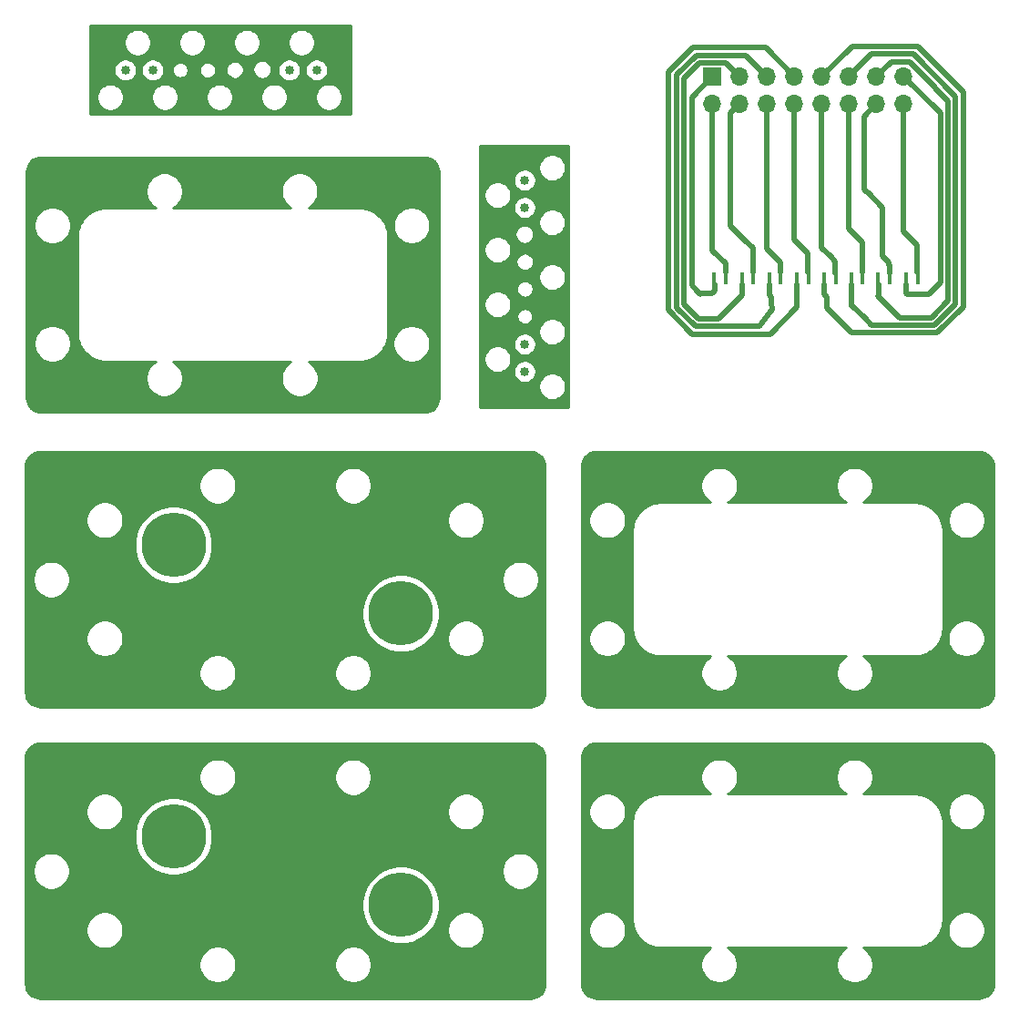
<source format=gbl>
%MOIN*%
%OFA0B0*%
%FSLAX46Y46*%
%IPPOS*%
%LPD*%
%ADD10C,0.01*%
%ADD11C,0.0039370078740157488*%
%ADD22C,0.01*%
%ADD23C,0.0039370078740157488*%
%ADD24C,0.01*%
%ADD25C,0.0039370078740157488*%
%ADD26C,0.033464566929133861*%
%ADD27C,0.01*%
%ADD28C,0.0039370078740157488*%
%ADD29C,0.033464566929133861*%
%ADD30C,0.01*%
%ADD31C,0.0039370078740157488*%
%ADD32C,0.23622047244094491*%
%ADD33C,0.01*%
%ADD34C,0.0039370078740157488*%
%ADD35C,0.23622047244094491*%
%ADD36C,0.01*%
%ADD37C,0.0039370078740157488*%
%ADD38O,0.066929133858267723X0.066929133858267723*%
%ADD39R,0.066929133858267723X0.066929133858267723*%
%ADD40R,0.015748031496062995X0.059055118110236227*%
%ADD41C,0.01968503937007874*%
%ADD42C,0.015748031496062995*%
G01*
D10*
X0003525923Y0000957141D02*
X0003535756Y0000954172D01*
X0003544826Y0000949350D01*
X0003552786Y0000942858D01*
X0003559333Y0000934943D01*
X0003564219Y0000925908D01*
X0003567256Y0000916095D01*
X0003568456Y0000904682D01*
X0003568456Y0000080011D01*
X0003567329Y0000068517D01*
X0003564360Y0000058684D01*
X0003559538Y0000049614D01*
X0003553046Y0000041654D01*
X0003545131Y0000035106D01*
X0003536096Y0000030221D01*
X0003526283Y0000027183D01*
X0003514870Y0000025984D01*
X0002115475Y0000025984D01*
X0002103982Y0000027111D01*
X0002094148Y0000030080D01*
X0002085079Y0000034902D01*
X0002077119Y0000041394D01*
X0002070571Y0000049309D01*
X0002065686Y0000058344D01*
X0002062648Y0000068157D01*
X0002061448Y0000079570D01*
X0002061448Y0000282448D01*
X0002086672Y0000282448D01*
X0002086672Y0000268992D01*
X0002089297Y0000255796D01*
X0002094447Y0000243365D01*
X0002101922Y0000232177D01*
X0002111436Y0000222662D01*
X0002122624Y0000215187D01*
X0002135055Y0000210038D01*
X0002148252Y0000207413D01*
X0002161707Y0000207413D01*
X0002174904Y0000210038D01*
X0002187335Y0000215187D01*
X0002198523Y0000222662D01*
X0002208037Y0000232177D01*
X0002215513Y0000243365D01*
X0002220662Y0000255796D01*
X0002223287Y0000268992D01*
X0002223287Y0000282448D01*
X0002220662Y0000295645D01*
X0002215513Y0000308076D01*
X0002211765Y0000313684D01*
X0002245700Y0000313684D01*
X0002245812Y0000312544D01*
X0002245809Y0000312055D01*
X0002245844Y0000311694D01*
X0002247451Y0000296411D01*
X0002247924Y0000294106D01*
X0002248366Y0000291791D01*
X0002248470Y0000291444D01*
X0002253015Y0000276763D01*
X0002253927Y0000274592D01*
X0002254810Y0000272409D01*
X0002254980Y0000272088D01*
X0002262289Y0000258571D01*
X0002263605Y0000256620D01*
X0002264895Y0000254647D01*
X0002265125Y0000254366D01*
X0002274920Y0000242526D01*
X0002276591Y0000240867D01*
X0002278239Y0000239183D01*
X0002278519Y0000238952D01*
X0002290428Y0000229240D01*
X0002292389Y0000227936D01*
X0002294332Y0000226606D01*
X0002294651Y0000226433D01*
X0002308220Y0000219219D01*
X0002310397Y0000218321D01*
X0002312562Y0000217393D01*
X0002312909Y0000217286D01*
X0002327620Y0000212844D01*
X0002329931Y0000212387D01*
X0002332234Y0000211897D01*
X0002332595Y0000211859D01*
X0002347889Y0000210360D01*
X0002347889Y0000210360D01*
X0002349148Y0000210236D01*
X0002532098Y0000210236D01*
X0002520936Y0000202778D01*
X0002511422Y0000193263D01*
X0002503947Y0000182076D01*
X0002498797Y0000169645D01*
X0002496172Y0000156448D01*
X0002496172Y0000142992D01*
X0002498797Y0000129796D01*
X0002503947Y0000117365D01*
X0002511422Y0000106177D01*
X0002520936Y0000096662D01*
X0002532124Y0000089187D01*
X0002544555Y0000084038D01*
X0002557752Y0000081413D01*
X0002571207Y0000081413D01*
X0002584404Y0000084038D01*
X0002596835Y0000089187D01*
X0002608023Y0000096662D01*
X0002617537Y0000106177D01*
X0002625013Y0000117365D01*
X0002630162Y0000129796D01*
X0002632787Y0000142992D01*
X0002632787Y0000156448D01*
X0002630162Y0000169645D01*
X0002625013Y0000182076D01*
X0002617537Y0000193263D01*
X0002608023Y0000202778D01*
X0002596861Y0000210236D01*
X0003028098Y0000210236D01*
X0003016936Y0000202778D01*
X0003007422Y0000193263D01*
X0002999947Y0000182076D01*
X0002994797Y0000169645D01*
X0002992172Y0000156448D01*
X0002992172Y0000142992D01*
X0002994797Y0000129796D01*
X0002999947Y0000117365D01*
X0003007422Y0000106177D01*
X0003016936Y0000096662D01*
X0003028124Y0000089187D01*
X0003040555Y0000084038D01*
X0003053752Y0000081413D01*
X0003067207Y0000081413D01*
X0003080404Y0000084038D01*
X0003092835Y0000089187D01*
X0003104023Y0000096662D01*
X0003113537Y0000106177D01*
X0003121013Y0000117365D01*
X0003126162Y0000129796D01*
X0003128787Y0000142992D01*
X0003128787Y0000156448D01*
X0003126162Y0000169645D01*
X0003121013Y0000182076D01*
X0003113537Y0000193263D01*
X0003104023Y0000202778D01*
X0003092861Y0000210236D01*
X0003280756Y0000210236D01*
X0003281896Y0000210348D01*
X0003282384Y0000210345D01*
X0003282745Y0000210380D01*
X0003298029Y0000211986D01*
X0003300334Y0000212460D01*
X0003302649Y0000212901D01*
X0003302996Y0000213006D01*
X0003317676Y0000217550D01*
X0003319848Y0000218463D01*
X0003322031Y0000219345D01*
X0003322351Y0000219516D01*
X0003335869Y0000226825D01*
X0003337820Y0000228141D01*
X0003339792Y0000229431D01*
X0003340074Y0000229661D01*
X0003351914Y0000239456D01*
X0003353573Y0000241127D01*
X0003355256Y0000242775D01*
X0003355488Y0000243054D01*
X0003365200Y0000254963D01*
X0003366504Y0000256925D01*
X0003367834Y0000258868D01*
X0003368007Y0000259187D01*
X0003375221Y0000272756D01*
X0003376119Y0000274933D01*
X0003377046Y0000277098D01*
X0003377154Y0000277444D01*
X0003378664Y0000282448D01*
X0003401172Y0000282448D01*
X0003401172Y0000268992D01*
X0003403797Y0000255796D01*
X0003408947Y0000243365D01*
X0003416422Y0000232177D01*
X0003425936Y0000222662D01*
X0003437124Y0000215187D01*
X0003449555Y0000210038D01*
X0003462752Y0000207413D01*
X0003476207Y0000207413D01*
X0003489404Y0000210038D01*
X0003501835Y0000215187D01*
X0003513023Y0000222662D01*
X0003522537Y0000232177D01*
X0003530013Y0000243365D01*
X0003535162Y0000255796D01*
X0003537787Y0000268992D01*
X0003537787Y0000282448D01*
X0003535162Y0000295645D01*
X0003530013Y0000308076D01*
X0003522537Y0000319263D01*
X0003513023Y0000328778D01*
X0003501835Y0000336253D01*
X0003489404Y0000341402D01*
X0003476207Y0000344027D01*
X0003462752Y0000344027D01*
X0003449555Y0000341402D01*
X0003437124Y0000336253D01*
X0003425936Y0000328778D01*
X0003416422Y0000319263D01*
X0003408947Y0000308076D01*
X0003403797Y0000295645D01*
X0003401172Y0000282448D01*
X0003378664Y0000282448D01*
X0003381595Y0000292156D01*
X0003382053Y0000294466D01*
X0003382542Y0000296770D01*
X0003382580Y0000297131D01*
X0003384080Y0000312425D01*
X0003384080Y0000312425D01*
X0003384204Y0000313684D01*
X0003384204Y0000670567D01*
X0003384092Y0000671707D01*
X0003384095Y0000672196D01*
X0003384060Y0000672557D01*
X0003382453Y0000687840D01*
X0003381980Y0000690145D01*
X0003381539Y0000692460D01*
X0003381434Y0000692808D01*
X0003376889Y0000707488D01*
X0003375977Y0000709659D01*
X0003375095Y0000711842D01*
X0003374924Y0000712163D01*
X0003374924Y0000712163D01*
X0003374924Y0000712163D01*
X0003373148Y0000715448D01*
X0003401672Y0000715448D01*
X0003401672Y0000701992D01*
X0003404297Y0000688796D01*
X0003409447Y0000676365D01*
X0003416922Y0000665177D01*
X0003426436Y0000655662D01*
X0003437624Y0000648187D01*
X0003450055Y0000643038D01*
X0003463252Y0000640413D01*
X0003476707Y0000640413D01*
X0003489904Y0000643038D01*
X0003502335Y0000648187D01*
X0003513523Y0000655662D01*
X0003523037Y0000665177D01*
X0003530513Y0000676365D01*
X0003535662Y0000688796D01*
X0003538287Y0000701992D01*
X0003538287Y0000715448D01*
X0003535662Y0000728645D01*
X0003530513Y0000741076D01*
X0003523037Y0000752263D01*
X0003513523Y0000761778D01*
X0003502335Y0000769253D01*
X0003489904Y0000774402D01*
X0003476707Y0000777027D01*
X0003463252Y0000777027D01*
X0003450055Y0000774402D01*
X0003437624Y0000769253D01*
X0003426436Y0000761778D01*
X0003416922Y0000752263D01*
X0003409447Y0000741076D01*
X0003404297Y0000728645D01*
X0003401672Y0000715448D01*
X0003373148Y0000715448D01*
X0003367615Y0000725681D01*
X0003366298Y0000727633D01*
X0003365009Y0000729604D01*
X0003364779Y0000729885D01*
X0003354984Y0000741726D01*
X0003353313Y0000743385D01*
X0003351665Y0000745068D01*
X0003351385Y0000745299D01*
X0003339477Y0000755012D01*
X0003337515Y0000756315D01*
X0003335572Y0000757645D01*
X0003335253Y0000757818D01*
X0003321684Y0000765033D01*
X0003319507Y0000765930D01*
X0003317342Y0000766858D01*
X0003316995Y0000766965D01*
X0003302284Y0000771407D01*
X0003299973Y0000771864D01*
X0003297670Y0000772354D01*
X0003297309Y0000772392D01*
X0003282015Y0000773891D01*
X0003282015Y0000773891D01*
X0003280756Y0000774015D01*
X0003091920Y0000774015D01*
X0003092335Y0000774187D01*
X0003103523Y0000781662D01*
X0003113037Y0000791177D01*
X0003120513Y0000802365D01*
X0003125662Y0000814796D01*
X0003128287Y0000827992D01*
X0003128287Y0000841448D01*
X0003125662Y0000854645D01*
X0003120513Y0000867076D01*
X0003113037Y0000878263D01*
X0003103523Y0000887778D01*
X0003092335Y0000895253D01*
X0003079904Y0000900402D01*
X0003066707Y0000903027D01*
X0003053252Y0000903027D01*
X0003040055Y0000900402D01*
X0003027624Y0000895253D01*
X0003016436Y0000887778D01*
X0003006922Y0000878263D01*
X0002999447Y0000867076D01*
X0002994297Y0000854645D01*
X0002991672Y0000841448D01*
X0002991672Y0000827992D01*
X0002994297Y0000814796D01*
X0002999447Y0000802365D01*
X0003006922Y0000791177D01*
X0003016436Y0000781662D01*
X0003027624Y0000774187D01*
X0003028039Y0000774015D01*
X0002596920Y0000774015D01*
X0002597335Y0000774187D01*
X0002608523Y0000781662D01*
X0002618037Y0000791177D01*
X0002625513Y0000802365D01*
X0002630662Y0000814796D01*
X0002633287Y0000827992D01*
X0002633287Y0000841448D01*
X0002630662Y0000854645D01*
X0002625513Y0000867076D01*
X0002618037Y0000878263D01*
X0002608523Y0000887778D01*
X0002597335Y0000895253D01*
X0002584904Y0000900402D01*
X0002571707Y0000903027D01*
X0002558252Y0000903027D01*
X0002545055Y0000900402D01*
X0002532624Y0000895253D01*
X0002521436Y0000887778D01*
X0002511922Y0000878263D01*
X0002504447Y0000867076D01*
X0002499297Y0000854645D01*
X0002496672Y0000841448D01*
X0002496672Y0000827992D01*
X0002499297Y0000814796D01*
X0002504447Y0000802365D01*
X0002511922Y0000791177D01*
X0002521436Y0000781662D01*
X0002532624Y0000774187D01*
X0002533039Y0000774015D01*
X0002349148Y0000774015D01*
X0002348008Y0000773903D01*
X0002347520Y0000773906D01*
X0002347159Y0000773871D01*
X0002331875Y0000772265D01*
X0002329570Y0000771791D01*
X0002327255Y0000771350D01*
X0002326908Y0000771245D01*
X0002312228Y0000766701D01*
X0002310056Y0000765788D01*
X0002307873Y0000764906D01*
X0002307553Y0000764736D01*
X0002307553Y0000764736D01*
X0002307553Y0000764735D01*
X0002294035Y0000757426D01*
X0002292082Y0000756109D01*
X0002290112Y0000754820D01*
X0002289831Y0000754591D01*
X0002277990Y0000744795D01*
X0002276331Y0000743124D01*
X0002274648Y0000741476D01*
X0002274416Y0000741197D01*
X0002264704Y0000729288D01*
X0002263401Y0000727327D01*
X0002262070Y0000725383D01*
X0002261897Y0000725064D01*
X0002254683Y0000711495D01*
X0002253785Y0000709318D01*
X0002252858Y0000707153D01*
X0002252750Y0000706807D01*
X0002248309Y0000692095D01*
X0002247851Y0000689785D01*
X0002247362Y0000687481D01*
X0002247324Y0000687121D01*
X0002245824Y0000671827D01*
X0002245824Y0000671826D01*
X0002245700Y0000670567D01*
X0002245700Y0000313684D01*
X0002211765Y0000313684D01*
X0002208037Y0000319263D01*
X0002198523Y0000328778D01*
X0002187335Y0000336253D01*
X0002174904Y0000341402D01*
X0002161707Y0000344027D01*
X0002148252Y0000344027D01*
X0002135055Y0000341402D01*
X0002122624Y0000336253D01*
X0002111436Y0000328778D01*
X0002101922Y0000319263D01*
X0002094447Y0000308076D01*
X0002089297Y0000295645D01*
X0002086672Y0000282448D01*
X0002061448Y0000282448D01*
X0002061448Y0000715448D01*
X0002086672Y0000715448D01*
X0002086672Y0000701992D01*
X0002089297Y0000688796D01*
X0002094447Y0000676365D01*
X0002101922Y0000665177D01*
X0002111436Y0000655662D01*
X0002122624Y0000648187D01*
X0002135055Y0000643038D01*
X0002148252Y0000640413D01*
X0002161707Y0000640413D01*
X0002174904Y0000643038D01*
X0002187335Y0000648187D01*
X0002198523Y0000655662D01*
X0002208037Y0000665177D01*
X0002215513Y0000676365D01*
X0002220662Y0000688796D01*
X0002223287Y0000701992D01*
X0002223287Y0000715448D01*
X0002220662Y0000728645D01*
X0002215513Y0000741076D01*
X0002208037Y0000752263D01*
X0002198523Y0000761778D01*
X0002187335Y0000769253D01*
X0002174904Y0000774402D01*
X0002161707Y0000777027D01*
X0002148252Y0000777027D01*
X0002135055Y0000774402D01*
X0002122624Y0000769253D01*
X0002111436Y0000761778D01*
X0002101922Y0000752263D01*
X0002094447Y0000741076D01*
X0002089297Y0000728645D01*
X0002086672Y0000715448D01*
X0002061448Y0000715448D01*
X0002061448Y0000904241D01*
X0002062575Y0000915735D01*
X0002065544Y0000925568D01*
X0002070367Y0000934638D01*
X0002076859Y0000942598D01*
X0002084773Y0000949146D01*
X0002093809Y0000954031D01*
X0002103622Y0000957069D01*
X0002115035Y0000958268D01*
X0003514429Y0000958268D01*
X0003525923Y0000957141D01*
D11*
G36*
X0003525923Y0000957141D02*
G01*
X0003535756Y0000954172D01*
X0003544826Y0000949350D01*
X0003552786Y0000942858D01*
X0003559333Y0000934943D01*
X0003564219Y0000925908D01*
X0003567256Y0000916095D01*
X0003568456Y0000904682D01*
X0003568456Y0000080011D01*
X0003567329Y0000068517D01*
X0003564360Y0000058684D01*
X0003559538Y0000049614D01*
X0003553046Y0000041654D01*
X0003545131Y0000035106D01*
X0003536096Y0000030221D01*
X0003526283Y0000027183D01*
X0003514870Y0000025984D01*
X0002115475Y0000025984D01*
X0002103982Y0000027111D01*
X0002094148Y0000030080D01*
X0002085079Y0000034902D01*
X0002077119Y0000041394D01*
X0002070571Y0000049309D01*
X0002065686Y0000058344D01*
X0002062648Y0000068157D01*
X0002061448Y0000079570D01*
X0002061448Y0000282448D01*
X0002086672Y0000282448D01*
X0002086672Y0000268992D01*
X0002089297Y0000255796D01*
X0002094447Y0000243365D01*
X0002101922Y0000232177D01*
X0002111436Y0000222662D01*
X0002122624Y0000215187D01*
X0002135055Y0000210038D01*
X0002148252Y0000207413D01*
X0002161707Y0000207413D01*
X0002174904Y0000210038D01*
X0002187335Y0000215187D01*
X0002198523Y0000222662D01*
X0002208037Y0000232177D01*
X0002215513Y0000243365D01*
X0002220662Y0000255796D01*
X0002223287Y0000268992D01*
X0002223287Y0000282448D01*
X0002220662Y0000295645D01*
X0002215513Y0000308076D01*
X0002211765Y0000313684D01*
X0002245700Y0000313684D01*
X0002245812Y0000312544D01*
X0002245809Y0000312055D01*
X0002245844Y0000311694D01*
X0002247451Y0000296411D01*
X0002247924Y0000294106D01*
X0002248366Y0000291791D01*
X0002248470Y0000291444D01*
X0002253015Y0000276763D01*
X0002253927Y0000274592D01*
X0002254810Y0000272409D01*
X0002254980Y0000272088D01*
X0002262289Y0000258571D01*
X0002263605Y0000256620D01*
X0002264895Y0000254647D01*
X0002265125Y0000254366D01*
X0002274920Y0000242526D01*
X0002276591Y0000240867D01*
X0002278239Y0000239183D01*
X0002278519Y0000238952D01*
X0002290428Y0000229240D01*
X0002292389Y0000227936D01*
X0002294332Y0000226606D01*
X0002294651Y0000226433D01*
X0002308220Y0000219219D01*
X0002310397Y0000218321D01*
X0002312562Y0000217393D01*
X0002312909Y0000217286D01*
X0002327620Y0000212844D01*
X0002329931Y0000212387D01*
X0002332234Y0000211897D01*
X0002332595Y0000211859D01*
X0002347889Y0000210360D01*
X0002347889Y0000210360D01*
X0002349148Y0000210236D01*
X0002532098Y0000210236D01*
X0002520936Y0000202778D01*
X0002511422Y0000193263D01*
X0002503947Y0000182076D01*
X0002498797Y0000169645D01*
X0002496172Y0000156448D01*
X0002496172Y0000142992D01*
X0002498797Y0000129796D01*
X0002503947Y0000117365D01*
X0002511422Y0000106177D01*
X0002520936Y0000096662D01*
X0002532124Y0000089187D01*
X0002544555Y0000084038D01*
X0002557752Y0000081413D01*
X0002571207Y0000081413D01*
X0002584404Y0000084038D01*
X0002596835Y0000089187D01*
X0002608023Y0000096662D01*
X0002617537Y0000106177D01*
X0002625013Y0000117365D01*
X0002630162Y0000129796D01*
X0002632787Y0000142992D01*
X0002632787Y0000156448D01*
X0002630162Y0000169645D01*
X0002625013Y0000182076D01*
X0002617537Y0000193263D01*
X0002608023Y0000202778D01*
X0002596861Y0000210236D01*
X0003028098Y0000210236D01*
X0003016936Y0000202778D01*
X0003007422Y0000193263D01*
X0002999947Y0000182076D01*
X0002994797Y0000169645D01*
X0002992172Y0000156448D01*
X0002992172Y0000142992D01*
X0002994797Y0000129796D01*
X0002999947Y0000117365D01*
X0003007422Y0000106177D01*
X0003016936Y0000096662D01*
X0003028124Y0000089187D01*
X0003040555Y0000084038D01*
X0003053752Y0000081413D01*
X0003067207Y0000081413D01*
X0003080404Y0000084038D01*
X0003092835Y0000089187D01*
X0003104023Y0000096662D01*
X0003113537Y0000106177D01*
X0003121013Y0000117365D01*
X0003126162Y0000129796D01*
X0003128787Y0000142992D01*
X0003128787Y0000156448D01*
X0003126162Y0000169645D01*
X0003121013Y0000182076D01*
X0003113537Y0000193263D01*
X0003104023Y0000202778D01*
X0003092861Y0000210236D01*
X0003280756Y0000210236D01*
X0003281896Y0000210348D01*
X0003282384Y0000210345D01*
X0003282745Y0000210380D01*
X0003298029Y0000211986D01*
X0003300334Y0000212460D01*
X0003302649Y0000212901D01*
X0003302996Y0000213006D01*
X0003317676Y0000217550D01*
X0003319848Y0000218463D01*
X0003322031Y0000219345D01*
X0003322351Y0000219516D01*
X0003335869Y0000226825D01*
X0003337820Y0000228141D01*
X0003339792Y0000229431D01*
X0003340074Y0000229661D01*
X0003351914Y0000239456D01*
X0003353573Y0000241127D01*
X0003355256Y0000242775D01*
X0003355488Y0000243054D01*
X0003365200Y0000254963D01*
X0003366504Y0000256925D01*
X0003367834Y0000258868D01*
X0003368007Y0000259187D01*
X0003375221Y0000272756D01*
X0003376119Y0000274933D01*
X0003377046Y0000277098D01*
X0003377154Y0000277444D01*
X0003378664Y0000282448D01*
X0003401172Y0000282448D01*
X0003401172Y0000268992D01*
X0003403797Y0000255796D01*
X0003408947Y0000243365D01*
X0003416422Y0000232177D01*
X0003425936Y0000222662D01*
X0003437124Y0000215187D01*
X0003449555Y0000210038D01*
X0003462752Y0000207413D01*
X0003476207Y0000207413D01*
X0003489404Y0000210038D01*
X0003501835Y0000215187D01*
X0003513023Y0000222662D01*
X0003522537Y0000232177D01*
X0003530013Y0000243365D01*
X0003535162Y0000255796D01*
X0003537787Y0000268992D01*
X0003537787Y0000282448D01*
X0003535162Y0000295645D01*
X0003530013Y0000308076D01*
X0003522537Y0000319263D01*
X0003513023Y0000328778D01*
X0003501835Y0000336253D01*
X0003489404Y0000341402D01*
X0003476207Y0000344027D01*
X0003462752Y0000344027D01*
X0003449555Y0000341402D01*
X0003437124Y0000336253D01*
X0003425936Y0000328778D01*
X0003416422Y0000319263D01*
X0003408947Y0000308076D01*
X0003403797Y0000295645D01*
X0003401172Y0000282448D01*
X0003378664Y0000282448D01*
X0003381595Y0000292156D01*
X0003382053Y0000294466D01*
X0003382542Y0000296770D01*
X0003382580Y0000297131D01*
X0003384080Y0000312425D01*
X0003384080Y0000312425D01*
X0003384204Y0000313684D01*
X0003384204Y0000670567D01*
X0003384092Y0000671707D01*
X0003384095Y0000672196D01*
X0003384060Y0000672557D01*
X0003382453Y0000687840D01*
X0003381980Y0000690145D01*
X0003381539Y0000692460D01*
X0003381434Y0000692808D01*
X0003376889Y0000707488D01*
X0003375977Y0000709659D01*
X0003375095Y0000711842D01*
X0003374924Y0000712163D01*
X0003374924Y0000712163D01*
X0003374924Y0000712163D01*
X0003373148Y0000715448D01*
X0003401672Y0000715448D01*
X0003401672Y0000701992D01*
X0003404297Y0000688796D01*
X0003409447Y0000676365D01*
X0003416922Y0000665177D01*
X0003426436Y0000655662D01*
X0003437624Y0000648187D01*
X0003450055Y0000643038D01*
X0003463252Y0000640413D01*
X0003476707Y0000640413D01*
X0003489904Y0000643038D01*
X0003502335Y0000648187D01*
X0003513523Y0000655662D01*
X0003523037Y0000665177D01*
X0003530513Y0000676365D01*
X0003535662Y0000688796D01*
X0003538287Y0000701992D01*
X0003538287Y0000715448D01*
X0003535662Y0000728645D01*
X0003530513Y0000741076D01*
X0003523037Y0000752263D01*
X0003513523Y0000761778D01*
X0003502335Y0000769253D01*
X0003489904Y0000774402D01*
X0003476707Y0000777027D01*
X0003463252Y0000777027D01*
X0003450055Y0000774402D01*
X0003437624Y0000769253D01*
X0003426436Y0000761778D01*
X0003416922Y0000752263D01*
X0003409447Y0000741076D01*
X0003404297Y0000728645D01*
X0003401672Y0000715448D01*
X0003373148Y0000715448D01*
X0003367615Y0000725681D01*
X0003366298Y0000727633D01*
X0003365009Y0000729604D01*
X0003364779Y0000729885D01*
X0003354984Y0000741726D01*
X0003353313Y0000743385D01*
X0003351665Y0000745068D01*
X0003351385Y0000745299D01*
X0003339477Y0000755012D01*
X0003337515Y0000756315D01*
X0003335572Y0000757645D01*
X0003335253Y0000757818D01*
X0003321684Y0000765033D01*
X0003319507Y0000765930D01*
X0003317342Y0000766858D01*
X0003316995Y0000766965D01*
X0003302284Y0000771407D01*
X0003299973Y0000771864D01*
X0003297670Y0000772354D01*
X0003297309Y0000772392D01*
X0003282015Y0000773891D01*
X0003282015Y0000773891D01*
X0003280756Y0000774015D01*
X0003091920Y0000774015D01*
X0003092335Y0000774187D01*
X0003103523Y0000781662D01*
X0003113037Y0000791177D01*
X0003120513Y0000802365D01*
X0003125662Y0000814796D01*
X0003128287Y0000827992D01*
X0003128287Y0000841448D01*
X0003125662Y0000854645D01*
X0003120513Y0000867076D01*
X0003113037Y0000878263D01*
X0003103523Y0000887778D01*
X0003092335Y0000895253D01*
X0003079904Y0000900402D01*
X0003066707Y0000903027D01*
X0003053252Y0000903027D01*
X0003040055Y0000900402D01*
X0003027624Y0000895253D01*
X0003016436Y0000887778D01*
X0003006922Y0000878263D01*
X0002999447Y0000867076D01*
X0002994297Y0000854645D01*
X0002991672Y0000841448D01*
X0002991672Y0000827992D01*
X0002994297Y0000814796D01*
X0002999447Y0000802365D01*
X0003006922Y0000791177D01*
X0003016436Y0000781662D01*
X0003027624Y0000774187D01*
X0003028039Y0000774015D01*
X0002596920Y0000774015D01*
X0002597335Y0000774187D01*
X0002608523Y0000781662D01*
X0002618037Y0000791177D01*
X0002625513Y0000802365D01*
X0002630662Y0000814796D01*
X0002633287Y0000827992D01*
X0002633287Y0000841448D01*
X0002630662Y0000854645D01*
X0002625513Y0000867076D01*
X0002618037Y0000878263D01*
X0002608523Y0000887778D01*
X0002597335Y0000895253D01*
X0002584904Y0000900402D01*
X0002571707Y0000903027D01*
X0002558252Y0000903027D01*
X0002545055Y0000900402D01*
X0002532624Y0000895253D01*
X0002521436Y0000887778D01*
X0002511922Y0000878263D01*
X0002504447Y0000867076D01*
X0002499297Y0000854645D01*
X0002496672Y0000841448D01*
X0002496672Y0000827992D01*
X0002499297Y0000814796D01*
X0002504447Y0000802365D01*
X0002511922Y0000791177D01*
X0002521436Y0000781662D01*
X0002532624Y0000774187D01*
X0002533039Y0000774015D01*
X0002349148Y0000774015D01*
X0002348008Y0000773903D01*
X0002347520Y0000773906D01*
X0002347159Y0000773871D01*
X0002331875Y0000772265D01*
X0002329570Y0000771791D01*
X0002327255Y0000771350D01*
X0002326908Y0000771245D01*
X0002312228Y0000766701D01*
X0002310056Y0000765788D01*
X0002307873Y0000764906D01*
X0002307553Y0000764736D01*
X0002307553Y0000764736D01*
X0002307553Y0000764735D01*
X0002294035Y0000757426D01*
X0002292082Y0000756109D01*
X0002290112Y0000754820D01*
X0002289831Y0000754591D01*
X0002277990Y0000744795D01*
X0002276331Y0000743124D01*
X0002274648Y0000741476D01*
X0002274416Y0000741197D01*
X0002264704Y0000729288D01*
X0002263401Y0000727327D01*
X0002262070Y0000725383D01*
X0002261897Y0000725064D01*
X0002254683Y0000711495D01*
X0002253785Y0000709318D01*
X0002252858Y0000707153D01*
X0002252750Y0000706807D01*
X0002248309Y0000692095D01*
X0002247851Y0000689785D01*
X0002247362Y0000687481D01*
X0002247324Y0000687121D01*
X0002245824Y0000671827D01*
X0002245824Y0000671826D01*
X0002245700Y0000670567D01*
X0002245700Y0000313684D01*
X0002211765Y0000313684D01*
X0002208037Y0000319263D01*
X0002198523Y0000328778D01*
X0002187335Y0000336253D01*
X0002174904Y0000341402D01*
X0002161707Y0000344027D01*
X0002148252Y0000344027D01*
X0002135055Y0000341402D01*
X0002122624Y0000336253D01*
X0002111436Y0000328778D01*
X0002101922Y0000319263D01*
X0002094447Y0000308076D01*
X0002089297Y0000295645D01*
X0002086672Y0000282448D01*
X0002061448Y0000282448D01*
X0002061448Y0000715448D01*
X0002086672Y0000715448D01*
X0002086672Y0000701992D01*
X0002089297Y0000688796D01*
X0002094447Y0000676365D01*
X0002101922Y0000665177D01*
X0002111436Y0000655662D01*
X0002122624Y0000648187D01*
X0002135055Y0000643038D01*
X0002148252Y0000640413D01*
X0002161707Y0000640413D01*
X0002174904Y0000643038D01*
X0002187335Y0000648187D01*
X0002198523Y0000655662D01*
X0002208037Y0000665177D01*
X0002215513Y0000676365D01*
X0002220662Y0000688796D01*
X0002223287Y0000701992D01*
X0002223287Y0000715448D01*
X0002220662Y0000728645D01*
X0002215513Y0000741076D01*
X0002208037Y0000752263D01*
X0002198523Y0000761778D01*
X0002187335Y0000769253D01*
X0002174904Y0000774402D01*
X0002161707Y0000777027D01*
X0002148252Y0000777027D01*
X0002135055Y0000774402D01*
X0002122624Y0000769253D01*
X0002111436Y0000761778D01*
X0002101922Y0000752263D01*
X0002094447Y0000741076D01*
X0002089297Y0000728645D01*
X0002086672Y0000715448D01*
X0002061448Y0000715448D01*
X0002061448Y0000904241D01*
X0002062575Y0000915735D01*
X0002065544Y0000925568D01*
X0002070367Y0000934638D01*
X0002076859Y0000942598D01*
X0002084773Y0000949146D01*
X0002093809Y0000954031D01*
X0002103622Y0000957069D01*
X0002115035Y0000958268D01*
X0003514429Y0000958268D01*
X0003525923Y0000957141D01*
G37*
G04 next file*
G04 #@! TF.GenerationSoftware,KiCad,Pcbnew,(5.1.12)-1*
G04 #@! TF.CreationDate,2022-03-26T22:12:51+08:00*
G04 #@! TF.ProjectId,Nozzle,4e6f7a7a-6c65-42e6-9b69-6361645f7063,0.5*
G04 #@! TF.SameCoordinates,Original*
G04 #@! TF.FileFunction,Copper,L2,Bot*
G04 #@! TF.FilePolarity,Positive*
G04 Gerber Fmt 4.6, Leading zero omitted, Abs format (unit mm)*
G04 Created by KiCad (PCBNEW (5.1.12)-1) date 2022-03-26 22:12:51*
G01*
G04 APERTURE LIST*
G04 #@! TA.AperFunction,NonConductor*
G04 #@! TD*
G04 #@! TA.AperFunction,NonConductor*
G04 #@! TD*
G04 APERTURE END LIST*
D22*
X0001494773Y0003101763D02*
X0001504607Y0003098794D01*
X0001513676Y0003093972D01*
X0001521636Y0003087480D01*
X0001528184Y0003079565D01*
X0001533070Y0003070530D01*
X0001536107Y0003060717D01*
X0001537307Y0003049304D01*
X0001537307Y0002224633D01*
X0001536180Y0002213139D01*
X0001533211Y0002203305D01*
X0001528388Y0002194236D01*
X0001521896Y0002186276D01*
X0001513982Y0002179728D01*
X0001504946Y0002174843D01*
X0001495134Y0002171805D01*
X0001483720Y0002170606D01*
X0000084326Y0002170606D01*
X0000072832Y0002171733D01*
X0000062999Y0002174702D01*
X0000053929Y0002179524D01*
X0000045969Y0002186016D01*
X0000039422Y0002193931D01*
X0000034536Y0002202966D01*
X0000031499Y0002212779D01*
X0000030299Y0002224192D01*
X0000030299Y0002427070D01*
X0000055523Y0002427070D01*
X0000055523Y0002413614D01*
X0000058148Y0002400418D01*
X0000063297Y0002387986D01*
X0000070773Y0002376799D01*
X0000080287Y0002367284D01*
X0000091475Y0002359809D01*
X0000103906Y0002354660D01*
X0000117103Y0002352035D01*
X0000130558Y0002352035D01*
X0000143755Y0002354660D01*
X0000156186Y0002359809D01*
X0000167373Y0002367284D01*
X0000176888Y0002376799D01*
X0000184363Y0002387986D01*
X0000189512Y0002400418D01*
X0000192137Y0002413614D01*
X0000192137Y0002427070D01*
X0000189512Y0002440266D01*
X0000184363Y0002452698D01*
X0000180616Y0002458306D01*
X0000214551Y0002458306D01*
X0000214663Y0002457166D01*
X0000214660Y0002456677D01*
X0000214695Y0002456316D01*
X0000216301Y0002441033D01*
X0000216775Y0002438728D01*
X0000217216Y0002436413D01*
X0000217321Y0002436065D01*
X0000221865Y0002421385D01*
X0000222778Y0002419214D01*
X0000223660Y0002417031D01*
X0000223830Y0002416710D01*
X0000231140Y0002403192D01*
X0000232455Y0002401242D01*
X0000233746Y0002399269D01*
X0000233975Y0002398988D01*
X0000243771Y0002387147D01*
X0000245442Y0002385488D01*
X0000247090Y0002383805D01*
X0000247369Y0002383574D01*
X0000259278Y0002373861D01*
X0000261240Y0002372558D01*
X0000263183Y0002371228D01*
X0000263502Y0002371055D01*
X0000277071Y0002363841D01*
X0000279248Y0002362943D01*
X0000281413Y0002362015D01*
X0000281759Y0002361908D01*
X0000296471Y0002357466D01*
X0000298781Y0002357009D01*
X0000301085Y0002356519D01*
X0000301445Y0002356481D01*
X0000316740Y0002354982D01*
X0000316740Y0002354982D01*
X0000317999Y0002354858D01*
X0000500949Y0002354858D01*
X0000489787Y0002347400D01*
X0000480273Y0002337885D01*
X0000472797Y0002326698D01*
X0000467648Y0002314266D01*
X0000465023Y0002301070D01*
X0000465023Y0002287614D01*
X0000467648Y0002274418D01*
X0000472797Y0002261986D01*
X0000480273Y0002250799D01*
X0000489787Y0002241284D01*
X0000500975Y0002233809D01*
X0000513406Y0002228660D01*
X0000526603Y0002226035D01*
X0000540058Y0002226035D01*
X0000553255Y0002228660D01*
X0000565686Y0002233809D01*
X0000576873Y0002241284D01*
X0000586388Y0002250799D01*
X0000593863Y0002261986D01*
X0000599012Y0002274418D01*
X0000601637Y0002287614D01*
X0000601637Y0002301070D01*
X0000599012Y0002314266D01*
X0000593863Y0002326698D01*
X0000586388Y0002337885D01*
X0000576873Y0002347400D01*
X0000565712Y0002354858D01*
X0000996949Y0002354858D01*
X0000985787Y0002347400D01*
X0000976273Y0002337885D01*
X0000968797Y0002326698D01*
X0000963648Y0002314266D01*
X0000961023Y0002301070D01*
X0000961023Y0002287614D01*
X0000963648Y0002274418D01*
X0000968797Y0002261986D01*
X0000976273Y0002250799D01*
X0000985787Y0002241284D01*
X0000996975Y0002233809D01*
X0001009406Y0002228660D01*
X0001022603Y0002226035D01*
X0001036058Y0002226035D01*
X0001049255Y0002228660D01*
X0001061686Y0002233809D01*
X0001072873Y0002241284D01*
X0001082388Y0002250799D01*
X0001089863Y0002261986D01*
X0001095012Y0002274418D01*
X0001097637Y0002287614D01*
X0001097637Y0002301070D01*
X0001095012Y0002314266D01*
X0001089863Y0002326698D01*
X0001082388Y0002337885D01*
X0001072873Y0002347400D01*
X0001061712Y0002354858D01*
X0001249607Y0002354858D01*
X0001250746Y0002354970D01*
X0001251235Y0002354967D01*
X0001251596Y0002355002D01*
X0001266879Y0002356608D01*
X0001269185Y0002357082D01*
X0001271500Y0002357523D01*
X0001271847Y0002357628D01*
X0001286527Y0002362172D01*
X0001288698Y0002363085D01*
X0001290882Y0002363967D01*
X0001291202Y0002364137D01*
X0001304720Y0002371447D01*
X0001306671Y0002372762D01*
X0001308643Y0002374053D01*
X0001308924Y0002374282D01*
X0001320765Y0002384078D01*
X0001322424Y0002385749D01*
X0001324107Y0002387397D01*
X0001324338Y0002387676D01*
X0001334051Y0002399585D01*
X0001335354Y0002401547D01*
X0001336685Y0002403490D01*
X0001336857Y0002403809D01*
X0001344072Y0002417378D01*
X0001344969Y0002419555D01*
X0001345897Y0002421720D01*
X0001346004Y0002422066D01*
X0001347515Y0002427070D01*
X0001370023Y0002427070D01*
X0001370023Y0002413614D01*
X0001372648Y0002400418D01*
X0001377797Y0002387986D01*
X0001385273Y0002376799D01*
X0001394787Y0002367284D01*
X0001405975Y0002359809D01*
X0001418406Y0002354660D01*
X0001431603Y0002352035D01*
X0001445058Y0002352035D01*
X0001458255Y0002354660D01*
X0001470686Y0002359809D01*
X0001481873Y0002367284D01*
X0001491388Y0002376799D01*
X0001498863Y0002387986D01*
X0001504012Y0002400418D01*
X0001506637Y0002413614D01*
X0001506637Y0002427070D01*
X0001504012Y0002440266D01*
X0001498863Y0002452698D01*
X0001491388Y0002463885D01*
X0001481873Y0002473400D01*
X0001470686Y0002480875D01*
X0001458255Y0002486024D01*
X0001445058Y0002488649D01*
X0001431603Y0002488649D01*
X0001418406Y0002486024D01*
X0001405975Y0002480875D01*
X0001394787Y0002473400D01*
X0001385273Y0002463885D01*
X0001377797Y0002452698D01*
X0001372648Y0002440266D01*
X0001370023Y0002427070D01*
X0001347515Y0002427070D01*
X0001350446Y0002436778D01*
X0001350903Y0002439088D01*
X0001351393Y0002441392D01*
X0001351431Y0002441752D01*
X0001352931Y0002457047D01*
X0001352931Y0002457047D01*
X0001353055Y0002458306D01*
X0001353055Y0002815189D01*
X0001352942Y0002816329D01*
X0001352946Y0002816818D01*
X0001352910Y0002817179D01*
X0001351304Y0002832462D01*
X0001350831Y0002834767D01*
X0001350389Y0002837082D01*
X0001350284Y0002837430D01*
X0001345740Y0002852110D01*
X0001344827Y0002854281D01*
X0001343945Y0002856464D01*
X0001343775Y0002856785D01*
X0001343775Y0002856785D01*
X0001343775Y0002856785D01*
X0001341999Y0002860070D01*
X0001370523Y0002860070D01*
X0001370523Y0002846614D01*
X0001373148Y0002833418D01*
X0001378297Y0002820986D01*
X0001385773Y0002809799D01*
X0001395287Y0002800284D01*
X0001406475Y0002792809D01*
X0001418906Y0002787660D01*
X0001432103Y0002785035D01*
X0001445558Y0002785035D01*
X0001458755Y0002787660D01*
X0001471186Y0002792809D01*
X0001482373Y0002800284D01*
X0001491888Y0002809799D01*
X0001499363Y0002820986D01*
X0001504512Y0002833418D01*
X0001507137Y0002846614D01*
X0001507137Y0002860070D01*
X0001504512Y0002873266D01*
X0001499363Y0002885698D01*
X0001491888Y0002896885D01*
X0001482373Y0002906400D01*
X0001471186Y0002913875D01*
X0001458755Y0002919024D01*
X0001445558Y0002921649D01*
X0001432103Y0002921649D01*
X0001418906Y0002919024D01*
X0001406475Y0002913875D01*
X0001395287Y0002906400D01*
X0001385773Y0002896885D01*
X0001378297Y0002885698D01*
X0001373148Y0002873266D01*
X0001370523Y0002860070D01*
X0001341999Y0002860070D01*
X0001336466Y0002870303D01*
X0001335149Y0002872255D01*
X0001333859Y0002874226D01*
X0001333630Y0002874507D01*
X0001323834Y0002886348D01*
X0001322164Y0002888007D01*
X0001320516Y0002889690D01*
X0001320236Y0002889921D01*
X0001308327Y0002899634D01*
X0001306366Y0002900937D01*
X0001304422Y0002902267D01*
X0001304103Y0002902440D01*
X0001290535Y0002909654D01*
X0001288357Y0002910552D01*
X0001286193Y0002911480D01*
X0001285846Y0002911587D01*
X0001271135Y0002916029D01*
X0001268824Y0002916486D01*
X0001266521Y0002916976D01*
X0001266160Y0002917014D01*
X0001250866Y0002918513D01*
X0001250866Y0002918513D01*
X0001249607Y0002918637D01*
X0001060771Y0002918637D01*
X0001061186Y0002918809D01*
X0001072373Y0002926284D01*
X0001081888Y0002935799D01*
X0001089363Y0002946986D01*
X0001094512Y0002959418D01*
X0001097137Y0002972614D01*
X0001097137Y0002986070D01*
X0001094512Y0002999266D01*
X0001089363Y0003011698D01*
X0001081888Y0003022885D01*
X0001072373Y0003032400D01*
X0001061186Y0003039875D01*
X0001048755Y0003045024D01*
X0001035558Y0003047649D01*
X0001022103Y0003047649D01*
X0001008906Y0003045024D01*
X0000996475Y0003039875D01*
X0000985287Y0003032400D01*
X0000975773Y0003022885D01*
X0000968297Y0003011698D01*
X0000963148Y0002999266D01*
X0000960523Y0002986070D01*
X0000960523Y0002972614D01*
X0000963148Y0002959418D01*
X0000968297Y0002946986D01*
X0000975773Y0002935799D01*
X0000985287Y0002926284D01*
X0000996475Y0002918809D01*
X0000996889Y0002918637D01*
X0000565771Y0002918637D01*
X0000566186Y0002918809D01*
X0000577373Y0002926284D01*
X0000586888Y0002935799D01*
X0000594363Y0002946986D01*
X0000599512Y0002959418D01*
X0000602137Y0002972614D01*
X0000602137Y0002986070D01*
X0000599512Y0002999266D01*
X0000594363Y0003011698D01*
X0000586888Y0003022885D01*
X0000577373Y0003032400D01*
X0000566186Y0003039875D01*
X0000553755Y0003045024D01*
X0000540558Y0003047649D01*
X0000527103Y0003047649D01*
X0000513906Y0003045024D01*
X0000501475Y0003039875D01*
X0000490287Y0003032400D01*
X0000480773Y0003022885D01*
X0000473297Y0003011698D01*
X0000468148Y0002999266D01*
X0000465523Y0002986070D01*
X0000465523Y0002972614D01*
X0000468148Y0002959418D01*
X0000473297Y0002946986D01*
X0000480773Y0002935799D01*
X0000490287Y0002926284D01*
X0000501475Y0002918809D01*
X0000501889Y0002918637D01*
X0000317999Y0002918637D01*
X0000316859Y0002918525D01*
X0000316370Y0002918528D01*
X0000316009Y0002918493D01*
X0000300726Y0002916887D01*
X0000298421Y0002916413D01*
X0000296106Y0002915972D01*
X0000295758Y0002915867D01*
X0000281078Y0002911323D01*
X0000278907Y0002910410D01*
X0000276724Y0002909528D01*
X0000276404Y0002909358D01*
X0000276403Y0002909357D01*
X0000276403Y0002909357D01*
X0000262885Y0002902048D01*
X0000260933Y0002900731D01*
X0000258962Y0002899442D01*
X0000258681Y0002899213D01*
X0000246840Y0002889417D01*
X0000245181Y0002887746D01*
X0000243498Y0002886098D01*
X0000243267Y0002885819D01*
X0000233554Y0002873910D01*
X0000232251Y0002871949D01*
X0000230921Y0002870005D01*
X0000230748Y0002869686D01*
X0000223533Y0002856117D01*
X0000222636Y0002853940D01*
X0000221708Y0002851775D01*
X0000221601Y0002851429D01*
X0000217159Y0002836717D01*
X0000216702Y0002834407D01*
X0000216212Y0002832103D01*
X0000216174Y0002831743D01*
X0000214675Y0002816448D01*
X0000214675Y0002816448D01*
X0000214551Y0002815189D01*
X0000214551Y0002458306D01*
X0000180616Y0002458306D01*
X0000176888Y0002463885D01*
X0000167373Y0002473400D01*
X0000156186Y0002480875D01*
X0000143755Y0002486024D01*
X0000130558Y0002488649D01*
X0000117103Y0002488649D01*
X0000103906Y0002486024D01*
X0000091475Y0002480875D01*
X0000080287Y0002473400D01*
X0000070773Y0002463885D01*
X0000063297Y0002452698D01*
X0000058148Y0002440266D01*
X0000055523Y0002427070D01*
X0000030299Y0002427070D01*
X0000030299Y0002860070D01*
X0000055523Y0002860070D01*
X0000055523Y0002846614D01*
X0000058148Y0002833418D01*
X0000063297Y0002820986D01*
X0000070773Y0002809799D01*
X0000080287Y0002800284D01*
X0000091475Y0002792809D01*
X0000103906Y0002787660D01*
X0000117103Y0002785035D01*
X0000130558Y0002785035D01*
X0000143755Y0002787660D01*
X0000156186Y0002792809D01*
X0000167373Y0002800284D01*
X0000176888Y0002809799D01*
X0000184363Y0002820986D01*
X0000189512Y0002833418D01*
X0000192137Y0002846614D01*
X0000192137Y0002860070D01*
X0000189512Y0002873266D01*
X0000184363Y0002885698D01*
X0000176888Y0002896885D01*
X0000167373Y0002906400D01*
X0000156186Y0002913875D01*
X0000143755Y0002919024D01*
X0000130558Y0002921649D01*
X0000117103Y0002921649D01*
X0000103906Y0002919024D01*
X0000091475Y0002913875D01*
X0000080287Y0002906400D01*
X0000070773Y0002896885D01*
X0000063297Y0002885698D01*
X0000058148Y0002873266D01*
X0000055523Y0002860070D01*
X0000030299Y0002860070D01*
X0000030299Y0003048863D01*
X0000031426Y0003060357D01*
X0000034395Y0003070190D01*
X0000039217Y0003079260D01*
X0000045709Y0003087220D01*
X0000053624Y0003093767D01*
X0000062660Y0003098653D01*
X0000072472Y0003101690D01*
X0000083885Y0003102890D01*
X0001483280Y0003102890D01*
X0001494773Y0003101763D01*
G04 #@! TA.AperFunction,NonConductor*
D23*
G36*
X0001494773Y0003101763D02*
G01*
X0001504607Y0003098794D01*
X0001513676Y0003093972D01*
X0001521636Y0003087480D01*
X0001528184Y0003079565D01*
X0001533070Y0003070530D01*
X0001536107Y0003060717D01*
X0001537307Y0003049304D01*
X0001537307Y0002224633D01*
X0001536180Y0002213139D01*
X0001533211Y0002203305D01*
X0001528388Y0002194236D01*
X0001521896Y0002186276D01*
X0001513982Y0002179728D01*
X0001504946Y0002174843D01*
X0001495134Y0002171805D01*
X0001483720Y0002170606D01*
X0000084326Y0002170606D01*
X0000072832Y0002171733D01*
X0000062999Y0002174702D01*
X0000053929Y0002179524D01*
X0000045969Y0002186016D01*
X0000039422Y0002193931D01*
X0000034536Y0002202966D01*
X0000031499Y0002212779D01*
X0000030299Y0002224192D01*
X0000030299Y0002427070D01*
X0000055523Y0002427070D01*
X0000055523Y0002413614D01*
X0000058148Y0002400418D01*
X0000063297Y0002387986D01*
X0000070773Y0002376799D01*
X0000080287Y0002367284D01*
X0000091475Y0002359809D01*
X0000103906Y0002354660D01*
X0000117103Y0002352035D01*
X0000130558Y0002352035D01*
X0000143755Y0002354660D01*
X0000156186Y0002359809D01*
X0000167373Y0002367284D01*
X0000176888Y0002376799D01*
X0000184363Y0002387986D01*
X0000189512Y0002400418D01*
X0000192137Y0002413614D01*
X0000192137Y0002427070D01*
X0000189512Y0002440266D01*
X0000184363Y0002452698D01*
X0000180616Y0002458306D01*
X0000214551Y0002458306D01*
X0000214663Y0002457166D01*
X0000214660Y0002456677D01*
X0000214695Y0002456316D01*
X0000216301Y0002441033D01*
X0000216775Y0002438728D01*
X0000217216Y0002436413D01*
X0000217321Y0002436065D01*
X0000221865Y0002421385D01*
X0000222778Y0002419214D01*
X0000223660Y0002417031D01*
X0000223830Y0002416710D01*
X0000231140Y0002403192D01*
X0000232455Y0002401242D01*
X0000233746Y0002399269D01*
X0000233975Y0002398988D01*
X0000243771Y0002387147D01*
X0000245442Y0002385488D01*
X0000247090Y0002383805D01*
X0000247369Y0002383574D01*
X0000259278Y0002373861D01*
X0000261240Y0002372558D01*
X0000263183Y0002371228D01*
X0000263502Y0002371055D01*
X0000277071Y0002363841D01*
X0000279248Y0002362943D01*
X0000281413Y0002362015D01*
X0000281759Y0002361908D01*
X0000296471Y0002357466D01*
X0000298781Y0002357009D01*
X0000301085Y0002356519D01*
X0000301445Y0002356481D01*
X0000316740Y0002354982D01*
X0000316740Y0002354982D01*
X0000317999Y0002354858D01*
X0000500949Y0002354858D01*
X0000489787Y0002347400D01*
X0000480273Y0002337885D01*
X0000472797Y0002326698D01*
X0000467648Y0002314266D01*
X0000465023Y0002301070D01*
X0000465023Y0002287614D01*
X0000467648Y0002274418D01*
X0000472797Y0002261986D01*
X0000480273Y0002250799D01*
X0000489787Y0002241284D01*
X0000500975Y0002233809D01*
X0000513406Y0002228660D01*
X0000526603Y0002226035D01*
X0000540058Y0002226035D01*
X0000553255Y0002228660D01*
X0000565686Y0002233809D01*
X0000576873Y0002241284D01*
X0000586388Y0002250799D01*
X0000593863Y0002261986D01*
X0000599012Y0002274418D01*
X0000601637Y0002287614D01*
X0000601637Y0002301070D01*
X0000599012Y0002314266D01*
X0000593863Y0002326698D01*
X0000586388Y0002337885D01*
X0000576873Y0002347400D01*
X0000565712Y0002354858D01*
X0000996949Y0002354858D01*
X0000985787Y0002347400D01*
X0000976273Y0002337885D01*
X0000968797Y0002326698D01*
X0000963648Y0002314266D01*
X0000961023Y0002301070D01*
X0000961023Y0002287614D01*
X0000963648Y0002274418D01*
X0000968797Y0002261986D01*
X0000976273Y0002250799D01*
X0000985787Y0002241284D01*
X0000996975Y0002233809D01*
X0001009406Y0002228660D01*
X0001022603Y0002226035D01*
X0001036058Y0002226035D01*
X0001049255Y0002228660D01*
X0001061686Y0002233809D01*
X0001072873Y0002241284D01*
X0001082388Y0002250799D01*
X0001089863Y0002261986D01*
X0001095012Y0002274418D01*
X0001097637Y0002287614D01*
X0001097637Y0002301070D01*
X0001095012Y0002314266D01*
X0001089863Y0002326698D01*
X0001082388Y0002337885D01*
X0001072873Y0002347400D01*
X0001061712Y0002354858D01*
X0001249607Y0002354858D01*
X0001250746Y0002354970D01*
X0001251235Y0002354967D01*
X0001251596Y0002355002D01*
X0001266879Y0002356608D01*
X0001269185Y0002357082D01*
X0001271500Y0002357523D01*
X0001271847Y0002357628D01*
X0001286527Y0002362172D01*
X0001288698Y0002363085D01*
X0001290882Y0002363967D01*
X0001291202Y0002364137D01*
X0001304720Y0002371447D01*
X0001306671Y0002372762D01*
X0001308643Y0002374053D01*
X0001308924Y0002374282D01*
X0001320765Y0002384078D01*
X0001322424Y0002385749D01*
X0001324107Y0002387397D01*
X0001324338Y0002387676D01*
X0001334051Y0002399585D01*
X0001335354Y0002401547D01*
X0001336685Y0002403490D01*
X0001336857Y0002403809D01*
X0001344072Y0002417378D01*
X0001344969Y0002419555D01*
X0001345897Y0002421720D01*
X0001346004Y0002422066D01*
X0001347515Y0002427070D01*
X0001370023Y0002427070D01*
X0001370023Y0002413614D01*
X0001372648Y0002400418D01*
X0001377797Y0002387986D01*
X0001385273Y0002376799D01*
X0001394787Y0002367284D01*
X0001405975Y0002359809D01*
X0001418406Y0002354660D01*
X0001431603Y0002352035D01*
X0001445058Y0002352035D01*
X0001458255Y0002354660D01*
X0001470686Y0002359809D01*
X0001481873Y0002367284D01*
X0001491388Y0002376799D01*
X0001498863Y0002387986D01*
X0001504012Y0002400418D01*
X0001506637Y0002413614D01*
X0001506637Y0002427070D01*
X0001504012Y0002440266D01*
X0001498863Y0002452698D01*
X0001491388Y0002463885D01*
X0001481873Y0002473400D01*
X0001470686Y0002480875D01*
X0001458255Y0002486024D01*
X0001445058Y0002488649D01*
X0001431603Y0002488649D01*
X0001418406Y0002486024D01*
X0001405975Y0002480875D01*
X0001394787Y0002473400D01*
X0001385273Y0002463885D01*
X0001377797Y0002452698D01*
X0001372648Y0002440266D01*
X0001370023Y0002427070D01*
X0001347515Y0002427070D01*
X0001350446Y0002436778D01*
X0001350903Y0002439088D01*
X0001351393Y0002441392D01*
X0001351431Y0002441752D01*
X0001352931Y0002457047D01*
X0001352931Y0002457047D01*
X0001353055Y0002458306D01*
X0001353055Y0002815189D01*
X0001352942Y0002816329D01*
X0001352946Y0002816818D01*
X0001352910Y0002817179D01*
X0001351304Y0002832462D01*
X0001350831Y0002834767D01*
X0001350389Y0002837082D01*
X0001350284Y0002837430D01*
X0001345740Y0002852110D01*
X0001344827Y0002854281D01*
X0001343945Y0002856464D01*
X0001343775Y0002856785D01*
X0001343775Y0002856785D01*
X0001343775Y0002856785D01*
X0001341999Y0002860070D01*
X0001370523Y0002860070D01*
X0001370523Y0002846614D01*
X0001373148Y0002833418D01*
X0001378297Y0002820986D01*
X0001385773Y0002809799D01*
X0001395287Y0002800284D01*
X0001406475Y0002792809D01*
X0001418906Y0002787660D01*
X0001432103Y0002785035D01*
X0001445558Y0002785035D01*
X0001458755Y0002787660D01*
X0001471186Y0002792809D01*
X0001482373Y0002800284D01*
X0001491888Y0002809799D01*
X0001499363Y0002820986D01*
X0001504512Y0002833418D01*
X0001507137Y0002846614D01*
X0001507137Y0002860070D01*
X0001504512Y0002873266D01*
X0001499363Y0002885698D01*
X0001491888Y0002896885D01*
X0001482373Y0002906400D01*
X0001471186Y0002913875D01*
X0001458755Y0002919024D01*
X0001445558Y0002921649D01*
X0001432103Y0002921649D01*
X0001418906Y0002919024D01*
X0001406475Y0002913875D01*
X0001395287Y0002906400D01*
X0001385773Y0002896885D01*
X0001378297Y0002885698D01*
X0001373148Y0002873266D01*
X0001370523Y0002860070D01*
X0001341999Y0002860070D01*
X0001336466Y0002870303D01*
X0001335149Y0002872255D01*
X0001333859Y0002874226D01*
X0001333630Y0002874507D01*
X0001323834Y0002886348D01*
X0001322164Y0002888007D01*
X0001320516Y0002889690D01*
X0001320236Y0002889921D01*
X0001308327Y0002899634D01*
X0001306366Y0002900937D01*
X0001304422Y0002902267D01*
X0001304103Y0002902440D01*
X0001290535Y0002909654D01*
X0001288357Y0002910552D01*
X0001286193Y0002911480D01*
X0001285846Y0002911587D01*
X0001271135Y0002916029D01*
X0001268824Y0002916486D01*
X0001266521Y0002916976D01*
X0001266160Y0002917014D01*
X0001250866Y0002918513D01*
X0001250866Y0002918513D01*
X0001249607Y0002918637D01*
X0001060771Y0002918637D01*
X0001061186Y0002918809D01*
X0001072373Y0002926284D01*
X0001081888Y0002935799D01*
X0001089363Y0002946986D01*
X0001094512Y0002959418D01*
X0001097137Y0002972614D01*
X0001097137Y0002986070D01*
X0001094512Y0002999266D01*
X0001089363Y0003011698D01*
X0001081888Y0003022885D01*
X0001072373Y0003032400D01*
X0001061186Y0003039875D01*
X0001048755Y0003045024D01*
X0001035558Y0003047649D01*
X0001022103Y0003047649D01*
X0001008906Y0003045024D01*
X0000996475Y0003039875D01*
X0000985287Y0003032400D01*
X0000975773Y0003022885D01*
X0000968297Y0003011698D01*
X0000963148Y0002999266D01*
X0000960523Y0002986070D01*
X0000960523Y0002972614D01*
X0000963148Y0002959418D01*
X0000968297Y0002946986D01*
X0000975773Y0002935799D01*
X0000985287Y0002926284D01*
X0000996475Y0002918809D01*
X0000996889Y0002918637D01*
X0000565771Y0002918637D01*
X0000566186Y0002918809D01*
X0000577373Y0002926284D01*
X0000586888Y0002935799D01*
X0000594363Y0002946986D01*
X0000599512Y0002959418D01*
X0000602137Y0002972614D01*
X0000602137Y0002986070D01*
X0000599512Y0002999266D01*
X0000594363Y0003011698D01*
X0000586888Y0003022885D01*
X0000577373Y0003032400D01*
X0000566186Y0003039875D01*
X0000553755Y0003045024D01*
X0000540558Y0003047649D01*
X0000527103Y0003047649D01*
X0000513906Y0003045024D01*
X0000501475Y0003039875D01*
X0000490287Y0003032400D01*
X0000480773Y0003022885D01*
X0000473297Y0003011698D01*
X0000468148Y0002999266D01*
X0000465523Y0002986070D01*
X0000465523Y0002972614D01*
X0000468148Y0002959418D01*
X0000473297Y0002946986D01*
X0000480773Y0002935799D01*
X0000490287Y0002926284D01*
X0000501475Y0002918809D01*
X0000501889Y0002918637D01*
X0000317999Y0002918637D01*
X0000316859Y0002918525D01*
X0000316370Y0002918528D01*
X0000316009Y0002918493D01*
X0000300726Y0002916887D01*
X0000298421Y0002916413D01*
X0000296106Y0002915972D01*
X0000295758Y0002915867D01*
X0000281078Y0002911323D01*
X0000278907Y0002910410D01*
X0000276724Y0002909528D01*
X0000276404Y0002909358D01*
X0000276403Y0002909357D01*
X0000276403Y0002909357D01*
X0000262885Y0002902048D01*
X0000260933Y0002900731D01*
X0000258962Y0002899442D01*
X0000258681Y0002899213D01*
X0000246840Y0002889417D01*
X0000245181Y0002887746D01*
X0000243498Y0002886098D01*
X0000243267Y0002885819D01*
X0000233554Y0002873910D01*
X0000232251Y0002871949D01*
X0000230921Y0002870005D01*
X0000230748Y0002869686D01*
X0000223533Y0002856117D01*
X0000222636Y0002853940D01*
X0000221708Y0002851775D01*
X0000221601Y0002851429D01*
X0000217159Y0002836717D01*
X0000216702Y0002834407D01*
X0000216212Y0002832103D01*
X0000216174Y0002831743D01*
X0000214675Y0002816448D01*
X0000214675Y0002816448D01*
X0000214551Y0002815189D01*
X0000214551Y0002458306D01*
X0000180616Y0002458306D01*
X0000176888Y0002463885D01*
X0000167373Y0002473400D01*
X0000156186Y0002480875D01*
X0000143755Y0002486024D01*
X0000130558Y0002488649D01*
X0000117103Y0002488649D01*
X0000103906Y0002486024D01*
X0000091475Y0002480875D01*
X0000080287Y0002473400D01*
X0000070773Y0002463885D01*
X0000063297Y0002452698D01*
X0000058148Y0002440266D01*
X0000055523Y0002427070D01*
X0000030299Y0002427070D01*
X0000030299Y0002860070D01*
X0000055523Y0002860070D01*
X0000055523Y0002846614D01*
X0000058148Y0002833418D01*
X0000063297Y0002820986D01*
X0000070773Y0002809799D01*
X0000080287Y0002800284D01*
X0000091475Y0002792809D01*
X0000103906Y0002787660D01*
X0000117103Y0002785035D01*
X0000130558Y0002785035D01*
X0000143755Y0002787660D01*
X0000156186Y0002792809D01*
X0000167373Y0002800284D01*
X0000176888Y0002809799D01*
X0000184363Y0002820986D01*
X0000189512Y0002833418D01*
X0000192137Y0002846614D01*
X0000192137Y0002860070D01*
X0000189512Y0002873266D01*
X0000184363Y0002885698D01*
X0000176888Y0002896885D01*
X0000167373Y0002906400D01*
X0000156186Y0002913875D01*
X0000143755Y0002919024D01*
X0000130558Y0002921649D01*
X0000117103Y0002921649D01*
X0000103906Y0002919024D01*
X0000091475Y0002913875D01*
X0000080287Y0002906400D01*
X0000070773Y0002896885D01*
X0000063297Y0002885698D01*
X0000058148Y0002873266D01*
X0000055523Y0002860070D01*
X0000030299Y0002860070D01*
X0000030299Y0003048863D01*
X0000031426Y0003060357D01*
X0000034395Y0003070190D01*
X0000039217Y0003079260D01*
X0000045709Y0003087220D01*
X0000053624Y0003093767D01*
X0000062660Y0003098653D01*
X0000072472Y0003101690D01*
X0000083885Y0003102890D01*
X0001483280Y0003102890D01*
X0001494773Y0003101763D01*
G37*
G04 #@! TD.AperFunction*
G04 next file*
G04 #@! TF.GenerationSoftware,KiCad,Pcbnew,(5.1.12)-1*
G04 #@! TF.CreationDate,2022-03-26T22:12:51+08:00*
G04 #@! TF.ProjectId,Nozzle,4e6f7a7a-6c65-42e6-9b69-6361645f7063,0.5*
G04 #@! TF.SameCoordinates,Original*
G04 #@! TF.FileFunction,Copper,L2,Bot*
G04 #@! TF.FilePolarity,Positive*
G04 Gerber Fmt 4.6, Leading zero omitted, Abs format (unit mm)*
G04 Created by KiCad (PCBNEW (5.1.12)-1) date 2022-03-26 22:12:51*
G01*
G04 APERTURE LIST*
G04 #@! TA.AperFunction,NonConductor*
G04 #@! TD*
G04 #@! TA.AperFunction,NonConductor*
G04 #@! TD*
G04 APERTURE END LIST*
D24*
X0003525923Y0002024071D02*
X0003535756Y0002021102D01*
X0003544826Y0002016280D01*
X0003552786Y0002009787D01*
X0003559333Y0002001873D01*
X0003564219Y0001992837D01*
X0003567256Y0001983025D01*
X0003568456Y0001971611D01*
X0003568456Y0001146940D01*
X0003567329Y0001135447D01*
X0003564360Y0001125613D01*
X0003559538Y0001116544D01*
X0003553046Y0001108584D01*
X0003545131Y0001102036D01*
X0003536096Y0001097151D01*
X0003526283Y0001094113D01*
X0003514870Y0001092914D01*
X0002115475Y0001092914D01*
X0002103982Y0001094041D01*
X0002094148Y0001097009D01*
X0002085079Y0001101832D01*
X0002077119Y0001108324D01*
X0002070571Y0001116239D01*
X0002065686Y0001125274D01*
X0002062648Y0001135087D01*
X0002061448Y0001146500D01*
X0002061448Y0001349377D01*
X0002086672Y0001349377D01*
X0002086672Y0001335922D01*
X0002089297Y0001322725D01*
X0002094447Y0001310294D01*
X0002101922Y0001299107D01*
X0002111436Y0001289592D01*
X0002122624Y0001282117D01*
X0002135055Y0001276968D01*
X0002148252Y0001274343D01*
X0002161707Y0001274343D01*
X0002174904Y0001276968D01*
X0002187335Y0001282117D01*
X0002198523Y0001289592D01*
X0002208037Y0001299107D01*
X0002215513Y0001310294D01*
X0002220662Y0001322725D01*
X0002223287Y0001335922D01*
X0002223287Y0001349377D01*
X0002220662Y0001362574D01*
X0002215513Y0001375005D01*
X0002211765Y0001380614D01*
X0002245700Y0001380614D01*
X0002245812Y0001379474D01*
X0002245809Y0001378985D01*
X0002245844Y0001378624D01*
X0002247451Y0001363341D01*
X0002247924Y0001361035D01*
X0002248366Y0001358721D01*
X0002248470Y0001358373D01*
X0002253015Y0001343693D01*
X0002253927Y0001341522D01*
X0002254810Y0001339339D01*
X0002254980Y0001339018D01*
X0002262289Y0001325500D01*
X0002263605Y0001323549D01*
X0002264895Y0001321577D01*
X0002265125Y0001321296D01*
X0002274920Y0001309455D01*
X0002276591Y0001307796D01*
X0002278239Y0001306113D01*
X0002278519Y0001305882D01*
X0002290428Y0001296169D01*
X0002292389Y0001294866D01*
X0002294332Y0001293535D01*
X0002294651Y0001293363D01*
X0002308220Y0001286148D01*
X0002310397Y0001285251D01*
X0002312562Y0001284323D01*
X0002312909Y0001284216D01*
X0002327620Y0001279774D01*
X0002329931Y0001279317D01*
X0002332234Y0001278827D01*
X0002332595Y0001278789D01*
X0002347889Y0001277290D01*
X0002347889Y0001277290D01*
X0002349148Y0001277166D01*
X0002532098Y0001277166D01*
X0002520936Y0001269707D01*
X0002511422Y0001260193D01*
X0002503947Y0001249005D01*
X0002498797Y0001236574D01*
X0002496172Y0001223377D01*
X0002496172Y0001209922D01*
X0002498797Y0001196725D01*
X0002503947Y0001184294D01*
X0002511422Y0001173107D01*
X0002520936Y0001163592D01*
X0002532124Y0001156117D01*
X0002544555Y0001150968D01*
X0002557752Y0001148343D01*
X0002571207Y0001148343D01*
X0002584404Y0001150968D01*
X0002596835Y0001156117D01*
X0002608023Y0001163592D01*
X0002617537Y0001173107D01*
X0002625013Y0001184294D01*
X0002630162Y0001196725D01*
X0002632787Y0001209922D01*
X0002632787Y0001223377D01*
X0002630162Y0001236574D01*
X0002625013Y0001249005D01*
X0002617537Y0001260193D01*
X0002608023Y0001269707D01*
X0002596861Y0001277166D01*
X0003028098Y0001277166D01*
X0003016936Y0001269707D01*
X0003007422Y0001260193D01*
X0002999947Y0001249005D01*
X0002994797Y0001236574D01*
X0002992172Y0001223377D01*
X0002992172Y0001209922D01*
X0002994797Y0001196725D01*
X0002999947Y0001184294D01*
X0003007422Y0001173107D01*
X0003016936Y0001163592D01*
X0003028124Y0001156117D01*
X0003040555Y0001150968D01*
X0003053752Y0001148343D01*
X0003067207Y0001148343D01*
X0003080404Y0001150968D01*
X0003092835Y0001156117D01*
X0003104023Y0001163592D01*
X0003113537Y0001173107D01*
X0003121013Y0001184294D01*
X0003126162Y0001196725D01*
X0003128787Y0001209922D01*
X0003128787Y0001223377D01*
X0003126162Y0001236574D01*
X0003121013Y0001249005D01*
X0003113537Y0001260193D01*
X0003104023Y0001269707D01*
X0003092861Y0001277166D01*
X0003280756Y0001277166D01*
X0003281896Y0001277278D01*
X0003282384Y0001277274D01*
X0003282745Y0001277310D01*
X0003298029Y0001278916D01*
X0003300334Y0001279389D01*
X0003302649Y0001279831D01*
X0003302996Y0001279936D01*
X0003317676Y0001284480D01*
X0003319848Y0001285393D01*
X0003322031Y0001286275D01*
X0003322351Y0001286445D01*
X0003335869Y0001293754D01*
X0003337820Y0001295070D01*
X0003339792Y0001296361D01*
X0003340074Y0001296590D01*
X0003351914Y0001306386D01*
X0003353573Y0001308056D01*
X0003355256Y0001309705D01*
X0003355488Y0001309984D01*
X0003365200Y0001321893D01*
X0003366504Y0001323855D01*
X0003367834Y0001325798D01*
X0003368007Y0001326117D01*
X0003375221Y0001339685D01*
X0003376119Y0001341863D01*
X0003377046Y0001344028D01*
X0003377154Y0001344374D01*
X0003378664Y0001349377D01*
X0003401172Y0001349377D01*
X0003401172Y0001335922D01*
X0003403797Y0001322725D01*
X0003408947Y0001310294D01*
X0003416422Y0001299107D01*
X0003425936Y0001289592D01*
X0003437124Y0001282117D01*
X0003449555Y0001276968D01*
X0003462752Y0001274343D01*
X0003476207Y0001274343D01*
X0003489404Y0001276968D01*
X0003501835Y0001282117D01*
X0003513023Y0001289592D01*
X0003522537Y0001299107D01*
X0003530013Y0001310294D01*
X0003535162Y0001322725D01*
X0003537787Y0001335922D01*
X0003537787Y0001349377D01*
X0003535162Y0001362574D01*
X0003530013Y0001375005D01*
X0003522537Y0001386193D01*
X0003513023Y0001395707D01*
X0003501835Y0001403183D01*
X0003489404Y0001408332D01*
X0003476207Y0001410957D01*
X0003462752Y0001410957D01*
X0003449555Y0001408332D01*
X0003437124Y0001403183D01*
X0003425936Y0001395707D01*
X0003416422Y0001386193D01*
X0003408947Y0001375005D01*
X0003403797Y0001362574D01*
X0003401172Y0001349377D01*
X0003378664Y0001349377D01*
X0003381595Y0001359086D01*
X0003382053Y0001361396D01*
X0003382542Y0001363699D01*
X0003382580Y0001364060D01*
X0003384080Y0001379354D01*
X0003384080Y0001379354D01*
X0003384204Y0001380614D01*
X0003384204Y0001737497D01*
X0003384092Y0001738637D01*
X0003384095Y0001739125D01*
X0003384060Y0001739486D01*
X0003382453Y0001754770D01*
X0003381980Y0001757075D01*
X0003381539Y0001759390D01*
X0003381434Y0001759737D01*
X0003376889Y0001774417D01*
X0003375977Y0001776589D01*
X0003375095Y0001778772D01*
X0003374924Y0001779092D01*
X0003374924Y0001779092D01*
X0003374924Y0001779093D01*
X0003373148Y0001782377D01*
X0003401672Y0001782377D01*
X0003401672Y0001768922D01*
X0003404297Y0001755725D01*
X0003409447Y0001743294D01*
X0003416922Y0001732107D01*
X0003426436Y0001722592D01*
X0003437624Y0001715117D01*
X0003450055Y0001709968D01*
X0003463252Y0001707343D01*
X0003476707Y0001707343D01*
X0003489904Y0001709968D01*
X0003502335Y0001715117D01*
X0003513523Y0001722592D01*
X0003523037Y0001732107D01*
X0003530513Y0001743294D01*
X0003535662Y0001755725D01*
X0003538287Y0001768922D01*
X0003538287Y0001782377D01*
X0003535662Y0001795574D01*
X0003530513Y0001808005D01*
X0003523037Y0001819193D01*
X0003513523Y0001828707D01*
X0003502335Y0001836183D01*
X0003489904Y0001841332D01*
X0003476707Y0001843957D01*
X0003463252Y0001843957D01*
X0003450055Y0001841332D01*
X0003437624Y0001836183D01*
X0003426436Y0001828707D01*
X0003416922Y0001819193D01*
X0003409447Y0001808005D01*
X0003404297Y0001795574D01*
X0003401672Y0001782377D01*
X0003373148Y0001782377D01*
X0003367615Y0001792610D01*
X0003366298Y0001794563D01*
X0003365009Y0001796533D01*
X0003364779Y0001796815D01*
X0003354984Y0001808655D01*
X0003353313Y0001810314D01*
X0003351665Y0001811997D01*
X0003351385Y0001812229D01*
X0003339477Y0001821941D01*
X0003337515Y0001823244D01*
X0003335572Y0001824575D01*
X0003335253Y0001824748D01*
X0003321684Y0001831962D01*
X0003319507Y0001832860D01*
X0003317342Y0001833787D01*
X0003316995Y0001833895D01*
X0003302284Y0001838336D01*
X0003299973Y0001838794D01*
X0003297670Y0001839283D01*
X0003297309Y0001839321D01*
X0003282015Y0001840821D01*
X0003282015Y0001840821D01*
X0003280756Y0001840945D01*
X0003091920Y0001840945D01*
X0003092335Y0001841117D01*
X0003103523Y0001848592D01*
X0003113037Y0001858107D01*
X0003120513Y0001869294D01*
X0003125662Y0001881725D01*
X0003128287Y0001894922D01*
X0003128287Y0001908377D01*
X0003125662Y0001921574D01*
X0003120513Y0001934005D01*
X0003113037Y0001945193D01*
X0003103523Y0001954707D01*
X0003092335Y0001962183D01*
X0003079904Y0001967332D01*
X0003066707Y0001969957D01*
X0003053252Y0001969957D01*
X0003040055Y0001967332D01*
X0003027624Y0001962183D01*
X0003016436Y0001954707D01*
X0003006922Y0001945193D01*
X0002999447Y0001934005D01*
X0002994297Y0001921574D01*
X0002991672Y0001908377D01*
X0002991672Y0001894922D01*
X0002994297Y0001881725D01*
X0002999447Y0001869294D01*
X0003006922Y0001858107D01*
X0003016436Y0001848592D01*
X0003027624Y0001841117D01*
X0003028039Y0001840945D01*
X0002596920Y0001840945D01*
X0002597335Y0001841117D01*
X0002608523Y0001848592D01*
X0002618037Y0001858107D01*
X0002625513Y0001869294D01*
X0002630662Y0001881725D01*
X0002633287Y0001894922D01*
X0002633287Y0001908377D01*
X0002630662Y0001921574D01*
X0002625513Y0001934005D01*
X0002618037Y0001945193D01*
X0002608523Y0001954707D01*
X0002597335Y0001962183D01*
X0002584904Y0001967332D01*
X0002571707Y0001969957D01*
X0002558252Y0001969957D01*
X0002545055Y0001967332D01*
X0002532624Y0001962183D01*
X0002521436Y0001954707D01*
X0002511922Y0001945193D01*
X0002504447Y0001934005D01*
X0002499297Y0001921574D01*
X0002496672Y0001908377D01*
X0002496672Y0001894922D01*
X0002499297Y0001881725D01*
X0002504447Y0001869294D01*
X0002511922Y0001858107D01*
X0002521436Y0001848592D01*
X0002532624Y0001841117D01*
X0002533039Y0001840945D01*
X0002349148Y0001840945D01*
X0002348008Y0001840833D01*
X0002347520Y0001840836D01*
X0002347159Y0001840801D01*
X0002331875Y0001839194D01*
X0002329570Y0001838721D01*
X0002327255Y0001838280D01*
X0002326908Y0001838175D01*
X0002312228Y0001833630D01*
X0002310056Y0001832718D01*
X0002307873Y0001831836D01*
X0002307553Y0001831665D01*
X0002307553Y0001831665D01*
X0002307553Y0001831665D01*
X0002294035Y0001824356D01*
X0002292082Y0001823039D01*
X0002290112Y0001821750D01*
X0002289831Y0001821520D01*
X0002277990Y0001811725D01*
X0002276331Y0001810054D01*
X0002274648Y0001808406D01*
X0002274416Y0001808126D01*
X0002264704Y0001796218D01*
X0002263401Y0001794256D01*
X0002262070Y0001792313D01*
X0002261897Y0001791994D01*
X0002254683Y0001778425D01*
X0002253785Y0001776248D01*
X0002252858Y0001774083D01*
X0002252750Y0001773736D01*
X0002248309Y0001759025D01*
X0002247851Y0001756714D01*
X0002247362Y0001754411D01*
X0002247324Y0001754050D01*
X0002245824Y0001738756D01*
X0002245824Y0001738756D01*
X0002245700Y0001737497D01*
X0002245700Y0001380614D01*
X0002211765Y0001380614D01*
X0002208037Y0001386193D01*
X0002198523Y0001395707D01*
X0002187335Y0001403183D01*
X0002174904Y0001408332D01*
X0002161707Y0001410957D01*
X0002148252Y0001410957D01*
X0002135055Y0001408332D01*
X0002122624Y0001403183D01*
X0002111436Y0001395707D01*
X0002101922Y0001386193D01*
X0002094447Y0001375005D01*
X0002089297Y0001362574D01*
X0002086672Y0001349377D01*
X0002061448Y0001349377D01*
X0002061448Y0001782377D01*
X0002086672Y0001782377D01*
X0002086672Y0001768922D01*
X0002089297Y0001755725D01*
X0002094447Y0001743294D01*
X0002101922Y0001732107D01*
X0002111436Y0001722592D01*
X0002122624Y0001715117D01*
X0002135055Y0001709968D01*
X0002148252Y0001707343D01*
X0002161707Y0001707343D01*
X0002174904Y0001709968D01*
X0002187335Y0001715117D01*
X0002198523Y0001722592D01*
X0002208037Y0001732107D01*
X0002215513Y0001743294D01*
X0002220662Y0001755725D01*
X0002223287Y0001768922D01*
X0002223287Y0001782377D01*
X0002220662Y0001795574D01*
X0002215513Y0001808005D01*
X0002208037Y0001819193D01*
X0002198523Y0001828707D01*
X0002187335Y0001836183D01*
X0002174904Y0001841332D01*
X0002161707Y0001843957D01*
X0002148252Y0001843957D01*
X0002135055Y0001841332D01*
X0002122624Y0001836183D01*
X0002111436Y0001828707D01*
X0002101922Y0001819193D01*
X0002094447Y0001808005D01*
X0002089297Y0001795574D01*
X0002086672Y0001782377D01*
X0002061448Y0001782377D01*
X0002061448Y0001971171D01*
X0002062575Y0001982665D01*
X0002065544Y0001992498D01*
X0002070367Y0002001568D01*
X0002076859Y0002009528D01*
X0002084773Y0002016075D01*
X0002093809Y0002020961D01*
X0002103622Y0002023998D01*
X0002115035Y0002025198D01*
X0003514429Y0002025198D01*
X0003525923Y0002024071D01*
G04 #@! TA.AperFunction,NonConductor*
D25*
G36*
X0003525923Y0002024071D02*
G01*
X0003535756Y0002021102D01*
X0003544826Y0002016280D01*
X0003552786Y0002009787D01*
X0003559333Y0002001873D01*
X0003564219Y0001992837D01*
X0003567256Y0001983025D01*
X0003568456Y0001971611D01*
X0003568456Y0001146940D01*
X0003567329Y0001135447D01*
X0003564360Y0001125613D01*
X0003559538Y0001116544D01*
X0003553046Y0001108584D01*
X0003545131Y0001102036D01*
X0003536096Y0001097151D01*
X0003526283Y0001094113D01*
X0003514870Y0001092914D01*
X0002115475Y0001092914D01*
X0002103982Y0001094041D01*
X0002094148Y0001097009D01*
X0002085079Y0001101832D01*
X0002077119Y0001108324D01*
X0002070571Y0001116239D01*
X0002065686Y0001125274D01*
X0002062648Y0001135087D01*
X0002061448Y0001146500D01*
X0002061448Y0001349377D01*
X0002086672Y0001349377D01*
X0002086672Y0001335922D01*
X0002089297Y0001322725D01*
X0002094447Y0001310294D01*
X0002101922Y0001299107D01*
X0002111436Y0001289592D01*
X0002122624Y0001282117D01*
X0002135055Y0001276968D01*
X0002148252Y0001274343D01*
X0002161707Y0001274343D01*
X0002174904Y0001276968D01*
X0002187335Y0001282117D01*
X0002198523Y0001289592D01*
X0002208037Y0001299107D01*
X0002215513Y0001310294D01*
X0002220662Y0001322725D01*
X0002223287Y0001335922D01*
X0002223287Y0001349377D01*
X0002220662Y0001362574D01*
X0002215513Y0001375005D01*
X0002211765Y0001380614D01*
X0002245700Y0001380614D01*
X0002245812Y0001379474D01*
X0002245809Y0001378985D01*
X0002245844Y0001378624D01*
X0002247451Y0001363341D01*
X0002247924Y0001361035D01*
X0002248366Y0001358721D01*
X0002248470Y0001358373D01*
X0002253015Y0001343693D01*
X0002253927Y0001341522D01*
X0002254810Y0001339339D01*
X0002254980Y0001339018D01*
X0002262289Y0001325500D01*
X0002263605Y0001323549D01*
X0002264895Y0001321577D01*
X0002265125Y0001321296D01*
X0002274920Y0001309455D01*
X0002276591Y0001307796D01*
X0002278239Y0001306113D01*
X0002278519Y0001305882D01*
X0002290428Y0001296169D01*
X0002292389Y0001294866D01*
X0002294332Y0001293535D01*
X0002294651Y0001293363D01*
X0002308220Y0001286148D01*
X0002310397Y0001285251D01*
X0002312562Y0001284323D01*
X0002312909Y0001284216D01*
X0002327620Y0001279774D01*
X0002329931Y0001279317D01*
X0002332234Y0001278827D01*
X0002332595Y0001278789D01*
X0002347889Y0001277290D01*
X0002347889Y0001277290D01*
X0002349148Y0001277166D01*
X0002532098Y0001277166D01*
X0002520936Y0001269707D01*
X0002511422Y0001260193D01*
X0002503947Y0001249005D01*
X0002498797Y0001236574D01*
X0002496172Y0001223377D01*
X0002496172Y0001209922D01*
X0002498797Y0001196725D01*
X0002503947Y0001184294D01*
X0002511422Y0001173107D01*
X0002520936Y0001163592D01*
X0002532124Y0001156117D01*
X0002544555Y0001150968D01*
X0002557752Y0001148343D01*
X0002571207Y0001148343D01*
X0002584404Y0001150968D01*
X0002596835Y0001156117D01*
X0002608023Y0001163592D01*
X0002617537Y0001173107D01*
X0002625013Y0001184294D01*
X0002630162Y0001196725D01*
X0002632787Y0001209922D01*
X0002632787Y0001223377D01*
X0002630162Y0001236574D01*
X0002625013Y0001249005D01*
X0002617537Y0001260193D01*
X0002608023Y0001269707D01*
X0002596861Y0001277166D01*
X0003028098Y0001277166D01*
X0003016936Y0001269707D01*
X0003007422Y0001260193D01*
X0002999947Y0001249005D01*
X0002994797Y0001236574D01*
X0002992172Y0001223377D01*
X0002992172Y0001209922D01*
X0002994797Y0001196725D01*
X0002999947Y0001184294D01*
X0003007422Y0001173107D01*
X0003016936Y0001163592D01*
X0003028124Y0001156117D01*
X0003040555Y0001150968D01*
X0003053752Y0001148343D01*
X0003067207Y0001148343D01*
X0003080404Y0001150968D01*
X0003092835Y0001156117D01*
X0003104023Y0001163592D01*
X0003113537Y0001173107D01*
X0003121013Y0001184294D01*
X0003126162Y0001196725D01*
X0003128787Y0001209922D01*
X0003128787Y0001223377D01*
X0003126162Y0001236574D01*
X0003121013Y0001249005D01*
X0003113537Y0001260193D01*
X0003104023Y0001269707D01*
X0003092861Y0001277166D01*
X0003280756Y0001277166D01*
X0003281896Y0001277278D01*
X0003282384Y0001277274D01*
X0003282745Y0001277310D01*
X0003298029Y0001278916D01*
X0003300334Y0001279389D01*
X0003302649Y0001279831D01*
X0003302996Y0001279936D01*
X0003317676Y0001284480D01*
X0003319848Y0001285393D01*
X0003322031Y0001286275D01*
X0003322351Y0001286445D01*
X0003335869Y0001293754D01*
X0003337820Y0001295070D01*
X0003339792Y0001296361D01*
X0003340074Y0001296590D01*
X0003351914Y0001306386D01*
X0003353573Y0001308056D01*
X0003355256Y0001309705D01*
X0003355488Y0001309984D01*
X0003365200Y0001321893D01*
X0003366504Y0001323855D01*
X0003367834Y0001325798D01*
X0003368007Y0001326117D01*
X0003375221Y0001339685D01*
X0003376119Y0001341863D01*
X0003377046Y0001344028D01*
X0003377154Y0001344374D01*
X0003378664Y0001349377D01*
X0003401172Y0001349377D01*
X0003401172Y0001335922D01*
X0003403797Y0001322725D01*
X0003408947Y0001310294D01*
X0003416422Y0001299107D01*
X0003425936Y0001289592D01*
X0003437124Y0001282117D01*
X0003449555Y0001276968D01*
X0003462752Y0001274343D01*
X0003476207Y0001274343D01*
X0003489404Y0001276968D01*
X0003501835Y0001282117D01*
X0003513023Y0001289592D01*
X0003522537Y0001299107D01*
X0003530013Y0001310294D01*
X0003535162Y0001322725D01*
X0003537787Y0001335922D01*
X0003537787Y0001349377D01*
X0003535162Y0001362574D01*
X0003530013Y0001375005D01*
X0003522537Y0001386193D01*
X0003513023Y0001395707D01*
X0003501835Y0001403183D01*
X0003489404Y0001408332D01*
X0003476207Y0001410957D01*
X0003462752Y0001410957D01*
X0003449555Y0001408332D01*
X0003437124Y0001403183D01*
X0003425936Y0001395707D01*
X0003416422Y0001386193D01*
X0003408947Y0001375005D01*
X0003403797Y0001362574D01*
X0003401172Y0001349377D01*
X0003378664Y0001349377D01*
X0003381595Y0001359086D01*
X0003382053Y0001361396D01*
X0003382542Y0001363699D01*
X0003382580Y0001364060D01*
X0003384080Y0001379354D01*
X0003384080Y0001379354D01*
X0003384204Y0001380614D01*
X0003384204Y0001737497D01*
X0003384092Y0001738637D01*
X0003384095Y0001739125D01*
X0003384060Y0001739486D01*
X0003382453Y0001754770D01*
X0003381980Y0001757075D01*
X0003381539Y0001759390D01*
X0003381434Y0001759737D01*
X0003376889Y0001774417D01*
X0003375977Y0001776589D01*
X0003375095Y0001778772D01*
X0003374924Y0001779092D01*
X0003374924Y0001779092D01*
X0003374924Y0001779093D01*
X0003373148Y0001782377D01*
X0003401672Y0001782377D01*
X0003401672Y0001768922D01*
X0003404297Y0001755725D01*
X0003409447Y0001743294D01*
X0003416922Y0001732107D01*
X0003426436Y0001722592D01*
X0003437624Y0001715117D01*
X0003450055Y0001709968D01*
X0003463252Y0001707343D01*
X0003476707Y0001707343D01*
X0003489904Y0001709968D01*
X0003502335Y0001715117D01*
X0003513523Y0001722592D01*
X0003523037Y0001732107D01*
X0003530513Y0001743294D01*
X0003535662Y0001755725D01*
X0003538287Y0001768922D01*
X0003538287Y0001782377D01*
X0003535662Y0001795574D01*
X0003530513Y0001808005D01*
X0003523037Y0001819193D01*
X0003513523Y0001828707D01*
X0003502335Y0001836183D01*
X0003489904Y0001841332D01*
X0003476707Y0001843957D01*
X0003463252Y0001843957D01*
X0003450055Y0001841332D01*
X0003437624Y0001836183D01*
X0003426436Y0001828707D01*
X0003416922Y0001819193D01*
X0003409447Y0001808005D01*
X0003404297Y0001795574D01*
X0003401672Y0001782377D01*
X0003373148Y0001782377D01*
X0003367615Y0001792610D01*
X0003366298Y0001794563D01*
X0003365009Y0001796533D01*
X0003364779Y0001796815D01*
X0003354984Y0001808655D01*
X0003353313Y0001810314D01*
X0003351665Y0001811997D01*
X0003351385Y0001812229D01*
X0003339477Y0001821941D01*
X0003337515Y0001823244D01*
X0003335572Y0001824575D01*
X0003335253Y0001824748D01*
X0003321684Y0001831962D01*
X0003319507Y0001832860D01*
X0003317342Y0001833787D01*
X0003316995Y0001833895D01*
X0003302284Y0001838336D01*
X0003299973Y0001838794D01*
X0003297670Y0001839283D01*
X0003297309Y0001839321D01*
X0003282015Y0001840821D01*
X0003282015Y0001840821D01*
X0003280756Y0001840945D01*
X0003091920Y0001840945D01*
X0003092335Y0001841117D01*
X0003103523Y0001848592D01*
X0003113037Y0001858107D01*
X0003120513Y0001869294D01*
X0003125662Y0001881725D01*
X0003128287Y0001894922D01*
X0003128287Y0001908377D01*
X0003125662Y0001921574D01*
X0003120513Y0001934005D01*
X0003113037Y0001945193D01*
X0003103523Y0001954707D01*
X0003092335Y0001962183D01*
X0003079904Y0001967332D01*
X0003066707Y0001969957D01*
X0003053252Y0001969957D01*
X0003040055Y0001967332D01*
X0003027624Y0001962183D01*
X0003016436Y0001954707D01*
X0003006922Y0001945193D01*
X0002999447Y0001934005D01*
X0002994297Y0001921574D01*
X0002991672Y0001908377D01*
X0002991672Y0001894922D01*
X0002994297Y0001881725D01*
X0002999447Y0001869294D01*
X0003006922Y0001858107D01*
X0003016436Y0001848592D01*
X0003027624Y0001841117D01*
X0003028039Y0001840945D01*
X0002596920Y0001840945D01*
X0002597335Y0001841117D01*
X0002608523Y0001848592D01*
X0002618037Y0001858107D01*
X0002625513Y0001869294D01*
X0002630662Y0001881725D01*
X0002633287Y0001894922D01*
X0002633287Y0001908377D01*
X0002630662Y0001921574D01*
X0002625513Y0001934005D01*
X0002618037Y0001945193D01*
X0002608523Y0001954707D01*
X0002597335Y0001962183D01*
X0002584904Y0001967332D01*
X0002571707Y0001969957D01*
X0002558252Y0001969957D01*
X0002545055Y0001967332D01*
X0002532624Y0001962183D01*
X0002521436Y0001954707D01*
X0002511922Y0001945193D01*
X0002504447Y0001934005D01*
X0002499297Y0001921574D01*
X0002496672Y0001908377D01*
X0002496672Y0001894922D01*
X0002499297Y0001881725D01*
X0002504447Y0001869294D01*
X0002511922Y0001858107D01*
X0002521436Y0001848592D01*
X0002532624Y0001841117D01*
X0002533039Y0001840945D01*
X0002349148Y0001840945D01*
X0002348008Y0001840833D01*
X0002347520Y0001840836D01*
X0002347159Y0001840801D01*
X0002331875Y0001839194D01*
X0002329570Y0001838721D01*
X0002327255Y0001838280D01*
X0002326908Y0001838175D01*
X0002312228Y0001833630D01*
X0002310056Y0001832718D01*
X0002307873Y0001831836D01*
X0002307553Y0001831665D01*
X0002307553Y0001831665D01*
X0002307553Y0001831665D01*
X0002294035Y0001824356D01*
X0002292082Y0001823039D01*
X0002290112Y0001821750D01*
X0002289831Y0001821520D01*
X0002277990Y0001811725D01*
X0002276331Y0001810054D01*
X0002274648Y0001808406D01*
X0002274416Y0001808126D01*
X0002264704Y0001796218D01*
X0002263401Y0001794256D01*
X0002262070Y0001792313D01*
X0002261897Y0001791994D01*
X0002254683Y0001778425D01*
X0002253785Y0001776248D01*
X0002252858Y0001774083D01*
X0002252750Y0001773736D01*
X0002248309Y0001759025D01*
X0002247851Y0001756714D01*
X0002247362Y0001754411D01*
X0002247324Y0001754050D01*
X0002245824Y0001738756D01*
X0002245824Y0001738756D01*
X0002245700Y0001737497D01*
X0002245700Y0001380614D01*
X0002211765Y0001380614D01*
X0002208037Y0001386193D01*
X0002198523Y0001395707D01*
X0002187335Y0001403183D01*
X0002174904Y0001408332D01*
X0002161707Y0001410957D01*
X0002148252Y0001410957D01*
X0002135055Y0001408332D01*
X0002122624Y0001403183D01*
X0002111436Y0001395707D01*
X0002101922Y0001386193D01*
X0002094447Y0001375005D01*
X0002089297Y0001362574D01*
X0002086672Y0001349377D01*
X0002061448Y0001349377D01*
X0002061448Y0001782377D01*
X0002086672Y0001782377D01*
X0002086672Y0001768922D01*
X0002089297Y0001755725D01*
X0002094447Y0001743294D01*
X0002101922Y0001732107D01*
X0002111436Y0001722592D01*
X0002122624Y0001715117D01*
X0002135055Y0001709968D01*
X0002148252Y0001707343D01*
X0002161707Y0001707343D01*
X0002174904Y0001709968D01*
X0002187335Y0001715117D01*
X0002198523Y0001722592D01*
X0002208037Y0001732107D01*
X0002215513Y0001743294D01*
X0002220662Y0001755725D01*
X0002223287Y0001768922D01*
X0002223287Y0001782377D01*
X0002220662Y0001795574D01*
X0002215513Y0001808005D01*
X0002208037Y0001819193D01*
X0002198523Y0001828707D01*
X0002187335Y0001836183D01*
X0002174904Y0001841332D01*
X0002161707Y0001843957D01*
X0002148252Y0001843957D01*
X0002135055Y0001841332D01*
X0002122624Y0001836183D01*
X0002111436Y0001828707D01*
X0002101922Y0001819193D01*
X0002094447Y0001808005D01*
X0002089297Y0001795574D01*
X0002086672Y0001782377D01*
X0002061448Y0001782377D01*
X0002061448Y0001971171D01*
X0002062575Y0001982665D01*
X0002065544Y0001992498D01*
X0002070367Y0002001568D01*
X0002076859Y0002009528D01*
X0002084773Y0002016075D01*
X0002093809Y0002020961D01*
X0002103622Y0002023998D01*
X0002115035Y0002025198D01*
X0003514429Y0002025198D01*
X0003525923Y0002024071D01*
G37*
G04 #@! TD.AperFunction*
G04 next file*
G04 #@! TF.GenerationSoftware,KiCad,Pcbnew,(5.1.12)-1*
G04 #@! TF.CreationDate,2022-03-26T22:19:29+08:00*
G04 #@! TF.ProjectId,Nozzle,4e6f7a7a-6c65-42e6-9b69-6361645f7063,0.5*
G04 #@! TF.SameCoordinates,Original*
G04 #@! TF.FileFunction,Copper,L2,Bot*
G04 #@! TF.FilePolarity,Positive*
G04 Gerber Fmt 4.6, Leading zero omitted, Abs format (unit mm)*
G04 Created by KiCad (PCBNEW (5.1.12)-1) date 2022-03-26 22:19:29*
G01*
G04 APERTURE LIST*
G04 #@! TA.AperFunction,ComponentPad*
G04 #@! TD*
G04 #@! TA.AperFunction,NonConductor*
G04 #@! TD*
G04 #@! TA.AperFunction,NonConductor*
G04 #@! TD*
G04 APERTURE END LIST*
D26*
X-0004724409Y0004763779D02*
X0001090590Y0003422779D03*
X0000490590Y0003422279D03*
X0000990590Y0003422279D03*
X0000390590Y0003422279D03*
D27*
X0001216389Y0003262263D02*
X0000260574Y0003262263D01*
X0000260574Y0003327204D01*
X0000285590Y0003327204D01*
X0000285590Y0003317354D01*
X0000287512Y0003307695D01*
X0000291281Y0003298595D01*
X0000296752Y0003290406D01*
X0000303717Y0003283442D01*
X0000311906Y0003277970D01*
X0000321006Y0003274200D01*
X0000330665Y0003272279D01*
X0000340515Y0003272279D01*
X0000350174Y0003274200D01*
X0000359274Y0003277970D01*
X0000367463Y0003283442D01*
X0000374428Y0003290406D01*
X0000379899Y0003298595D01*
X0000383669Y0003307695D01*
X0000385590Y0003317354D01*
X0000385590Y0003327204D01*
X0000485590Y0003327204D01*
X0000485590Y0003317354D01*
X0000487511Y0003307695D01*
X0000491281Y0003298595D01*
X0000496752Y0003290406D01*
X0000503717Y0003283442D01*
X0000511906Y0003277970D01*
X0000521006Y0003274200D01*
X0000530665Y0003272279D01*
X0000540515Y0003272279D01*
X0000550175Y0003274200D01*
X0000559274Y0003277970D01*
X0000567463Y0003283442D01*
X0000574428Y0003290406D01*
X0000579899Y0003298595D01*
X0000583669Y0003307695D01*
X0000585590Y0003317354D01*
X0000585590Y0003327204D01*
X0000685590Y0003327204D01*
X0000685590Y0003317354D01*
X0000687512Y0003307695D01*
X0000691281Y0003298595D01*
X0000696753Y0003290406D01*
X0000703717Y0003283442D01*
X0000711906Y0003277970D01*
X0000721006Y0003274200D01*
X0000730665Y0003272279D01*
X0000740515Y0003272279D01*
X0000750174Y0003274200D01*
X0000759274Y0003277970D01*
X0000767463Y0003283442D01*
X0000774428Y0003290406D01*
X0000779899Y0003298595D01*
X0000783669Y0003307695D01*
X0000785590Y0003317354D01*
X0000785590Y0003327204D01*
X0000785491Y0003327704D01*
X0000885590Y0003327704D01*
X0000885590Y0003317854D01*
X0000887511Y0003308195D01*
X0000891281Y0003299095D01*
X0000896752Y0003290906D01*
X0000903717Y0003283942D01*
X0000911906Y0003278470D01*
X0000921006Y0003274700D01*
X0000930665Y0003272779D01*
X0000940515Y0003272779D01*
X0000950175Y0003274700D01*
X0000959274Y0003278470D01*
X0000967463Y0003283942D01*
X0000974428Y0003290906D01*
X0000979899Y0003299095D01*
X0000983669Y0003308195D01*
X0000985590Y0003317854D01*
X0000985590Y0003327704D01*
X0001085590Y0003327704D01*
X0001085590Y0003317854D01*
X0001087512Y0003308195D01*
X0001091281Y0003299095D01*
X0001096753Y0003290906D01*
X0001103717Y0003283942D01*
X0001111906Y0003278470D01*
X0001121006Y0003274700D01*
X0001130665Y0003272779D01*
X0001140515Y0003272779D01*
X0001150175Y0003274700D01*
X0001159274Y0003278470D01*
X0001167463Y0003283942D01*
X0001174428Y0003290906D01*
X0001179899Y0003299095D01*
X0001183669Y0003308195D01*
X0001185590Y0003317854D01*
X0001185590Y0003327704D01*
X0001183669Y0003337363D01*
X0001179899Y0003346463D01*
X0001174428Y0003354652D01*
X0001167463Y0003361617D01*
X0001159274Y0003367088D01*
X0001150175Y0003370858D01*
X0001140515Y0003372779D01*
X0001130665Y0003372779D01*
X0001121006Y0003370858D01*
X0001111906Y0003367088D01*
X0001103717Y0003361617D01*
X0001096753Y0003354652D01*
X0001091281Y0003346463D01*
X0001087512Y0003337363D01*
X0001085590Y0003327704D01*
X0000985590Y0003327704D01*
X0000983669Y0003337363D01*
X0000979899Y0003346463D01*
X0000974428Y0003354652D01*
X0000967463Y0003361617D01*
X0000959274Y0003367088D01*
X0000950175Y0003370858D01*
X0000940515Y0003372779D01*
X0000930665Y0003372779D01*
X0000921006Y0003370858D01*
X0000911906Y0003367088D01*
X0000903717Y0003361617D01*
X0000896752Y0003354652D01*
X0000891281Y0003346463D01*
X0000887511Y0003337363D01*
X0000885590Y0003327704D01*
X0000785491Y0003327704D01*
X0000783669Y0003336863D01*
X0000779899Y0003345963D01*
X0000774428Y0003354152D01*
X0000767463Y0003361117D01*
X0000759274Y0003366588D01*
X0000750174Y0003370358D01*
X0000740515Y0003372279D01*
X0000730665Y0003372279D01*
X0000721006Y0003370358D01*
X0000711906Y0003366588D01*
X0000703717Y0003361117D01*
X0000696753Y0003354152D01*
X0000691281Y0003345963D01*
X0000687512Y0003336863D01*
X0000685590Y0003327204D01*
X0000585590Y0003327204D01*
X0000583669Y0003336863D01*
X0000579899Y0003345963D01*
X0000574428Y0003354152D01*
X0000567463Y0003361117D01*
X0000559274Y0003366588D01*
X0000550175Y0003370358D01*
X0000540515Y0003372279D01*
X0000530665Y0003372279D01*
X0000521006Y0003370358D01*
X0000511906Y0003366588D01*
X0000503717Y0003361117D01*
X0000496752Y0003354152D01*
X0000491281Y0003345963D01*
X0000487511Y0003336863D01*
X0000485590Y0003327204D01*
X0000385590Y0003327204D01*
X0000383669Y0003336863D01*
X0000379899Y0003345963D01*
X0000374428Y0003354152D01*
X0000367463Y0003361117D01*
X0000359274Y0003366588D01*
X0000350174Y0003370358D01*
X0000340515Y0003372279D01*
X0000330665Y0003372279D01*
X0000321006Y0003370358D01*
X0000311906Y0003366588D01*
X0000303717Y0003361117D01*
X0000296752Y0003354152D01*
X0000291281Y0003345963D01*
X0000287512Y0003336863D01*
X0000285590Y0003327204D01*
X0000260574Y0003327204D01*
X0000260574Y0003426389D01*
X0000348858Y0003426389D01*
X0000348858Y0003418169D01*
X0000350462Y0003410106D01*
X0000353607Y0003402511D01*
X0000358174Y0003395676D01*
X0000363987Y0003389863D01*
X0000370822Y0003385296D01*
X0000378417Y0003382150D01*
X0000386480Y0003380547D01*
X0000394700Y0003380547D01*
X0000402763Y0003382150D01*
X0000410358Y0003385296D01*
X0000417193Y0003389863D01*
X0000423006Y0003395676D01*
X0000427573Y0003402511D01*
X0000430719Y0003410106D01*
X0000432322Y0003418169D01*
X0000432322Y0003426389D01*
X0000448858Y0003426389D01*
X0000448858Y0003418169D01*
X0000450461Y0003410106D01*
X0000453607Y0003402511D01*
X0000458174Y0003395676D01*
X0000463987Y0003389863D01*
X0000470822Y0003385296D01*
X0000478417Y0003382150D01*
X0000486480Y0003380547D01*
X0000494700Y0003380547D01*
X0000502763Y0003382150D01*
X0000510358Y0003385296D01*
X0000517193Y0003389863D01*
X0000523006Y0003395676D01*
X0000527573Y0003402511D01*
X0000530719Y0003410106D01*
X0000532322Y0003418169D01*
X0000532322Y0003425226D01*
X0000561669Y0003425226D01*
X0000561669Y0003419332D01*
X0000562819Y0003413551D01*
X0000565074Y0003408106D01*
X0000568349Y0003403205D01*
X0000572516Y0003399038D01*
X0000577417Y0003395763D01*
X0000582862Y0003393508D01*
X0000588643Y0003392358D01*
X0000594537Y0003392358D01*
X0000600318Y0003393508D01*
X0000605763Y0003395763D01*
X0000610664Y0003399038D01*
X0000614831Y0003403205D01*
X0000618106Y0003408106D01*
X0000620361Y0003413551D01*
X0000621511Y0003419332D01*
X0000621511Y0003425226D01*
X0000621492Y0003425323D01*
X0000660685Y0003425323D01*
X0000660685Y0003419235D01*
X0000661872Y0003413264D01*
X0000664202Y0003407640D01*
X0000667584Y0003402578D01*
X0000671889Y0003398273D01*
X0000676951Y0003394891D01*
X0000682575Y0003392561D01*
X0000688546Y0003391374D01*
X0000694634Y0003391374D01*
X0000700605Y0003392561D01*
X0000706229Y0003394891D01*
X0000711291Y0003398273D01*
X0000715596Y0003402578D01*
X0000718978Y0003407640D01*
X0000721308Y0003413264D01*
X0000722496Y0003419235D01*
X0000722496Y0003425323D01*
X0000722358Y0003426017D01*
X0000758716Y0003426017D01*
X0000758716Y0003419541D01*
X0000759979Y0003413190D01*
X0000762457Y0003407207D01*
X0000766055Y0003401823D01*
X0000770634Y0003397244D01*
X0000776018Y0003393646D01*
X0000782001Y0003391168D01*
X0000788352Y0003389905D01*
X0000794828Y0003389905D01*
X0000801179Y0003391168D01*
X0000807162Y0003393646D01*
X0000812546Y0003397244D01*
X0000817125Y0003401823D01*
X0000820723Y0003407207D01*
X0000823201Y0003413190D01*
X0000824464Y0003419541D01*
X0000824464Y0003426017D01*
X0000824227Y0003427211D01*
X0000856748Y0003427211D01*
X0000856748Y0003420347D01*
X0000858087Y0003413616D01*
X0000860713Y0003407275D01*
X0000864526Y0003401568D01*
X0000869379Y0003396715D01*
X0000875086Y0003392902D01*
X0000881427Y0003390275D01*
X0000888158Y0003388937D01*
X0000895022Y0003388937D01*
X0000901753Y0003390275D01*
X0000908094Y0003392902D01*
X0000913801Y0003396715D01*
X0000918654Y0003401568D01*
X0000922467Y0003407275D01*
X0000925094Y0003413616D01*
X0000926433Y0003420347D01*
X0000926433Y0003426389D01*
X0000948858Y0003426389D01*
X0000948858Y0003418169D01*
X0000950462Y0003410106D01*
X0000953607Y0003402511D01*
X0000958174Y0003395676D01*
X0000963987Y0003389863D01*
X0000970822Y0003385296D01*
X0000978417Y0003382150D01*
X0000986480Y0003380547D01*
X0000994700Y0003380547D01*
X0001002763Y0003382150D01*
X0001010358Y0003385296D01*
X0001017193Y0003389863D01*
X0001023006Y0003395676D01*
X0001027573Y0003402511D01*
X0001030719Y0003410106D01*
X0001032322Y0003418169D01*
X0001032322Y0003426389D01*
X0001032223Y0003426889D01*
X0001048858Y0003426889D01*
X0001048858Y0003418669D01*
X0001050462Y0003410606D01*
X0001053607Y0003403011D01*
X0001058174Y0003396176D01*
X0001063987Y0003390363D01*
X0001070822Y0003385796D01*
X0001078417Y0003382650D01*
X0001086480Y0003381047D01*
X0001094700Y0003381047D01*
X0001102763Y0003382650D01*
X0001110358Y0003385796D01*
X0001117193Y0003390363D01*
X0001123006Y0003396176D01*
X0001127573Y0003403011D01*
X0001130719Y0003410606D01*
X0001132322Y0003418669D01*
X0001132322Y0003426889D01*
X0001130719Y0003434952D01*
X0001127573Y0003442547D01*
X0001123006Y0003449382D01*
X0001117193Y0003455195D01*
X0001110358Y0003459762D01*
X0001102763Y0003462908D01*
X0001094700Y0003464511D01*
X0001086480Y0003464511D01*
X0001078417Y0003462908D01*
X0001070822Y0003459762D01*
X0001063987Y0003455195D01*
X0001058174Y0003449382D01*
X0001053607Y0003442547D01*
X0001050462Y0003434952D01*
X0001048858Y0003426889D01*
X0001032223Y0003426889D01*
X0001030719Y0003434452D01*
X0001027573Y0003442047D01*
X0001023006Y0003448882D01*
X0001017193Y0003454695D01*
X0001010358Y0003459262D01*
X0001002763Y0003462408D01*
X0000994700Y0003464011D01*
X0000986480Y0003464011D01*
X0000978417Y0003462408D01*
X0000970822Y0003459262D01*
X0000963987Y0003454695D01*
X0000958174Y0003448882D01*
X0000953607Y0003442047D01*
X0000950462Y0003434452D01*
X0000948858Y0003426389D01*
X0000926433Y0003426389D01*
X0000926433Y0003427211D01*
X0000925094Y0003433942D01*
X0000922467Y0003440283D01*
X0000918654Y0003445990D01*
X0000913801Y0003450843D01*
X0000908094Y0003454656D01*
X0000901753Y0003457283D01*
X0000895022Y0003458622D01*
X0000888158Y0003458622D01*
X0000881427Y0003457283D01*
X0000875086Y0003454656D01*
X0000869379Y0003450843D01*
X0000864526Y0003445990D01*
X0000860713Y0003440283D01*
X0000858087Y0003433942D01*
X0000856748Y0003427211D01*
X0000824227Y0003427211D01*
X0000823201Y0003432368D01*
X0000820723Y0003438351D01*
X0000817125Y0003443735D01*
X0000812546Y0003448314D01*
X0000807162Y0003451912D01*
X0000801179Y0003454390D01*
X0000794828Y0003455653D01*
X0000788352Y0003455653D01*
X0000782001Y0003454390D01*
X0000776018Y0003451912D01*
X0000770634Y0003448314D01*
X0000766055Y0003443735D01*
X0000762457Y0003438351D01*
X0000759979Y0003432368D01*
X0000758716Y0003426017D01*
X0000722358Y0003426017D01*
X0000721308Y0003431294D01*
X0000718978Y0003436918D01*
X0000715596Y0003441980D01*
X0000711291Y0003446285D01*
X0000706229Y0003449667D01*
X0000700605Y0003451997D01*
X0000694634Y0003453185D01*
X0000688546Y0003453185D01*
X0000682575Y0003451997D01*
X0000676951Y0003449667D01*
X0000671889Y0003446285D01*
X0000667584Y0003441980D01*
X0000664202Y0003436918D01*
X0000661872Y0003431294D01*
X0000660685Y0003425323D01*
X0000621492Y0003425323D01*
X0000620361Y0003431007D01*
X0000618106Y0003436452D01*
X0000614831Y0003441353D01*
X0000610664Y0003445520D01*
X0000605763Y0003448795D01*
X0000600318Y0003451050D01*
X0000594537Y0003452200D01*
X0000588643Y0003452200D01*
X0000582862Y0003451050D01*
X0000577417Y0003448795D01*
X0000572516Y0003445520D01*
X0000568349Y0003441353D01*
X0000565074Y0003436452D01*
X0000562819Y0003431007D01*
X0000561669Y0003425226D01*
X0000532322Y0003425226D01*
X0000532322Y0003426389D01*
X0000530719Y0003434452D01*
X0000527573Y0003442047D01*
X0000523006Y0003448882D01*
X0000517193Y0003454695D01*
X0000510358Y0003459262D01*
X0000502763Y0003462408D01*
X0000494700Y0003464011D01*
X0000486480Y0003464011D01*
X0000478417Y0003462408D01*
X0000470822Y0003459262D01*
X0000463987Y0003454695D01*
X0000458174Y0003448882D01*
X0000453607Y0003442047D01*
X0000450461Y0003434452D01*
X0000448858Y0003426389D01*
X0000432322Y0003426389D01*
X0000430719Y0003434452D01*
X0000427573Y0003442047D01*
X0000423006Y0003448882D01*
X0000417193Y0003454695D01*
X0000410358Y0003459262D01*
X0000402763Y0003462408D01*
X0000394700Y0003464011D01*
X0000386480Y0003464011D01*
X0000378417Y0003462408D01*
X0000370822Y0003459262D01*
X0000363987Y0003454695D01*
X0000358174Y0003448882D01*
X0000353607Y0003442047D01*
X0000350462Y0003434452D01*
X0000348858Y0003426389D01*
X0000260574Y0003426389D01*
X0000260574Y0003527204D01*
X0000385590Y0003527204D01*
X0000385590Y0003517354D01*
X0000387511Y0003507695D01*
X0000391281Y0003498595D01*
X0000396753Y0003490406D01*
X0000403717Y0003483442D01*
X0000411906Y0003477970D01*
X0000421006Y0003474200D01*
X0000430665Y0003472279D01*
X0000440515Y0003472279D01*
X0000450175Y0003474200D01*
X0000459274Y0003477970D01*
X0000467463Y0003483442D01*
X0000474428Y0003490406D01*
X0000479899Y0003498595D01*
X0000483669Y0003507695D01*
X0000485590Y0003517354D01*
X0000485590Y0003527204D01*
X0000585590Y0003527204D01*
X0000585590Y0003517354D01*
X0000587512Y0003507695D01*
X0000591281Y0003498595D01*
X0000596752Y0003490406D01*
X0000603717Y0003483442D01*
X0000611906Y0003477970D01*
X0000621006Y0003474200D01*
X0000630665Y0003472279D01*
X0000640515Y0003472279D01*
X0000650174Y0003474200D01*
X0000659274Y0003477970D01*
X0000667463Y0003483442D01*
X0000674428Y0003490406D01*
X0000679899Y0003498595D01*
X0000683669Y0003507695D01*
X0000685590Y0003517354D01*
X0000685590Y0003527204D01*
X0000785590Y0003527204D01*
X0000785590Y0003517354D01*
X0000787511Y0003507695D01*
X0000791281Y0003498595D01*
X0000796753Y0003490406D01*
X0000803717Y0003483442D01*
X0000811906Y0003477970D01*
X0000821006Y0003474200D01*
X0000830665Y0003472279D01*
X0000840515Y0003472279D01*
X0000850175Y0003474200D01*
X0000859274Y0003477970D01*
X0000867463Y0003483442D01*
X0000874428Y0003490406D01*
X0000879899Y0003498595D01*
X0000883669Y0003507695D01*
X0000885590Y0003517354D01*
X0000885590Y0003527204D01*
X0000985590Y0003527204D01*
X0000985590Y0003517354D01*
X0000987512Y0003507695D01*
X0000991281Y0003498595D01*
X0000996753Y0003490406D01*
X0001003717Y0003483442D01*
X0001011906Y0003477970D01*
X0001021006Y0003474200D01*
X0001030665Y0003472279D01*
X0001040515Y0003472279D01*
X0001050174Y0003474200D01*
X0001059274Y0003477970D01*
X0001067463Y0003483442D01*
X0001074428Y0003490406D01*
X0001079899Y0003498595D01*
X0001083669Y0003507695D01*
X0001085590Y0003517354D01*
X0001085590Y0003527204D01*
X0001083669Y0003536863D01*
X0001079899Y0003545963D01*
X0001074428Y0003554152D01*
X0001067463Y0003561117D01*
X0001059274Y0003566588D01*
X0001050174Y0003570358D01*
X0001040515Y0003572279D01*
X0001030665Y0003572279D01*
X0001021006Y0003570358D01*
X0001011906Y0003566588D01*
X0001003717Y0003561117D01*
X0000996753Y0003554152D01*
X0000991281Y0003545963D01*
X0000987512Y0003536863D01*
X0000985590Y0003527204D01*
X0000885590Y0003527204D01*
X0000883669Y0003536863D01*
X0000879899Y0003545963D01*
X0000874428Y0003554152D01*
X0000867463Y0003561117D01*
X0000859274Y0003566588D01*
X0000850175Y0003570358D01*
X0000840515Y0003572279D01*
X0000830665Y0003572279D01*
X0000821006Y0003570358D01*
X0000811906Y0003566588D01*
X0000803717Y0003561117D01*
X0000796753Y0003554152D01*
X0000791281Y0003545963D01*
X0000787511Y0003536863D01*
X0000785590Y0003527204D01*
X0000685590Y0003527204D01*
X0000683669Y0003536863D01*
X0000679899Y0003545963D01*
X0000674428Y0003554152D01*
X0000667463Y0003561117D01*
X0000659274Y0003566588D01*
X0000650174Y0003570358D01*
X0000640515Y0003572279D01*
X0000630665Y0003572279D01*
X0000621006Y0003570358D01*
X0000611906Y0003566588D01*
X0000603717Y0003561117D01*
X0000596752Y0003554152D01*
X0000591281Y0003545963D01*
X0000587512Y0003536863D01*
X0000585590Y0003527204D01*
X0000485590Y0003527204D01*
X0000483669Y0003536863D01*
X0000479899Y0003545963D01*
X0000474428Y0003554152D01*
X0000467463Y0003561117D01*
X0000459274Y0003566588D01*
X0000450175Y0003570358D01*
X0000440515Y0003572279D01*
X0000430665Y0003572279D01*
X0000421006Y0003570358D01*
X0000411906Y0003566588D01*
X0000403717Y0003561117D01*
X0000396753Y0003554152D01*
X0000391281Y0003545963D01*
X0000387511Y0003536863D01*
X0000385590Y0003527204D01*
X0000260574Y0003527204D01*
X0000260574Y0003585885D01*
X0001216389Y0003585885D01*
X0001216389Y0003262263D01*
G04 #@! TA.AperFunction,NonConductor*
D28*
G36*
X0001216389Y0003262263D02*
G01*
X0000260574Y0003262263D01*
X0000260574Y0003327204D01*
X0000285590Y0003327204D01*
X0000285590Y0003317354D01*
X0000287512Y0003307695D01*
X0000291281Y0003298595D01*
X0000296752Y0003290406D01*
X0000303717Y0003283442D01*
X0000311906Y0003277970D01*
X0000321006Y0003274200D01*
X0000330665Y0003272279D01*
X0000340515Y0003272279D01*
X0000350174Y0003274200D01*
X0000359274Y0003277970D01*
X0000367463Y0003283442D01*
X0000374428Y0003290406D01*
X0000379899Y0003298595D01*
X0000383669Y0003307695D01*
X0000385590Y0003317354D01*
X0000385590Y0003327204D01*
X0000485590Y0003327204D01*
X0000485590Y0003317354D01*
X0000487511Y0003307695D01*
X0000491281Y0003298595D01*
X0000496752Y0003290406D01*
X0000503717Y0003283442D01*
X0000511906Y0003277970D01*
X0000521006Y0003274200D01*
X0000530665Y0003272279D01*
X0000540515Y0003272279D01*
X0000550175Y0003274200D01*
X0000559274Y0003277970D01*
X0000567463Y0003283442D01*
X0000574428Y0003290406D01*
X0000579899Y0003298595D01*
X0000583669Y0003307695D01*
X0000585590Y0003317354D01*
X0000585590Y0003327204D01*
X0000685590Y0003327204D01*
X0000685590Y0003317354D01*
X0000687512Y0003307695D01*
X0000691281Y0003298595D01*
X0000696753Y0003290406D01*
X0000703717Y0003283442D01*
X0000711906Y0003277970D01*
X0000721006Y0003274200D01*
X0000730665Y0003272279D01*
X0000740515Y0003272279D01*
X0000750174Y0003274200D01*
X0000759274Y0003277970D01*
X0000767463Y0003283442D01*
X0000774428Y0003290406D01*
X0000779899Y0003298595D01*
X0000783669Y0003307695D01*
X0000785590Y0003317354D01*
X0000785590Y0003327204D01*
X0000785491Y0003327704D01*
X0000885590Y0003327704D01*
X0000885590Y0003317854D01*
X0000887511Y0003308195D01*
X0000891281Y0003299095D01*
X0000896752Y0003290906D01*
X0000903717Y0003283942D01*
X0000911906Y0003278470D01*
X0000921006Y0003274700D01*
X0000930665Y0003272779D01*
X0000940515Y0003272779D01*
X0000950175Y0003274700D01*
X0000959274Y0003278470D01*
X0000967463Y0003283942D01*
X0000974428Y0003290906D01*
X0000979899Y0003299095D01*
X0000983669Y0003308195D01*
X0000985590Y0003317854D01*
X0000985590Y0003327704D01*
X0001085590Y0003327704D01*
X0001085590Y0003317854D01*
X0001087512Y0003308195D01*
X0001091281Y0003299095D01*
X0001096753Y0003290906D01*
X0001103717Y0003283942D01*
X0001111906Y0003278470D01*
X0001121006Y0003274700D01*
X0001130665Y0003272779D01*
X0001140515Y0003272779D01*
X0001150175Y0003274700D01*
X0001159274Y0003278470D01*
X0001167463Y0003283942D01*
X0001174428Y0003290906D01*
X0001179899Y0003299095D01*
X0001183669Y0003308195D01*
X0001185590Y0003317854D01*
X0001185590Y0003327704D01*
X0001183669Y0003337363D01*
X0001179899Y0003346463D01*
X0001174428Y0003354652D01*
X0001167463Y0003361617D01*
X0001159274Y0003367088D01*
X0001150175Y0003370858D01*
X0001140515Y0003372779D01*
X0001130665Y0003372779D01*
X0001121006Y0003370858D01*
X0001111906Y0003367088D01*
X0001103717Y0003361617D01*
X0001096753Y0003354652D01*
X0001091281Y0003346463D01*
X0001087512Y0003337363D01*
X0001085590Y0003327704D01*
X0000985590Y0003327704D01*
X0000983669Y0003337363D01*
X0000979899Y0003346463D01*
X0000974428Y0003354652D01*
X0000967463Y0003361617D01*
X0000959274Y0003367088D01*
X0000950175Y0003370858D01*
X0000940515Y0003372779D01*
X0000930665Y0003372779D01*
X0000921006Y0003370858D01*
X0000911906Y0003367088D01*
X0000903717Y0003361617D01*
X0000896752Y0003354652D01*
X0000891281Y0003346463D01*
X0000887511Y0003337363D01*
X0000885590Y0003327704D01*
X0000785491Y0003327704D01*
X0000783669Y0003336863D01*
X0000779899Y0003345963D01*
X0000774428Y0003354152D01*
X0000767463Y0003361117D01*
X0000759274Y0003366588D01*
X0000750174Y0003370358D01*
X0000740515Y0003372279D01*
X0000730665Y0003372279D01*
X0000721006Y0003370358D01*
X0000711906Y0003366588D01*
X0000703717Y0003361117D01*
X0000696753Y0003354152D01*
X0000691281Y0003345963D01*
X0000687512Y0003336863D01*
X0000685590Y0003327204D01*
X0000585590Y0003327204D01*
X0000583669Y0003336863D01*
X0000579899Y0003345963D01*
X0000574428Y0003354152D01*
X0000567463Y0003361117D01*
X0000559274Y0003366588D01*
X0000550175Y0003370358D01*
X0000540515Y0003372279D01*
X0000530665Y0003372279D01*
X0000521006Y0003370358D01*
X0000511906Y0003366588D01*
X0000503717Y0003361117D01*
X0000496752Y0003354152D01*
X0000491281Y0003345963D01*
X0000487511Y0003336863D01*
X0000485590Y0003327204D01*
X0000385590Y0003327204D01*
X0000383669Y0003336863D01*
X0000379899Y0003345963D01*
X0000374428Y0003354152D01*
X0000367463Y0003361117D01*
X0000359274Y0003366588D01*
X0000350174Y0003370358D01*
X0000340515Y0003372279D01*
X0000330665Y0003372279D01*
X0000321006Y0003370358D01*
X0000311906Y0003366588D01*
X0000303717Y0003361117D01*
X0000296752Y0003354152D01*
X0000291281Y0003345963D01*
X0000287512Y0003336863D01*
X0000285590Y0003327204D01*
X0000260574Y0003327204D01*
X0000260574Y0003426389D01*
X0000348858Y0003426389D01*
X0000348858Y0003418169D01*
X0000350462Y0003410106D01*
X0000353607Y0003402511D01*
X0000358174Y0003395676D01*
X0000363987Y0003389863D01*
X0000370822Y0003385296D01*
X0000378417Y0003382150D01*
X0000386480Y0003380547D01*
X0000394700Y0003380547D01*
X0000402763Y0003382150D01*
X0000410358Y0003385296D01*
X0000417193Y0003389863D01*
X0000423006Y0003395676D01*
X0000427573Y0003402511D01*
X0000430719Y0003410106D01*
X0000432322Y0003418169D01*
X0000432322Y0003426389D01*
X0000448858Y0003426389D01*
X0000448858Y0003418169D01*
X0000450461Y0003410106D01*
X0000453607Y0003402511D01*
X0000458174Y0003395676D01*
X0000463987Y0003389863D01*
X0000470822Y0003385296D01*
X0000478417Y0003382150D01*
X0000486480Y0003380547D01*
X0000494700Y0003380547D01*
X0000502763Y0003382150D01*
X0000510358Y0003385296D01*
X0000517193Y0003389863D01*
X0000523006Y0003395676D01*
X0000527573Y0003402511D01*
X0000530719Y0003410106D01*
X0000532322Y0003418169D01*
X0000532322Y0003425226D01*
X0000561669Y0003425226D01*
X0000561669Y0003419332D01*
X0000562819Y0003413551D01*
X0000565074Y0003408106D01*
X0000568349Y0003403205D01*
X0000572516Y0003399038D01*
X0000577417Y0003395763D01*
X0000582862Y0003393508D01*
X0000588643Y0003392358D01*
X0000594537Y0003392358D01*
X0000600318Y0003393508D01*
X0000605763Y0003395763D01*
X0000610664Y0003399038D01*
X0000614831Y0003403205D01*
X0000618106Y0003408106D01*
X0000620361Y0003413551D01*
X0000621511Y0003419332D01*
X0000621511Y0003425226D01*
X0000621492Y0003425323D01*
X0000660685Y0003425323D01*
X0000660685Y0003419235D01*
X0000661872Y0003413264D01*
X0000664202Y0003407640D01*
X0000667584Y0003402578D01*
X0000671889Y0003398273D01*
X0000676951Y0003394891D01*
X0000682575Y0003392561D01*
X0000688546Y0003391374D01*
X0000694634Y0003391374D01*
X0000700605Y0003392561D01*
X0000706229Y0003394891D01*
X0000711291Y0003398273D01*
X0000715596Y0003402578D01*
X0000718978Y0003407640D01*
X0000721308Y0003413264D01*
X0000722496Y0003419235D01*
X0000722496Y0003425323D01*
X0000722358Y0003426017D01*
X0000758716Y0003426017D01*
X0000758716Y0003419541D01*
X0000759979Y0003413190D01*
X0000762457Y0003407207D01*
X0000766055Y0003401823D01*
X0000770634Y0003397244D01*
X0000776018Y0003393646D01*
X0000782001Y0003391168D01*
X0000788352Y0003389905D01*
X0000794828Y0003389905D01*
X0000801179Y0003391168D01*
X0000807162Y0003393646D01*
X0000812546Y0003397244D01*
X0000817125Y0003401823D01*
X0000820723Y0003407207D01*
X0000823201Y0003413190D01*
X0000824464Y0003419541D01*
X0000824464Y0003426017D01*
X0000824227Y0003427211D01*
X0000856748Y0003427211D01*
X0000856748Y0003420347D01*
X0000858087Y0003413616D01*
X0000860713Y0003407275D01*
X0000864526Y0003401568D01*
X0000869379Y0003396715D01*
X0000875086Y0003392902D01*
X0000881427Y0003390275D01*
X0000888158Y0003388937D01*
X0000895022Y0003388937D01*
X0000901753Y0003390275D01*
X0000908094Y0003392902D01*
X0000913801Y0003396715D01*
X0000918654Y0003401568D01*
X0000922467Y0003407275D01*
X0000925094Y0003413616D01*
X0000926433Y0003420347D01*
X0000926433Y0003426389D01*
X0000948858Y0003426389D01*
X0000948858Y0003418169D01*
X0000950462Y0003410106D01*
X0000953607Y0003402511D01*
X0000958174Y0003395676D01*
X0000963987Y0003389863D01*
X0000970822Y0003385296D01*
X0000978417Y0003382150D01*
X0000986480Y0003380547D01*
X0000994700Y0003380547D01*
X0001002763Y0003382150D01*
X0001010358Y0003385296D01*
X0001017193Y0003389863D01*
X0001023006Y0003395676D01*
X0001027573Y0003402511D01*
X0001030719Y0003410106D01*
X0001032322Y0003418169D01*
X0001032322Y0003426389D01*
X0001032223Y0003426889D01*
X0001048858Y0003426889D01*
X0001048858Y0003418669D01*
X0001050462Y0003410606D01*
X0001053607Y0003403011D01*
X0001058174Y0003396176D01*
X0001063987Y0003390363D01*
X0001070822Y0003385796D01*
X0001078417Y0003382650D01*
X0001086480Y0003381047D01*
X0001094700Y0003381047D01*
X0001102763Y0003382650D01*
X0001110358Y0003385796D01*
X0001117193Y0003390363D01*
X0001123006Y0003396176D01*
X0001127573Y0003403011D01*
X0001130719Y0003410606D01*
X0001132322Y0003418669D01*
X0001132322Y0003426889D01*
X0001130719Y0003434952D01*
X0001127573Y0003442547D01*
X0001123006Y0003449382D01*
X0001117193Y0003455195D01*
X0001110358Y0003459762D01*
X0001102763Y0003462908D01*
X0001094700Y0003464511D01*
X0001086480Y0003464511D01*
X0001078417Y0003462908D01*
X0001070822Y0003459762D01*
X0001063987Y0003455195D01*
X0001058174Y0003449382D01*
X0001053607Y0003442547D01*
X0001050462Y0003434952D01*
X0001048858Y0003426889D01*
X0001032223Y0003426889D01*
X0001030719Y0003434452D01*
X0001027573Y0003442047D01*
X0001023006Y0003448882D01*
X0001017193Y0003454695D01*
X0001010358Y0003459262D01*
X0001002763Y0003462408D01*
X0000994700Y0003464011D01*
X0000986480Y0003464011D01*
X0000978417Y0003462408D01*
X0000970822Y0003459262D01*
X0000963987Y0003454695D01*
X0000958174Y0003448882D01*
X0000953607Y0003442047D01*
X0000950462Y0003434452D01*
X0000948858Y0003426389D01*
X0000926433Y0003426389D01*
X0000926433Y0003427211D01*
X0000925094Y0003433942D01*
X0000922467Y0003440283D01*
X0000918654Y0003445990D01*
X0000913801Y0003450843D01*
X0000908094Y0003454656D01*
X0000901753Y0003457283D01*
X0000895022Y0003458622D01*
X0000888158Y0003458622D01*
X0000881427Y0003457283D01*
X0000875086Y0003454656D01*
X0000869379Y0003450843D01*
X0000864526Y0003445990D01*
X0000860713Y0003440283D01*
X0000858087Y0003433942D01*
X0000856748Y0003427211D01*
X0000824227Y0003427211D01*
X0000823201Y0003432368D01*
X0000820723Y0003438351D01*
X0000817125Y0003443735D01*
X0000812546Y0003448314D01*
X0000807162Y0003451912D01*
X0000801179Y0003454390D01*
X0000794828Y0003455653D01*
X0000788352Y0003455653D01*
X0000782001Y0003454390D01*
X0000776018Y0003451912D01*
X0000770634Y0003448314D01*
X0000766055Y0003443735D01*
X0000762457Y0003438351D01*
X0000759979Y0003432368D01*
X0000758716Y0003426017D01*
X0000722358Y0003426017D01*
X0000721308Y0003431294D01*
X0000718978Y0003436918D01*
X0000715596Y0003441980D01*
X0000711291Y0003446285D01*
X0000706229Y0003449667D01*
X0000700605Y0003451997D01*
X0000694634Y0003453185D01*
X0000688546Y0003453185D01*
X0000682575Y0003451997D01*
X0000676951Y0003449667D01*
X0000671889Y0003446285D01*
X0000667584Y0003441980D01*
X0000664202Y0003436918D01*
X0000661872Y0003431294D01*
X0000660685Y0003425323D01*
X0000621492Y0003425323D01*
X0000620361Y0003431007D01*
X0000618106Y0003436452D01*
X0000614831Y0003441353D01*
X0000610664Y0003445520D01*
X0000605763Y0003448795D01*
X0000600318Y0003451050D01*
X0000594537Y0003452200D01*
X0000588643Y0003452200D01*
X0000582862Y0003451050D01*
X0000577417Y0003448795D01*
X0000572516Y0003445520D01*
X0000568349Y0003441353D01*
X0000565074Y0003436452D01*
X0000562819Y0003431007D01*
X0000561669Y0003425226D01*
X0000532322Y0003425226D01*
X0000532322Y0003426389D01*
X0000530719Y0003434452D01*
X0000527573Y0003442047D01*
X0000523006Y0003448882D01*
X0000517193Y0003454695D01*
X0000510358Y0003459262D01*
X0000502763Y0003462408D01*
X0000494700Y0003464011D01*
X0000486480Y0003464011D01*
X0000478417Y0003462408D01*
X0000470822Y0003459262D01*
X0000463987Y0003454695D01*
X0000458174Y0003448882D01*
X0000453607Y0003442047D01*
X0000450461Y0003434452D01*
X0000448858Y0003426389D01*
X0000432322Y0003426389D01*
X0000430719Y0003434452D01*
X0000427573Y0003442047D01*
X0000423006Y0003448882D01*
X0000417193Y0003454695D01*
X0000410358Y0003459262D01*
X0000402763Y0003462408D01*
X0000394700Y0003464011D01*
X0000386480Y0003464011D01*
X0000378417Y0003462408D01*
X0000370822Y0003459262D01*
X0000363987Y0003454695D01*
X0000358174Y0003448882D01*
X0000353607Y0003442047D01*
X0000350462Y0003434452D01*
X0000348858Y0003426389D01*
X0000260574Y0003426389D01*
X0000260574Y0003527204D01*
X0000385590Y0003527204D01*
X0000385590Y0003517354D01*
X0000387511Y0003507695D01*
X0000391281Y0003498595D01*
X0000396753Y0003490406D01*
X0000403717Y0003483442D01*
X0000411906Y0003477970D01*
X0000421006Y0003474200D01*
X0000430665Y0003472279D01*
X0000440515Y0003472279D01*
X0000450175Y0003474200D01*
X0000459274Y0003477970D01*
X0000467463Y0003483442D01*
X0000474428Y0003490406D01*
X0000479899Y0003498595D01*
X0000483669Y0003507695D01*
X0000485590Y0003517354D01*
X0000485590Y0003527204D01*
X0000585590Y0003527204D01*
X0000585590Y0003517354D01*
X0000587512Y0003507695D01*
X0000591281Y0003498595D01*
X0000596752Y0003490406D01*
X0000603717Y0003483442D01*
X0000611906Y0003477970D01*
X0000621006Y0003474200D01*
X0000630665Y0003472279D01*
X0000640515Y0003472279D01*
X0000650174Y0003474200D01*
X0000659274Y0003477970D01*
X0000667463Y0003483442D01*
X0000674428Y0003490406D01*
X0000679899Y0003498595D01*
X0000683669Y0003507695D01*
X0000685590Y0003517354D01*
X0000685590Y0003527204D01*
X0000785590Y0003527204D01*
X0000785590Y0003517354D01*
X0000787511Y0003507695D01*
X0000791281Y0003498595D01*
X0000796753Y0003490406D01*
X0000803717Y0003483442D01*
X0000811906Y0003477970D01*
X0000821006Y0003474200D01*
X0000830665Y0003472279D01*
X0000840515Y0003472279D01*
X0000850175Y0003474200D01*
X0000859274Y0003477970D01*
X0000867463Y0003483442D01*
X0000874428Y0003490406D01*
X0000879899Y0003498595D01*
X0000883669Y0003507695D01*
X0000885590Y0003517354D01*
X0000885590Y0003527204D01*
X0000985590Y0003527204D01*
X0000985590Y0003517354D01*
X0000987512Y0003507695D01*
X0000991281Y0003498595D01*
X0000996753Y0003490406D01*
X0001003717Y0003483442D01*
X0001011906Y0003477970D01*
X0001021006Y0003474200D01*
X0001030665Y0003472279D01*
X0001040515Y0003472279D01*
X0001050174Y0003474200D01*
X0001059274Y0003477970D01*
X0001067463Y0003483442D01*
X0001074428Y0003490406D01*
X0001079899Y0003498595D01*
X0001083669Y0003507695D01*
X0001085590Y0003517354D01*
X0001085590Y0003527204D01*
X0001083669Y0003536863D01*
X0001079899Y0003545963D01*
X0001074428Y0003554152D01*
X0001067463Y0003561117D01*
X0001059274Y0003566588D01*
X0001050174Y0003570358D01*
X0001040515Y0003572279D01*
X0001030665Y0003572279D01*
X0001021006Y0003570358D01*
X0001011906Y0003566588D01*
X0001003717Y0003561117D01*
X0000996753Y0003554152D01*
X0000991281Y0003545963D01*
X0000987512Y0003536863D01*
X0000985590Y0003527204D01*
X0000885590Y0003527204D01*
X0000883669Y0003536863D01*
X0000879899Y0003545963D01*
X0000874428Y0003554152D01*
X0000867463Y0003561117D01*
X0000859274Y0003566588D01*
X0000850175Y0003570358D01*
X0000840515Y0003572279D01*
X0000830665Y0003572279D01*
X0000821006Y0003570358D01*
X0000811906Y0003566588D01*
X0000803717Y0003561117D01*
X0000796753Y0003554152D01*
X0000791281Y0003545963D01*
X0000787511Y0003536863D01*
X0000785590Y0003527204D01*
X0000685590Y0003527204D01*
X0000683669Y0003536863D01*
X0000679899Y0003545963D01*
X0000674428Y0003554152D01*
X0000667463Y0003561117D01*
X0000659274Y0003566588D01*
X0000650174Y0003570358D01*
X0000640515Y0003572279D01*
X0000630665Y0003572279D01*
X0000621006Y0003570358D01*
X0000611906Y0003566588D01*
X0000603717Y0003561117D01*
X0000596752Y0003554152D01*
X0000591281Y0003545963D01*
X0000587512Y0003536863D01*
X0000585590Y0003527204D01*
X0000485590Y0003527204D01*
X0000483669Y0003536863D01*
X0000479899Y0003545963D01*
X0000474428Y0003554152D01*
X0000467463Y0003561117D01*
X0000459274Y0003566588D01*
X0000450175Y0003570358D01*
X0000440515Y0003572279D01*
X0000430665Y0003572279D01*
X0000421006Y0003570358D01*
X0000411906Y0003566588D01*
X0000403717Y0003561117D01*
X0000396753Y0003554152D01*
X0000391281Y0003545963D01*
X0000387511Y0003536863D01*
X0000385590Y0003527204D01*
X0000260574Y0003527204D01*
X0000260574Y0003585885D01*
X0001216389Y0003585885D01*
X0001216389Y0003262263D01*
G37*
G04 #@! TD.AperFunction*
G04 next file*
G04 #@! TF.GenerationSoftware,KiCad,Pcbnew,(5.1.12)-1*
G04 #@! TF.CreationDate,2022-03-26T22:19:29+08:00*
G04 #@! TF.ProjectId,Nozzle,4e6f7a7a-6c65-42e6-9b69-6361645f7063,0.5*
G04 #@! TF.SameCoordinates,Original*
G04 #@! TF.FileFunction,Copper,L2,Bot*
G04 #@! TF.FilePolarity,Positive*
G04 Gerber Fmt 4.6, Leading zero omitted, Abs format (unit mm)*
G04 Created by KiCad (PCBNEW (5.1.12)-1) date 2022-03-26 22:19:29*
G01*
G04 APERTURE LIST*
G04 #@! TA.AperFunction,ComponentPad*
G04 #@! TD*
G04 #@! TA.AperFunction,NonConductor*
G04 #@! TD*
G04 #@! TA.AperFunction,NonConductor*
G04 #@! TD*
G04 APERTURE END LIST*
D29*
X0000511811Y-0002795275D02*
X0001852811Y0003019724D03*
X0001853311Y0002419724D03*
X0001853311Y0002919724D03*
X0001853311Y0002319724D03*
D30*
X0002013326Y0003145523D02*
X0002013326Y0002189708D01*
X0001948386Y0002189708D01*
X0001948386Y0002214724D01*
X0001958235Y0002214724D01*
X0001967895Y0002216645D01*
X0001976994Y0002220414D01*
X0001985184Y0002225886D01*
X0001992148Y0002232851D01*
X0001997620Y0002241040D01*
X0002001389Y0002250139D01*
X0002003311Y0002259799D01*
X0002003311Y0002269648D01*
X0002001389Y0002279308D01*
X0001997620Y0002288408D01*
X0001992148Y0002296597D01*
X0001985184Y0002303561D01*
X0001976994Y0002309033D01*
X0001967895Y0002312802D01*
X0001958235Y0002314724D01*
X0001948386Y0002314724D01*
X0001948386Y0002414724D01*
X0001958235Y0002414724D01*
X0001967895Y0002416645D01*
X0001976994Y0002420415D01*
X0001985184Y0002425886D01*
X0001992148Y0002432851D01*
X0001997620Y0002441040D01*
X0002001389Y0002450139D01*
X0002003311Y0002459799D01*
X0002003311Y0002469648D01*
X0002001389Y0002479308D01*
X0001997620Y0002488408D01*
X0001992148Y0002496597D01*
X0001985184Y0002503561D01*
X0001976994Y0002509033D01*
X0001967895Y0002512802D01*
X0001958235Y0002514724D01*
X0001948386Y0002514724D01*
X0001948386Y0002614724D01*
X0001958235Y0002614724D01*
X0001967895Y0002616645D01*
X0001976994Y0002620414D01*
X0001985184Y0002625886D01*
X0001992148Y0002632851D01*
X0001997620Y0002641040D01*
X0002001389Y0002650139D01*
X0002003311Y0002659799D01*
X0002003311Y0002669648D01*
X0002001389Y0002679308D01*
X0001997620Y0002688408D01*
X0001992148Y0002696597D01*
X0001985184Y0002703561D01*
X0001976994Y0002709033D01*
X0001967895Y0002712802D01*
X0001958235Y0002714724D01*
X0001948386Y0002714724D01*
X0001947886Y0002714624D01*
X0001947886Y0002814724D01*
X0001957735Y0002814724D01*
X0001967395Y0002816645D01*
X0001976494Y0002820415D01*
X0001984684Y0002825886D01*
X0001991648Y0002832851D01*
X0001997120Y0002841040D01*
X0002000889Y0002850139D01*
X0002002811Y0002859799D01*
X0002002811Y0002869648D01*
X0002000889Y0002879308D01*
X0001997120Y0002888408D01*
X0001991648Y0002896597D01*
X0001984684Y0002903561D01*
X0001976494Y0002909033D01*
X0001967395Y0002912802D01*
X0001957735Y0002914724D01*
X0001947886Y0002914724D01*
X0001947886Y0003014724D01*
X0001957735Y0003014724D01*
X0001967395Y0003016645D01*
X0001976494Y0003020414D01*
X0001984684Y0003025886D01*
X0001991648Y0003032851D01*
X0001997120Y0003041040D01*
X0002000889Y0003050139D01*
X0002002811Y0003059799D01*
X0002002811Y0003069648D01*
X0002000889Y0003079308D01*
X0001997120Y0003088408D01*
X0001991648Y0003096597D01*
X0001984684Y0003103561D01*
X0001976494Y0003109033D01*
X0001967395Y0003112802D01*
X0001957735Y0003114724D01*
X0001947886Y0003114724D01*
X0001938226Y0003112802D01*
X0001929127Y0003109033D01*
X0001920937Y0003103561D01*
X0001913973Y0003096597D01*
X0001908501Y0003088408D01*
X0001904732Y0003079308D01*
X0001902811Y0003069648D01*
X0001902811Y0003059799D01*
X0001904732Y0003050139D01*
X0001908501Y0003041040D01*
X0001913973Y0003032851D01*
X0001920937Y0003025886D01*
X0001929127Y0003020414D01*
X0001938226Y0003016645D01*
X0001947886Y0003014724D01*
X0001947886Y0002914724D01*
X0001938226Y0002912802D01*
X0001929127Y0002909033D01*
X0001920937Y0002903561D01*
X0001913973Y0002896597D01*
X0001908501Y0002888408D01*
X0001904732Y0002879308D01*
X0001902811Y0002869648D01*
X0001902811Y0002859799D01*
X0001904732Y0002850139D01*
X0001908501Y0002841040D01*
X0001913973Y0002832851D01*
X0001920937Y0002825886D01*
X0001929127Y0002820415D01*
X0001938226Y0002816645D01*
X0001947886Y0002814724D01*
X0001947886Y0002714624D01*
X0001938726Y0002712802D01*
X0001929627Y0002709033D01*
X0001921437Y0002703561D01*
X0001914473Y0002696597D01*
X0001909001Y0002688408D01*
X0001905232Y0002679308D01*
X0001903311Y0002669648D01*
X0001903311Y0002659799D01*
X0001905232Y0002650139D01*
X0001909001Y0002641040D01*
X0001914473Y0002632851D01*
X0001921437Y0002625886D01*
X0001929627Y0002620414D01*
X0001938726Y0002616645D01*
X0001948386Y0002614724D01*
X0001948386Y0002514724D01*
X0001938726Y0002512802D01*
X0001929627Y0002509033D01*
X0001921437Y0002503561D01*
X0001914473Y0002496597D01*
X0001909001Y0002488408D01*
X0001905232Y0002479308D01*
X0001903311Y0002469648D01*
X0001903311Y0002459799D01*
X0001905232Y0002450139D01*
X0001909001Y0002441040D01*
X0001914473Y0002432851D01*
X0001921437Y0002425886D01*
X0001929627Y0002420415D01*
X0001938726Y0002416645D01*
X0001948386Y0002414724D01*
X0001948386Y0002314724D01*
X0001938726Y0002312802D01*
X0001929627Y0002309033D01*
X0001921437Y0002303561D01*
X0001914473Y0002296597D01*
X0001909001Y0002288408D01*
X0001905232Y0002279308D01*
X0001903311Y0002269648D01*
X0001903311Y0002259799D01*
X0001905232Y0002250139D01*
X0001909001Y0002241040D01*
X0001914473Y0002232851D01*
X0001921437Y0002225886D01*
X0001929627Y0002220414D01*
X0001938726Y0002216645D01*
X0001948386Y0002214724D01*
X0001948386Y0002189708D01*
X0001849200Y0002189708D01*
X0001849200Y0002277992D01*
X0001857421Y0002277992D01*
X0001865483Y0002279595D01*
X0001873078Y0002282741D01*
X0001879913Y0002287308D01*
X0001885726Y0002293121D01*
X0001890293Y0002299956D01*
X0001893439Y0002307551D01*
X0001895043Y0002315614D01*
X0001895043Y0002323834D01*
X0001893439Y0002331897D01*
X0001890293Y0002339492D01*
X0001885726Y0002346327D01*
X0001879913Y0002352140D01*
X0001873078Y0002356707D01*
X0001865483Y0002359852D01*
X0001857421Y0002361456D01*
X0001849200Y0002361456D01*
X0001849200Y0002377992D01*
X0001857421Y0002377992D01*
X0001865483Y0002379595D01*
X0001873078Y0002382741D01*
X0001879913Y0002387308D01*
X0001885726Y0002393121D01*
X0001890293Y0002399956D01*
X0001893439Y0002407551D01*
X0001895043Y0002415614D01*
X0001895043Y0002423834D01*
X0001893439Y0002431897D01*
X0001890293Y0002439492D01*
X0001885726Y0002446327D01*
X0001879913Y0002452140D01*
X0001873078Y0002456707D01*
X0001865483Y0002459852D01*
X0001857421Y0002461456D01*
X0001850364Y0002461456D01*
X0001850364Y0002490803D01*
X0001856257Y0002490803D01*
X0001862038Y0002491952D01*
X0001867484Y0002494208D01*
X0001872384Y0002497483D01*
X0001876552Y0002501650D01*
X0001879826Y0002506551D01*
X0001882082Y0002511996D01*
X0001883232Y0002517777D01*
X0001883232Y0002523671D01*
X0001882082Y0002529452D01*
X0001879826Y0002534897D01*
X0001876552Y0002539798D01*
X0001872384Y0002543965D01*
X0001867484Y0002547240D01*
X0001862038Y0002549495D01*
X0001856257Y0002550645D01*
X0001850364Y0002550645D01*
X0001850267Y0002550626D01*
X0001850267Y0002589818D01*
X0001856354Y0002589818D01*
X0001862325Y0002591006D01*
X0001867950Y0002593336D01*
X0001873012Y0002596718D01*
X0001877316Y0002601023D01*
X0001880699Y0002606085D01*
X0001883028Y0002611709D01*
X0001884216Y0002617680D01*
X0001884216Y0002623768D01*
X0001883028Y0002629739D01*
X0001880699Y0002635363D01*
X0001877316Y0002640425D01*
X0001873012Y0002644730D01*
X0001867950Y0002648112D01*
X0001862325Y0002650442D01*
X0001856354Y0002651629D01*
X0001850267Y0002651629D01*
X0001849573Y0002651491D01*
X0001849573Y0002687850D01*
X0001856048Y0002687850D01*
X0001862400Y0002689113D01*
X0001868382Y0002691591D01*
X0001873766Y0002695189D01*
X0001878345Y0002699768D01*
X0001881943Y0002705152D01*
X0001884421Y0002711135D01*
X0001885685Y0002717486D01*
X0001885685Y0002723962D01*
X0001884421Y0002730313D01*
X0001881943Y0002736296D01*
X0001878345Y0002741680D01*
X0001873766Y0002746259D01*
X0001868382Y0002749856D01*
X0001862400Y0002752335D01*
X0001856048Y0002753598D01*
X0001849573Y0002753598D01*
X0001848379Y0002753360D01*
X0001848379Y0002785881D01*
X0001855242Y0002785881D01*
X0001861974Y0002787220D01*
X0001868315Y0002789847D01*
X0001874021Y0002793660D01*
X0001878874Y0002798513D01*
X0001882688Y0002804220D01*
X0001885314Y0002810561D01*
X0001886653Y0002817292D01*
X0001886653Y0002824156D01*
X0001885314Y0002830887D01*
X0001882688Y0002837228D01*
X0001878874Y0002842935D01*
X0001874021Y0002847788D01*
X0001868315Y0002851601D01*
X0001861974Y0002854227D01*
X0001855242Y0002855566D01*
X0001849200Y0002855566D01*
X0001849200Y0002877992D01*
X0001857421Y0002877992D01*
X0001865483Y0002879595D01*
X0001873078Y0002882741D01*
X0001879913Y0002887308D01*
X0001885726Y0002893121D01*
X0001890293Y0002899956D01*
X0001893439Y0002907551D01*
X0001895043Y0002915614D01*
X0001895043Y0002923834D01*
X0001893439Y0002931897D01*
X0001890293Y0002939492D01*
X0001885726Y0002946327D01*
X0001879913Y0002952139D01*
X0001873078Y0002956707D01*
X0001865483Y0002959852D01*
X0001857421Y0002961456D01*
X0001849200Y0002961456D01*
X0001848700Y0002961357D01*
X0001848700Y0002977992D01*
X0001856921Y0002977992D01*
X0001864983Y0002979595D01*
X0001872578Y0002982741D01*
X0001879413Y0002987308D01*
X0001885226Y0002993121D01*
X0001889793Y0002999956D01*
X0001892939Y0003007551D01*
X0001894543Y0003015614D01*
X0001894543Y0003023834D01*
X0001892939Y0003031897D01*
X0001889793Y0003039492D01*
X0001885226Y0003046327D01*
X0001879413Y0003052140D01*
X0001872578Y0003056707D01*
X0001864983Y0003059852D01*
X0001856921Y0003061456D01*
X0001848700Y0003061456D01*
X0001840638Y0003059852D01*
X0001833043Y0003056707D01*
X0001826208Y0003052140D01*
X0001820395Y0003046327D01*
X0001815828Y0003039492D01*
X0001812682Y0003031897D01*
X0001811078Y0003023834D01*
X0001811078Y0003015614D01*
X0001812682Y0003007551D01*
X0001815828Y0002999956D01*
X0001820395Y0002993121D01*
X0001826208Y0002987308D01*
X0001833043Y0002982741D01*
X0001840638Y0002979595D01*
X0001848700Y0002977992D01*
X0001848700Y0002961357D01*
X0001841138Y0002959852D01*
X0001833543Y0002956707D01*
X0001826708Y0002952139D01*
X0001820895Y0002946327D01*
X0001816328Y0002939492D01*
X0001813182Y0002931897D01*
X0001811578Y0002923834D01*
X0001811578Y0002915614D01*
X0001813182Y0002907551D01*
X0001816328Y0002899956D01*
X0001820895Y0002893121D01*
X0001826708Y0002887308D01*
X0001833543Y0002882741D01*
X0001841138Y0002879595D01*
X0001849200Y0002877992D01*
X0001849200Y0002855566D01*
X0001848379Y0002855566D01*
X0001841647Y0002854227D01*
X0001835306Y0002851601D01*
X0001829600Y0002847788D01*
X0001824747Y0002842935D01*
X0001820933Y0002837228D01*
X0001818307Y0002830887D01*
X0001816968Y0002824156D01*
X0001816968Y0002817292D01*
X0001818307Y0002810561D01*
X0001820933Y0002804220D01*
X0001824747Y0002798513D01*
X0001829600Y0002793660D01*
X0001835306Y0002789847D01*
X0001841647Y0002787220D01*
X0001848379Y0002785881D01*
X0001848379Y0002753360D01*
X0001843222Y0002752335D01*
X0001837239Y0002749856D01*
X0001831855Y0002746259D01*
X0001827276Y0002741680D01*
X0001823678Y0002736296D01*
X0001821200Y0002730313D01*
X0001819937Y0002723962D01*
X0001819937Y0002717486D01*
X0001821200Y0002711135D01*
X0001823678Y0002705152D01*
X0001827276Y0002699768D01*
X0001831855Y0002695189D01*
X0001837239Y0002691591D01*
X0001843222Y0002689113D01*
X0001849573Y0002687850D01*
X0001849573Y0002651491D01*
X0001844296Y0002650442D01*
X0001838671Y0002648112D01*
X0001833609Y0002644730D01*
X0001829305Y0002640425D01*
X0001825922Y0002635363D01*
X0001823593Y0002629739D01*
X0001822405Y0002623768D01*
X0001822405Y0002617680D01*
X0001823593Y0002611709D01*
X0001825922Y0002606085D01*
X0001829305Y0002601023D01*
X0001833609Y0002596718D01*
X0001838671Y0002593336D01*
X0001844296Y0002591006D01*
X0001850267Y0002589818D01*
X0001850267Y0002550626D01*
X0001844583Y0002549495D01*
X0001839137Y0002547240D01*
X0001834237Y0002543965D01*
X0001830069Y0002539798D01*
X0001826795Y0002534897D01*
X0001824539Y0002529452D01*
X0001823389Y0002523671D01*
X0001823389Y0002517777D01*
X0001824539Y0002511996D01*
X0001826795Y0002506551D01*
X0001830069Y0002501650D01*
X0001834237Y0002497483D01*
X0001839137Y0002494208D01*
X0001844583Y0002491952D01*
X0001850364Y0002490803D01*
X0001850364Y0002461456D01*
X0001849200Y0002461456D01*
X0001841138Y0002459852D01*
X0001833543Y0002456707D01*
X0001826708Y0002452140D01*
X0001820895Y0002446327D01*
X0001816328Y0002439492D01*
X0001813182Y0002431897D01*
X0001811578Y0002423834D01*
X0001811578Y0002415614D01*
X0001813182Y0002407551D01*
X0001816328Y0002399956D01*
X0001820895Y0002393121D01*
X0001826708Y0002387308D01*
X0001833543Y0002382741D01*
X0001841138Y0002379595D01*
X0001849200Y0002377992D01*
X0001849200Y0002361456D01*
X0001841138Y0002359852D01*
X0001833543Y0002356707D01*
X0001826708Y0002352140D01*
X0001820895Y0002346327D01*
X0001816328Y0002339492D01*
X0001813182Y0002331897D01*
X0001811578Y0002323834D01*
X0001811578Y0002315614D01*
X0001813182Y0002307551D01*
X0001816328Y0002299956D01*
X0001820895Y0002293121D01*
X0001826708Y0002287308D01*
X0001833543Y0002282741D01*
X0001841138Y0002279595D01*
X0001849200Y0002277992D01*
X0001849200Y0002189708D01*
X0001748386Y0002189708D01*
X0001748386Y0002314724D01*
X0001758235Y0002314724D01*
X0001767895Y0002316645D01*
X0001776994Y0002320414D01*
X0001785184Y0002325886D01*
X0001792148Y0002332851D01*
X0001797620Y0002341040D01*
X0001801389Y0002350139D01*
X0001803311Y0002359799D01*
X0001803311Y0002369648D01*
X0001801389Y0002379308D01*
X0001797620Y0002388408D01*
X0001792148Y0002396597D01*
X0001785184Y0002403561D01*
X0001776994Y0002409033D01*
X0001767895Y0002412802D01*
X0001758235Y0002414724D01*
X0001748386Y0002414724D01*
X0001748386Y0002514724D01*
X0001758235Y0002514724D01*
X0001767895Y0002516645D01*
X0001776994Y0002520415D01*
X0001785184Y0002525886D01*
X0001792148Y0002532851D01*
X0001797620Y0002541040D01*
X0001801389Y0002550139D01*
X0001803311Y0002559799D01*
X0001803311Y0002569648D01*
X0001801389Y0002579308D01*
X0001797620Y0002588408D01*
X0001792148Y0002596597D01*
X0001785184Y0002603561D01*
X0001776994Y0002609033D01*
X0001767895Y0002612802D01*
X0001758235Y0002614724D01*
X0001748386Y0002614724D01*
X0001748386Y0002714724D01*
X0001758235Y0002714724D01*
X0001767895Y0002716645D01*
X0001776994Y0002720415D01*
X0001785184Y0002725886D01*
X0001792148Y0002732851D01*
X0001797620Y0002741040D01*
X0001801389Y0002750139D01*
X0001803311Y0002759799D01*
X0001803311Y0002769648D01*
X0001801389Y0002779308D01*
X0001797620Y0002788408D01*
X0001792148Y0002796597D01*
X0001785184Y0002803561D01*
X0001776994Y0002809033D01*
X0001767895Y0002812802D01*
X0001758235Y0002814724D01*
X0001748386Y0002814724D01*
X0001748386Y0002914724D01*
X0001758235Y0002914724D01*
X0001767895Y0002916645D01*
X0001776994Y0002920415D01*
X0001785184Y0002925886D01*
X0001792148Y0002932851D01*
X0001797620Y0002941040D01*
X0001801389Y0002950139D01*
X0001803311Y0002959799D01*
X0001803311Y0002969648D01*
X0001801389Y0002979308D01*
X0001797620Y0002988408D01*
X0001792148Y0002996597D01*
X0001785184Y0003003561D01*
X0001776994Y0003009033D01*
X0001767895Y0003012802D01*
X0001758235Y0003014724D01*
X0001748386Y0003014724D01*
X0001738726Y0003012802D01*
X0001729627Y0003009033D01*
X0001721437Y0003003561D01*
X0001714473Y0002996597D01*
X0001709001Y0002988408D01*
X0001705232Y0002979308D01*
X0001703311Y0002969648D01*
X0001703311Y0002959799D01*
X0001705232Y0002950139D01*
X0001709001Y0002941040D01*
X0001714473Y0002932851D01*
X0001721437Y0002925886D01*
X0001729627Y0002920415D01*
X0001738726Y0002916645D01*
X0001748386Y0002914724D01*
X0001748386Y0002814724D01*
X0001738726Y0002812802D01*
X0001729627Y0002809033D01*
X0001721437Y0002803561D01*
X0001714473Y0002796597D01*
X0001709001Y0002788408D01*
X0001705232Y0002779308D01*
X0001703311Y0002769648D01*
X0001703311Y0002759799D01*
X0001705232Y0002750139D01*
X0001709001Y0002741040D01*
X0001714473Y0002732851D01*
X0001721437Y0002725886D01*
X0001729627Y0002720415D01*
X0001738726Y0002716645D01*
X0001748386Y0002714724D01*
X0001748386Y0002614724D01*
X0001738726Y0002612802D01*
X0001729627Y0002609033D01*
X0001721437Y0002603561D01*
X0001714473Y0002596597D01*
X0001709001Y0002588408D01*
X0001705232Y0002579308D01*
X0001703311Y0002569648D01*
X0001703311Y0002559799D01*
X0001705232Y0002550139D01*
X0001709001Y0002541040D01*
X0001714473Y0002532851D01*
X0001721437Y0002525886D01*
X0001729627Y0002520415D01*
X0001738726Y0002516645D01*
X0001748386Y0002514724D01*
X0001748386Y0002414724D01*
X0001738726Y0002412802D01*
X0001729627Y0002409033D01*
X0001721437Y0002403561D01*
X0001714473Y0002396597D01*
X0001709001Y0002388408D01*
X0001705232Y0002379308D01*
X0001703311Y0002369648D01*
X0001703311Y0002359799D01*
X0001705232Y0002350139D01*
X0001709001Y0002341040D01*
X0001714473Y0002332851D01*
X0001721437Y0002325886D01*
X0001729627Y0002320414D01*
X0001738726Y0002316645D01*
X0001748386Y0002314724D01*
X0001748386Y0002189708D01*
X0001689705Y0002189708D01*
X0001689705Y0003145523D01*
X0002013326Y0003145523D01*
G04 #@! TA.AperFunction,NonConductor*
D31*
G36*
X0002013326Y0003145523D02*
G01*
X0002013326Y0002189708D01*
X0001948386Y0002189708D01*
X0001948386Y0002214724D01*
X0001958235Y0002214724D01*
X0001967895Y0002216645D01*
X0001976994Y0002220414D01*
X0001985184Y0002225886D01*
X0001992148Y0002232851D01*
X0001997620Y0002241040D01*
X0002001389Y0002250139D01*
X0002003311Y0002259799D01*
X0002003311Y0002269648D01*
X0002001389Y0002279308D01*
X0001997620Y0002288408D01*
X0001992148Y0002296597D01*
X0001985184Y0002303561D01*
X0001976994Y0002309033D01*
X0001967895Y0002312802D01*
X0001958235Y0002314724D01*
X0001948386Y0002314724D01*
X0001948386Y0002414724D01*
X0001958235Y0002414724D01*
X0001967895Y0002416645D01*
X0001976994Y0002420415D01*
X0001985184Y0002425886D01*
X0001992148Y0002432851D01*
X0001997620Y0002441040D01*
X0002001389Y0002450139D01*
X0002003311Y0002459799D01*
X0002003311Y0002469648D01*
X0002001389Y0002479308D01*
X0001997620Y0002488408D01*
X0001992148Y0002496597D01*
X0001985184Y0002503561D01*
X0001976994Y0002509033D01*
X0001967895Y0002512802D01*
X0001958235Y0002514724D01*
X0001948386Y0002514724D01*
X0001948386Y0002614724D01*
X0001958235Y0002614724D01*
X0001967895Y0002616645D01*
X0001976994Y0002620414D01*
X0001985184Y0002625886D01*
X0001992148Y0002632851D01*
X0001997620Y0002641040D01*
X0002001389Y0002650139D01*
X0002003311Y0002659799D01*
X0002003311Y0002669648D01*
X0002001389Y0002679308D01*
X0001997620Y0002688408D01*
X0001992148Y0002696597D01*
X0001985184Y0002703561D01*
X0001976994Y0002709033D01*
X0001967895Y0002712802D01*
X0001958235Y0002714724D01*
X0001948386Y0002714724D01*
X0001947886Y0002714624D01*
X0001947886Y0002814724D01*
X0001957735Y0002814724D01*
X0001967395Y0002816645D01*
X0001976494Y0002820415D01*
X0001984684Y0002825886D01*
X0001991648Y0002832851D01*
X0001997120Y0002841040D01*
X0002000889Y0002850139D01*
X0002002811Y0002859799D01*
X0002002811Y0002869648D01*
X0002000889Y0002879308D01*
X0001997120Y0002888408D01*
X0001991648Y0002896597D01*
X0001984684Y0002903561D01*
X0001976494Y0002909033D01*
X0001967395Y0002912802D01*
X0001957735Y0002914724D01*
X0001947886Y0002914724D01*
X0001947886Y0003014724D01*
X0001957735Y0003014724D01*
X0001967395Y0003016645D01*
X0001976494Y0003020414D01*
X0001984684Y0003025886D01*
X0001991648Y0003032851D01*
X0001997120Y0003041040D01*
X0002000889Y0003050139D01*
X0002002811Y0003059799D01*
X0002002811Y0003069648D01*
X0002000889Y0003079308D01*
X0001997120Y0003088408D01*
X0001991648Y0003096597D01*
X0001984684Y0003103561D01*
X0001976494Y0003109033D01*
X0001967395Y0003112802D01*
X0001957735Y0003114724D01*
X0001947886Y0003114724D01*
X0001938226Y0003112802D01*
X0001929127Y0003109033D01*
X0001920937Y0003103561D01*
X0001913973Y0003096597D01*
X0001908501Y0003088408D01*
X0001904732Y0003079308D01*
X0001902811Y0003069648D01*
X0001902811Y0003059799D01*
X0001904732Y0003050139D01*
X0001908501Y0003041040D01*
X0001913973Y0003032851D01*
X0001920937Y0003025886D01*
X0001929127Y0003020414D01*
X0001938226Y0003016645D01*
X0001947886Y0003014724D01*
X0001947886Y0002914724D01*
X0001938226Y0002912802D01*
X0001929127Y0002909033D01*
X0001920937Y0002903561D01*
X0001913973Y0002896597D01*
X0001908501Y0002888408D01*
X0001904732Y0002879308D01*
X0001902811Y0002869648D01*
X0001902811Y0002859799D01*
X0001904732Y0002850139D01*
X0001908501Y0002841040D01*
X0001913973Y0002832851D01*
X0001920937Y0002825886D01*
X0001929127Y0002820415D01*
X0001938226Y0002816645D01*
X0001947886Y0002814724D01*
X0001947886Y0002714624D01*
X0001938726Y0002712802D01*
X0001929627Y0002709033D01*
X0001921437Y0002703561D01*
X0001914473Y0002696597D01*
X0001909001Y0002688408D01*
X0001905232Y0002679308D01*
X0001903311Y0002669648D01*
X0001903311Y0002659799D01*
X0001905232Y0002650139D01*
X0001909001Y0002641040D01*
X0001914473Y0002632851D01*
X0001921437Y0002625886D01*
X0001929627Y0002620414D01*
X0001938726Y0002616645D01*
X0001948386Y0002614724D01*
X0001948386Y0002514724D01*
X0001938726Y0002512802D01*
X0001929627Y0002509033D01*
X0001921437Y0002503561D01*
X0001914473Y0002496597D01*
X0001909001Y0002488408D01*
X0001905232Y0002479308D01*
X0001903311Y0002469648D01*
X0001903311Y0002459799D01*
X0001905232Y0002450139D01*
X0001909001Y0002441040D01*
X0001914473Y0002432851D01*
X0001921437Y0002425886D01*
X0001929627Y0002420415D01*
X0001938726Y0002416645D01*
X0001948386Y0002414724D01*
X0001948386Y0002314724D01*
X0001938726Y0002312802D01*
X0001929627Y0002309033D01*
X0001921437Y0002303561D01*
X0001914473Y0002296597D01*
X0001909001Y0002288408D01*
X0001905232Y0002279308D01*
X0001903311Y0002269648D01*
X0001903311Y0002259799D01*
X0001905232Y0002250139D01*
X0001909001Y0002241040D01*
X0001914473Y0002232851D01*
X0001921437Y0002225886D01*
X0001929627Y0002220414D01*
X0001938726Y0002216645D01*
X0001948386Y0002214724D01*
X0001948386Y0002189708D01*
X0001849200Y0002189708D01*
X0001849200Y0002277992D01*
X0001857421Y0002277992D01*
X0001865483Y0002279595D01*
X0001873078Y0002282741D01*
X0001879913Y0002287308D01*
X0001885726Y0002293121D01*
X0001890293Y0002299956D01*
X0001893439Y0002307551D01*
X0001895043Y0002315614D01*
X0001895043Y0002323834D01*
X0001893439Y0002331897D01*
X0001890293Y0002339492D01*
X0001885726Y0002346327D01*
X0001879913Y0002352140D01*
X0001873078Y0002356707D01*
X0001865483Y0002359852D01*
X0001857421Y0002361456D01*
X0001849200Y0002361456D01*
X0001849200Y0002377992D01*
X0001857421Y0002377992D01*
X0001865483Y0002379595D01*
X0001873078Y0002382741D01*
X0001879913Y0002387308D01*
X0001885726Y0002393121D01*
X0001890293Y0002399956D01*
X0001893439Y0002407551D01*
X0001895043Y0002415614D01*
X0001895043Y0002423834D01*
X0001893439Y0002431897D01*
X0001890293Y0002439492D01*
X0001885726Y0002446327D01*
X0001879913Y0002452140D01*
X0001873078Y0002456707D01*
X0001865483Y0002459852D01*
X0001857421Y0002461456D01*
X0001850364Y0002461456D01*
X0001850364Y0002490803D01*
X0001856257Y0002490803D01*
X0001862038Y0002491952D01*
X0001867484Y0002494208D01*
X0001872384Y0002497483D01*
X0001876552Y0002501650D01*
X0001879826Y0002506551D01*
X0001882082Y0002511996D01*
X0001883232Y0002517777D01*
X0001883232Y0002523671D01*
X0001882082Y0002529452D01*
X0001879826Y0002534897D01*
X0001876552Y0002539798D01*
X0001872384Y0002543965D01*
X0001867484Y0002547240D01*
X0001862038Y0002549495D01*
X0001856257Y0002550645D01*
X0001850364Y0002550645D01*
X0001850267Y0002550626D01*
X0001850267Y0002589818D01*
X0001856354Y0002589818D01*
X0001862325Y0002591006D01*
X0001867950Y0002593336D01*
X0001873012Y0002596718D01*
X0001877316Y0002601023D01*
X0001880699Y0002606085D01*
X0001883028Y0002611709D01*
X0001884216Y0002617680D01*
X0001884216Y0002623768D01*
X0001883028Y0002629739D01*
X0001880699Y0002635363D01*
X0001877316Y0002640425D01*
X0001873012Y0002644730D01*
X0001867950Y0002648112D01*
X0001862325Y0002650442D01*
X0001856354Y0002651629D01*
X0001850267Y0002651629D01*
X0001849573Y0002651491D01*
X0001849573Y0002687850D01*
X0001856048Y0002687850D01*
X0001862400Y0002689113D01*
X0001868382Y0002691591D01*
X0001873766Y0002695189D01*
X0001878345Y0002699768D01*
X0001881943Y0002705152D01*
X0001884421Y0002711135D01*
X0001885685Y0002717486D01*
X0001885685Y0002723962D01*
X0001884421Y0002730313D01*
X0001881943Y0002736296D01*
X0001878345Y0002741680D01*
X0001873766Y0002746259D01*
X0001868382Y0002749856D01*
X0001862400Y0002752335D01*
X0001856048Y0002753598D01*
X0001849573Y0002753598D01*
X0001848379Y0002753360D01*
X0001848379Y0002785881D01*
X0001855242Y0002785881D01*
X0001861974Y0002787220D01*
X0001868315Y0002789847D01*
X0001874021Y0002793660D01*
X0001878874Y0002798513D01*
X0001882688Y0002804220D01*
X0001885314Y0002810561D01*
X0001886653Y0002817292D01*
X0001886653Y0002824156D01*
X0001885314Y0002830887D01*
X0001882688Y0002837228D01*
X0001878874Y0002842935D01*
X0001874021Y0002847788D01*
X0001868315Y0002851601D01*
X0001861974Y0002854227D01*
X0001855242Y0002855566D01*
X0001849200Y0002855566D01*
X0001849200Y0002877992D01*
X0001857421Y0002877992D01*
X0001865483Y0002879595D01*
X0001873078Y0002882741D01*
X0001879913Y0002887308D01*
X0001885726Y0002893121D01*
X0001890293Y0002899956D01*
X0001893439Y0002907551D01*
X0001895043Y0002915614D01*
X0001895043Y0002923834D01*
X0001893439Y0002931897D01*
X0001890293Y0002939492D01*
X0001885726Y0002946327D01*
X0001879913Y0002952139D01*
X0001873078Y0002956707D01*
X0001865483Y0002959852D01*
X0001857421Y0002961456D01*
X0001849200Y0002961456D01*
X0001848700Y0002961357D01*
X0001848700Y0002977992D01*
X0001856921Y0002977992D01*
X0001864983Y0002979595D01*
X0001872578Y0002982741D01*
X0001879413Y0002987308D01*
X0001885226Y0002993121D01*
X0001889793Y0002999956D01*
X0001892939Y0003007551D01*
X0001894543Y0003015614D01*
X0001894543Y0003023834D01*
X0001892939Y0003031897D01*
X0001889793Y0003039492D01*
X0001885226Y0003046327D01*
X0001879413Y0003052140D01*
X0001872578Y0003056707D01*
X0001864983Y0003059852D01*
X0001856921Y0003061456D01*
X0001848700Y0003061456D01*
X0001840638Y0003059852D01*
X0001833043Y0003056707D01*
X0001826208Y0003052140D01*
X0001820395Y0003046327D01*
X0001815828Y0003039492D01*
X0001812682Y0003031897D01*
X0001811078Y0003023834D01*
X0001811078Y0003015614D01*
X0001812682Y0003007551D01*
X0001815828Y0002999956D01*
X0001820395Y0002993121D01*
X0001826208Y0002987308D01*
X0001833043Y0002982741D01*
X0001840638Y0002979595D01*
X0001848700Y0002977992D01*
X0001848700Y0002961357D01*
X0001841138Y0002959852D01*
X0001833543Y0002956707D01*
X0001826708Y0002952139D01*
X0001820895Y0002946327D01*
X0001816328Y0002939492D01*
X0001813182Y0002931897D01*
X0001811578Y0002923834D01*
X0001811578Y0002915614D01*
X0001813182Y0002907551D01*
X0001816328Y0002899956D01*
X0001820895Y0002893121D01*
X0001826708Y0002887308D01*
X0001833543Y0002882741D01*
X0001841138Y0002879595D01*
X0001849200Y0002877992D01*
X0001849200Y0002855566D01*
X0001848379Y0002855566D01*
X0001841647Y0002854227D01*
X0001835306Y0002851601D01*
X0001829600Y0002847788D01*
X0001824747Y0002842935D01*
X0001820933Y0002837228D01*
X0001818307Y0002830887D01*
X0001816968Y0002824156D01*
X0001816968Y0002817292D01*
X0001818307Y0002810561D01*
X0001820933Y0002804220D01*
X0001824747Y0002798513D01*
X0001829600Y0002793660D01*
X0001835306Y0002789847D01*
X0001841647Y0002787220D01*
X0001848379Y0002785881D01*
X0001848379Y0002753360D01*
X0001843222Y0002752335D01*
X0001837239Y0002749856D01*
X0001831855Y0002746259D01*
X0001827276Y0002741680D01*
X0001823678Y0002736296D01*
X0001821200Y0002730313D01*
X0001819937Y0002723962D01*
X0001819937Y0002717486D01*
X0001821200Y0002711135D01*
X0001823678Y0002705152D01*
X0001827276Y0002699768D01*
X0001831855Y0002695189D01*
X0001837239Y0002691591D01*
X0001843222Y0002689113D01*
X0001849573Y0002687850D01*
X0001849573Y0002651491D01*
X0001844296Y0002650442D01*
X0001838671Y0002648112D01*
X0001833609Y0002644730D01*
X0001829305Y0002640425D01*
X0001825922Y0002635363D01*
X0001823593Y0002629739D01*
X0001822405Y0002623768D01*
X0001822405Y0002617680D01*
X0001823593Y0002611709D01*
X0001825922Y0002606085D01*
X0001829305Y0002601023D01*
X0001833609Y0002596718D01*
X0001838671Y0002593336D01*
X0001844296Y0002591006D01*
X0001850267Y0002589818D01*
X0001850267Y0002550626D01*
X0001844583Y0002549495D01*
X0001839137Y0002547240D01*
X0001834237Y0002543965D01*
X0001830069Y0002539798D01*
X0001826795Y0002534897D01*
X0001824539Y0002529452D01*
X0001823389Y0002523671D01*
X0001823389Y0002517777D01*
X0001824539Y0002511996D01*
X0001826795Y0002506551D01*
X0001830069Y0002501650D01*
X0001834237Y0002497483D01*
X0001839137Y0002494208D01*
X0001844583Y0002491952D01*
X0001850364Y0002490803D01*
X0001850364Y0002461456D01*
X0001849200Y0002461456D01*
X0001841138Y0002459852D01*
X0001833543Y0002456707D01*
X0001826708Y0002452140D01*
X0001820895Y0002446327D01*
X0001816328Y0002439492D01*
X0001813182Y0002431897D01*
X0001811578Y0002423834D01*
X0001811578Y0002415614D01*
X0001813182Y0002407551D01*
X0001816328Y0002399956D01*
X0001820895Y0002393121D01*
X0001826708Y0002387308D01*
X0001833543Y0002382741D01*
X0001841138Y0002379595D01*
X0001849200Y0002377992D01*
X0001849200Y0002361456D01*
X0001841138Y0002359852D01*
X0001833543Y0002356707D01*
X0001826708Y0002352140D01*
X0001820895Y0002346327D01*
X0001816328Y0002339492D01*
X0001813182Y0002331897D01*
X0001811578Y0002323834D01*
X0001811578Y0002315614D01*
X0001813182Y0002307551D01*
X0001816328Y0002299956D01*
X0001820895Y0002293121D01*
X0001826708Y0002287308D01*
X0001833543Y0002282741D01*
X0001841138Y0002279595D01*
X0001849200Y0002277992D01*
X0001849200Y0002189708D01*
X0001748386Y0002189708D01*
X0001748386Y0002314724D01*
X0001758235Y0002314724D01*
X0001767895Y0002316645D01*
X0001776994Y0002320414D01*
X0001785184Y0002325886D01*
X0001792148Y0002332851D01*
X0001797620Y0002341040D01*
X0001801389Y0002350139D01*
X0001803311Y0002359799D01*
X0001803311Y0002369648D01*
X0001801389Y0002379308D01*
X0001797620Y0002388408D01*
X0001792148Y0002396597D01*
X0001785184Y0002403561D01*
X0001776994Y0002409033D01*
X0001767895Y0002412802D01*
X0001758235Y0002414724D01*
X0001748386Y0002414724D01*
X0001748386Y0002514724D01*
X0001758235Y0002514724D01*
X0001767895Y0002516645D01*
X0001776994Y0002520415D01*
X0001785184Y0002525886D01*
X0001792148Y0002532851D01*
X0001797620Y0002541040D01*
X0001801389Y0002550139D01*
X0001803311Y0002559799D01*
X0001803311Y0002569648D01*
X0001801389Y0002579308D01*
X0001797620Y0002588408D01*
X0001792148Y0002596597D01*
X0001785184Y0002603561D01*
X0001776994Y0002609033D01*
X0001767895Y0002612802D01*
X0001758235Y0002614724D01*
X0001748386Y0002614724D01*
X0001748386Y0002714724D01*
X0001758235Y0002714724D01*
X0001767895Y0002716645D01*
X0001776994Y0002720415D01*
X0001785184Y0002725886D01*
X0001792148Y0002732851D01*
X0001797620Y0002741040D01*
X0001801389Y0002750139D01*
X0001803311Y0002759799D01*
X0001803311Y0002769648D01*
X0001801389Y0002779308D01*
X0001797620Y0002788408D01*
X0001792148Y0002796597D01*
X0001785184Y0002803561D01*
X0001776994Y0002809033D01*
X0001767895Y0002812802D01*
X0001758235Y0002814724D01*
X0001748386Y0002814724D01*
X0001748386Y0002914724D01*
X0001758235Y0002914724D01*
X0001767895Y0002916645D01*
X0001776994Y0002920415D01*
X0001785184Y0002925886D01*
X0001792148Y0002932851D01*
X0001797620Y0002941040D01*
X0001801389Y0002950139D01*
X0001803311Y0002959799D01*
X0001803311Y0002969648D01*
X0001801389Y0002979308D01*
X0001797620Y0002988408D01*
X0001792148Y0002996597D01*
X0001785184Y0003003561D01*
X0001776994Y0003009033D01*
X0001767895Y0003012802D01*
X0001758235Y0003014724D01*
X0001748386Y0003014724D01*
X0001738726Y0003012802D01*
X0001729627Y0003009033D01*
X0001721437Y0003003561D01*
X0001714473Y0002996597D01*
X0001709001Y0002988408D01*
X0001705232Y0002979308D01*
X0001703311Y0002969648D01*
X0001703311Y0002959799D01*
X0001705232Y0002950139D01*
X0001709001Y0002941040D01*
X0001714473Y0002932851D01*
X0001721437Y0002925886D01*
X0001729627Y0002920415D01*
X0001738726Y0002916645D01*
X0001748386Y0002914724D01*
X0001748386Y0002814724D01*
X0001738726Y0002812802D01*
X0001729627Y0002809033D01*
X0001721437Y0002803561D01*
X0001714473Y0002796597D01*
X0001709001Y0002788408D01*
X0001705232Y0002779308D01*
X0001703311Y0002769648D01*
X0001703311Y0002759799D01*
X0001705232Y0002750139D01*
X0001709001Y0002741040D01*
X0001714473Y0002732851D01*
X0001721437Y0002725886D01*
X0001729627Y0002720415D01*
X0001738726Y0002716645D01*
X0001748386Y0002714724D01*
X0001748386Y0002614724D01*
X0001738726Y0002612802D01*
X0001729627Y0002609033D01*
X0001721437Y0002603561D01*
X0001714473Y0002596597D01*
X0001709001Y0002588408D01*
X0001705232Y0002579308D01*
X0001703311Y0002569648D01*
X0001703311Y0002559799D01*
X0001705232Y0002550139D01*
X0001709001Y0002541040D01*
X0001714473Y0002532851D01*
X0001721437Y0002525886D01*
X0001729627Y0002520415D01*
X0001738726Y0002516645D01*
X0001748386Y0002514724D01*
X0001748386Y0002414724D01*
X0001738726Y0002412802D01*
X0001729627Y0002409033D01*
X0001721437Y0002403561D01*
X0001714473Y0002396597D01*
X0001709001Y0002388408D01*
X0001705232Y0002379308D01*
X0001703311Y0002369648D01*
X0001703311Y0002359799D01*
X0001705232Y0002350139D01*
X0001709001Y0002341040D01*
X0001714473Y0002332851D01*
X0001721437Y0002325886D01*
X0001729627Y0002320414D01*
X0001738726Y0002316645D01*
X0001748386Y0002314724D01*
X0001748386Y0002189708D01*
X0001689705Y0002189708D01*
X0001689705Y0003145523D01*
X0002013326Y0003145523D01*
G37*
G04 #@! TD.AperFunction*
G04 next file*
G04 #@! TF.GenerationSoftware,KiCad,Pcbnew,(5.1.12)-1*
G04 #@! TF.CreationDate,2022-03-26T22:12:19+08:00*
G04 #@! TF.ProjectId,Nozzle,4e6f7a7a-6c65-42e6-9b69-6361645f7063,0.5*
G04 #@! TF.SameCoordinates,Original*
G04 #@! TF.FileFunction,Copper,L2,Bot*
G04 #@! TF.FilePolarity,Positive*
G04 Gerber Fmt 4.6, Leading zero omitted, Abs format (unit mm)*
G04 Created by KiCad (PCBNEW (5.1.12)-1) date 2022-03-26 22:12:19*
G01*
G04 APERTURE LIST*
G04 #@! TA.AperFunction,ComponentPad*
G04 #@! TD*
G04 #@! TA.AperFunction,NonConductor*
G04 #@! TD*
G04 #@! TA.AperFunction,NonConductor*
G04 #@! TD*
G04 APERTURE END LIST*
D32*
X-0004461847Y0005193189D02*
X0001399152Y0000367189D03*
X0000567152Y0000618189D03*
D33*
X0001883909Y0000957138D02*
X0001893776Y0000954159D01*
X0001902875Y0000949320D01*
X0001910862Y0000942806D01*
X0001917432Y0000934865D01*
X0001922334Y0000925799D01*
X0001925381Y0000915954D01*
X0001926585Y0000904504D01*
X0001926803Y0000080318D01*
X0001925670Y0000068767D01*
X0001922684Y0000058875D01*
X0001917833Y0000049752D01*
X0001911302Y0000041745D01*
X0001903341Y0000035158D01*
X0001894252Y0000030244D01*
X0001884381Y0000027188D01*
X0001872918Y0000025984D01*
X0001675959Y0000025984D01*
X0001675959Y0000025984D01*
X0000080011Y0000025984D01*
X0000068517Y0000027111D01*
X0000058683Y0000030080D01*
X0000049614Y0000034902D01*
X0000041654Y0000041394D01*
X0000035106Y0000049309D01*
X0000030221Y0000058344D01*
X0000027183Y0000068156D01*
X0000025984Y0000079570D01*
X0000025984Y0000156417D01*
X0000660345Y0000156417D01*
X0000660345Y0000142961D01*
X0000662970Y0000129765D01*
X0000668119Y0000117333D01*
X0000675594Y0000106146D01*
X0000685109Y0000096631D01*
X0000696297Y0000089156D01*
X0000708728Y0000084007D01*
X0000721924Y0000081382D01*
X0000735380Y0000081382D01*
X0000748577Y0000084007D01*
X0000761008Y0000089156D01*
X0000772195Y0000096631D01*
X0000781710Y0000106146D01*
X0000789185Y0000117333D01*
X0000794334Y0000129765D01*
X0000796959Y0000142961D01*
X0000796959Y0000156417D01*
X0001156345Y0000156417D01*
X0001156345Y0000142961D01*
X0001158970Y0000129765D01*
X0001164119Y0000117333D01*
X0001171594Y0000106146D01*
X0001181109Y0000096631D01*
X0001192297Y0000089156D01*
X0001204728Y0000084007D01*
X0001217924Y0000081382D01*
X0001231380Y0000081382D01*
X0001244577Y0000084007D01*
X0001257008Y0000089156D01*
X0001268195Y0000096631D01*
X0001277710Y0000106146D01*
X0001285185Y0000117333D01*
X0001290334Y0000129765D01*
X0001292959Y0000142961D01*
X0001292959Y0000156417D01*
X0001290334Y0000169613D01*
X0001285185Y0000182044D01*
X0001277710Y0000193232D01*
X0001268195Y0000202747D01*
X0001257008Y0000210222D01*
X0001244577Y0000215371D01*
X0001231380Y0000217996D01*
X0001217924Y0000217996D01*
X0001204728Y0000215371D01*
X0001192297Y0000210222D01*
X0001181109Y0000202747D01*
X0001171594Y0000193232D01*
X0001164119Y0000182044D01*
X0001158970Y0000169613D01*
X0001156345Y0000156417D01*
X0000796959Y0000156417D01*
X0000794334Y0000169613D01*
X0000789185Y0000182044D01*
X0000781710Y0000193232D01*
X0000772195Y0000202747D01*
X0000761008Y0000210222D01*
X0000748577Y0000215371D01*
X0000735380Y0000217996D01*
X0000721924Y0000217996D01*
X0000708728Y0000215371D01*
X0000696297Y0000210222D01*
X0000685109Y0000202747D01*
X0000675594Y0000193232D01*
X0000668119Y0000182044D01*
X0000662970Y0000169613D01*
X0000660345Y0000156417D01*
X0000025984Y0000156417D01*
X0000025984Y0000282417D01*
X0000246845Y0000282417D01*
X0000246845Y0000268961D01*
X0000249470Y0000255765D01*
X0000254619Y0000243333D01*
X0000262094Y0000232146D01*
X0000271609Y0000222631D01*
X0000282797Y0000215156D01*
X0000295228Y0000210007D01*
X0000308424Y0000207382D01*
X0000321880Y0000207382D01*
X0000335077Y0000210007D01*
X0000347508Y0000215156D01*
X0000358695Y0000222631D01*
X0000368210Y0000232146D01*
X0000375685Y0000243333D01*
X0000380834Y0000255765D01*
X0000383459Y0000268961D01*
X0000383459Y0000282417D01*
X0000380834Y0000295613D01*
X0000375685Y0000308045D01*
X0000368210Y0000319232D01*
X0000358695Y0000328747D01*
X0000347508Y0000336222D01*
X0000335077Y0000341371D01*
X0000321880Y0000343996D01*
X0000308424Y0000343996D01*
X0000295228Y0000341371D01*
X0000282797Y0000336222D01*
X0000271609Y0000328747D01*
X0000262094Y0000319232D01*
X0000254619Y0000308045D01*
X0000249470Y0000295613D01*
X0000246845Y0000282417D01*
X0000025984Y0000282417D01*
X0000025984Y0000381284D01*
X0001256042Y0000381284D01*
X0001256042Y0000353094D01*
X0001261541Y0000325445D01*
X0001272329Y0000299401D01*
X0001287991Y0000275962D01*
X0001307925Y0000256028D01*
X0001331364Y0000240366D01*
X0001357408Y0000229578D01*
X0001385057Y0000224079D01*
X0001413247Y0000224079D01*
X0001440896Y0000229578D01*
X0001466940Y0000240366D01*
X0001490380Y0000256028D01*
X0001510313Y0000275962D01*
X0001514626Y0000282417D01*
X0001569345Y0000282417D01*
X0001569345Y0000268961D01*
X0001571970Y0000255765D01*
X0001577119Y0000243333D01*
X0001584594Y0000232146D01*
X0001594109Y0000222631D01*
X0001605297Y0000215156D01*
X0001617728Y0000210007D01*
X0001630924Y0000207382D01*
X0001644380Y0000207382D01*
X0001657577Y0000210007D01*
X0001670008Y0000215156D01*
X0001681195Y0000222631D01*
X0001690710Y0000232146D01*
X0001698185Y0000243333D01*
X0001703334Y0000255765D01*
X0001705959Y0000268961D01*
X0001705959Y0000282417D01*
X0001703334Y0000295613D01*
X0001698185Y0000308045D01*
X0001690710Y0000319232D01*
X0001681195Y0000328747D01*
X0001670008Y0000336222D01*
X0001657577Y0000341371D01*
X0001644380Y0000343996D01*
X0001630924Y0000343996D01*
X0001617728Y0000341371D01*
X0001605297Y0000336222D01*
X0001594109Y0000328747D01*
X0001584594Y0000319232D01*
X0001577119Y0000308045D01*
X0001571970Y0000295613D01*
X0001569345Y0000282417D01*
X0001514626Y0000282417D01*
X0001525975Y0000299401D01*
X0001536763Y0000325445D01*
X0001542262Y0000353094D01*
X0001542262Y0000381284D01*
X0001536763Y0000408933D01*
X0001525975Y0000434977D01*
X0001510313Y0000458416D01*
X0001490380Y0000478350D01*
X0001466940Y0000494012D01*
X0001457513Y0000497917D01*
X0001768345Y0000497917D01*
X0001768345Y0000484461D01*
X0001770970Y0000471265D01*
X0001776119Y0000458833D01*
X0001783594Y0000447646D01*
X0001793109Y0000438131D01*
X0001804297Y0000430656D01*
X0001816728Y0000425507D01*
X0001829924Y0000422882D01*
X0001843380Y0000422882D01*
X0001856577Y0000425507D01*
X0001869008Y0000430656D01*
X0001880195Y0000438131D01*
X0001889710Y0000447646D01*
X0001897185Y0000458833D01*
X0001902334Y0000471265D01*
X0001904959Y0000484461D01*
X0001904959Y0000497917D01*
X0001902334Y0000511113D01*
X0001897185Y0000523545D01*
X0001889710Y0000534732D01*
X0001880195Y0000544247D01*
X0001869008Y0000551722D01*
X0001856577Y0000556871D01*
X0001843380Y0000559496D01*
X0001829924Y0000559496D01*
X0001816728Y0000556871D01*
X0001804297Y0000551722D01*
X0001793109Y0000544247D01*
X0001783594Y0000534732D01*
X0001776119Y0000523545D01*
X0001770970Y0000511113D01*
X0001768345Y0000497917D01*
X0001457513Y0000497917D01*
X0001440896Y0000504800D01*
X0001413247Y0000510299D01*
X0001385057Y0000510299D01*
X0001357408Y0000504800D01*
X0001331364Y0000494012D01*
X0001307925Y0000478350D01*
X0001287991Y0000458416D01*
X0001272329Y0000434977D01*
X0001261541Y0000408933D01*
X0001256042Y0000381284D01*
X0000025984Y0000381284D01*
X0000025984Y0000497917D01*
X0000051345Y0000497917D01*
X0000051345Y0000484461D01*
X0000053970Y0000471265D01*
X0000059119Y0000458833D01*
X0000066594Y0000447646D01*
X0000076109Y0000438131D01*
X0000087297Y0000430656D01*
X0000099728Y0000425507D01*
X0000112924Y0000422882D01*
X0000126380Y0000422882D01*
X0000139577Y0000425507D01*
X0000152008Y0000430656D01*
X0000163195Y0000438131D01*
X0000172710Y0000447646D01*
X0000180185Y0000458833D01*
X0000185334Y0000471265D01*
X0000187959Y0000484461D01*
X0000187959Y0000497917D01*
X0000185334Y0000511113D01*
X0000180185Y0000523545D01*
X0000172710Y0000534732D01*
X0000163195Y0000544247D01*
X0000152008Y0000551722D01*
X0000139577Y0000556871D01*
X0000126380Y0000559496D01*
X0000112924Y0000559496D01*
X0000099728Y0000556871D01*
X0000087297Y0000551722D01*
X0000076109Y0000544247D01*
X0000066594Y0000534732D01*
X0000059119Y0000523545D01*
X0000053970Y0000511113D01*
X0000051345Y0000497917D01*
X0000025984Y0000497917D01*
X0000025984Y0000632284D01*
X0000424042Y0000632284D01*
X0000424042Y0000604094D01*
X0000429541Y0000576445D01*
X0000440329Y0000550401D01*
X0000455991Y0000526962D01*
X0000475925Y0000507028D01*
X0000499364Y0000491366D01*
X0000525408Y0000480578D01*
X0000553057Y0000475079D01*
X0000581247Y0000475079D01*
X0000608896Y0000480578D01*
X0000634940Y0000491366D01*
X0000658380Y0000507028D01*
X0000678313Y0000526962D01*
X0000693975Y0000550401D01*
X0000704763Y0000576445D01*
X0000710262Y0000604094D01*
X0000710262Y0000632284D01*
X0000704763Y0000659933D01*
X0000693975Y0000685977D01*
X0000678313Y0000709416D01*
X0000672313Y0000715417D01*
X0001569345Y0000715417D01*
X0001569345Y0000701961D01*
X0001571970Y0000688765D01*
X0001577119Y0000676333D01*
X0001584594Y0000665146D01*
X0001594109Y0000655631D01*
X0001605297Y0000648156D01*
X0001617728Y0000643007D01*
X0001630924Y0000640382D01*
X0001644380Y0000640382D01*
X0001657577Y0000643007D01*
X0001670008Y0000648156D01*
X0001681195Y0000655631D01*
X0001690710Y0000665146D01*
X0001698185Y0000676333D01*
X0001703334Y0000688765D01*
X0001705959Y0000701961D01*
X0001705959Y0000715417D01*
X0001703334Y0000728613D01*
X0001698185Y0000741045D01*
X0001690710Y0000752232D01*
X0001681195Y0000761747D01*
X0001670008Y0000769222D01*
X0001657577Y0000774371D01*
X0001644380Y0000776996D01*
X0001630924Y0000776996D01*
X0001617728Y0000774371D01*
X0001605297Y0000769222D01*
X0001594109Y0000761747D01*
X0001584594Y0000752232D01*
X0001577119Y0000741045D01*
X0001571970Y0000728613D01*
X0001569345Y0000715417D01*
X0000672313Y0000715417D01*
X0000658380Y0000729350D01*
X0000634940Y0000745012D01*
X0000608896Y0000755800D01*
X0000581247Y0000761299D01*
X0000553057Y0000761299D01*
X0000525408Y0000755800D01*
X0000499364Y0000745012D01*
X0000475925Y0000729350D01*
X0000455991Y0000709416D01*
X0000440329Y0000685977D01*
X0000429541Y0000659933D01*
X0000424042Y0000632284D01*
X0000025984Y0000632284D01*
X0000025984Y0000715417D01*
X0000246845Y0000715417D01*
X0000246845Y0000701961D01*
X0000249470Y0000688765D01*
X0000254619Y0000676333D01*
X0000262094Y0000665146D01*
X0000271609Y0000655631D01*
X0000282797Y0000648156D01*
X0000295228Y0000643007D01*
X0000308424Y0000640382D01*
X0000321880Y0000640382D01*
X0000335077Y0000643007D01*
X0000347508Y0000648156D01*
X0000358695Y0000655631D01*
X0000368210Y0000665146D01*
X0000375685Y0000676333D01*
X0000380834Y0000688765D01*
X0000383459Y0000701961D01*
X0000383459Y0000715417D01*
X0000380834Y0000728613D01*
X0000375685Y0000741045D01*
X0000368210Y0000752232D01*
X0000358695Y0000761747D01*
X0000347508Y0000769222D01*
X0000335077Y0000774371D01*
X0000321880Y0000776996D01*
X0000308424Y0000776996D01*
X0000295228Y0000774371D01*
X0000282797Y0000769222D01*
X0000271609Y0000761747D01*
X0000262094Y0000752232D01*
X0000254619Y0000741045D01*
X0000249470Y0000728613D01*
X0000246845Y0000715417D01*
X0000025984Y0000715417D01*
X0000025984Y0000841417D01*
X0000660345Y0000841417D01*
X0000660345Y0000827961D01*
X0000662970Y0000814765D01*
X0000668119Y0000802333D01*
X0000675594Y0000791146D01*
X0000685109Y0000781631D01*
X0000696297Y0000774156D01*
X0000708728Y0000769007D01*
X0000721924Y0000766382D01*
X0000735380Y0000766382D01*
X0000748577Y0000769007D01*
X0000761008Y0000774156D01*
X0000772195Y0000781631D01*
X0000781710Y0000791146D01*
X0000789185Y0000802333D01*
X0000794334Y0000814765D01*
X0000796959Y0000827961D01*
X0000796959Y0000841417D01*
X0001156345Y0000841417D01*
X0001156345Y0000827961D01*
X0001158970Y0000814765D01*
X0001164119Y0000802333D01*
X0001171594Y0000791146D01*
X0001181109Y0000781631D01*
X0001192297Y0000774156D01*
X0001204728Y0000769007D01*
X0001217924Y0000766382D01*
X0001231380Y0000766382D01*
X0001244577Y0000769007D01*
X0001257008Y0000774156D01*
X0001268195Y0000781631D01*
X0001277710Y0000791146D01*
X0001285185Y0000802333D01*
X0001290334Y0000814765D01*
X0001292959Y0000827961D01*
X0001292959Y0000841417D01*
X0001290334Y0000854613D01*
X0001285185Y0000867045D01*
X0001277710Y0000878232D01*
X0001268195Y0000887747D01*
X0001257008Y0000895222D01*
X0001244577Y0000900371D01*
X0001231380Y0000902996D01*
X0001217924Y0000902996D01*
X0001204728Y0000900371D01*
X0001192297Y0000895222D01*
X0001181109Y0000887747D01*
X0001171594Y0000878232D01*
X0001164119Y0000867045D01*
X0001158970Y0000854613D01*
X0001156345Y0000841417D01*
X0000796959Y0000841417D01*
X0000794334Y0000854613D01*
X0000789185Y0000867045D01*
X0000781710Y0000878232D01*
X0000772195Y0000887747D01*
X0000761008Y0000895222D01*
X0000748577Y0000900371D01*
X0000735380Y0000902996D01*
X0000721924Y0000902996D01*
X0000708728Y0000900371D01*
X0000696297Y0000895222D01*
X0000685109Y0000887747D01*
X0000675594Y0000878232D01*
X0000668119Y0000867045D01*
X0000662970Y0000854613D01*
X0000660345Y0000841417D01*
X0000025984Y0000841417D01*
X0000025984Y0000904241D01*
X0000027111Y0000915735D01*
X0000030080Y0000925568D01*
X0000034902Y0000934638D01*
X0000041394Y0000942598D01*
X0000049309Y0000949145D01*
X0000058344Y0000954031D01*
X0000068157Y0000957068D01*
X0000079570Y0000958268D01*
X0001872381Y0000958268D01*
X0001883909Y0000957138D01*
G04 #@! TA.AperFunction,NonConductor*
D34*
G36*
X0001883909Y0000957138D02*
G01*
X0001893776Y0000954159D01*
X0001902875Y0000949320D01*
X0001910862Y0000942806D01*
X0001917432Y0000934865D01*
X0001922334Y0000925799D01*
X0001925381Y0000915954D01*
X0001926585Y0000904504D01*
X0001926803Y0000080318D01*
X0001925670Y0000068767D01*
X0001922684Y0000058875D01*
X0001917833Y0000049752D01*
X0001911302Y0000041745D01*
X0001903341Y0000035158D01*
X0001894252Y0000030244D01*
X0001884381Y0000027188D01*
X0001872918Y0000025984D01*
X0001675959Y0000025984D01*
X0001675959Y0000025984D01*
X0000080011Y0000025984D01*
X0000068517Y0000027111D01*
X0000058683Y0000030080D01*
X0000049614Y0000034902D01*
X0000041654Y0000041394D01*
X0000035106Y0000049309D01*
X0000030221Y0000058344D01*
X0000027183Y0000068156D01*
X0000025984Y0000079570D01*
X0000025984Y0000156417D01*
X0000660345Y0000156417D01*
X0000660345Y0000142961D01*
X0000662970Y0000129765D01*
X0000668119Y0000117333D01*
X0000675594Y0000106146D01*
X0000685109Y0000096631D01*
X0000696297Y0000089156D01*
X0000708728Y0000084007D01*
X0000721924Y0000081382D01*
X0000735380Y0000081382D01*
X0000748577Y0000084007D01*
X0000761008Y0000089156D01*
X0000772195Y0000096631D01*
X0000781710Y0000106146D01*
X0000789185Y0000117333D01*
X0000794334Y0000129765D01*
X0000796959Y0000142961D01*
X0000796959Y0000156417D01*
X0001156345Y0000156417D01*
X0001156345Y0000142961D01*
X0001158970Y0000129765D01*
X0001164119Y0000117333D01*
X0001171594Y0000106146D01*
X0001181109Y0000096631D01*
X0001192297Y0000089156D01*
X0001204728Y0000084007D01*
X0001217924Y0000081382D01*
X0001231380Y0000081382D01*
X0001244577Y0000084007D01*
X0001257008Y0000089156D01*
X0001268195Y0000096631D01*
X0001277710Y0000106146D01*
X0001285185Y0000117333D01*
X0001290334Y0000129765D01*
X0001292959Y0000142961D01*
X0001292959Y0000156417D01*
X0001290334Y0000169613D01*
X0001285185Y0000182044D01*
X0001277710Y0000193232D01*
X0001268195Y0000202747D01*
X0001257008Y0000210222D01*
X0001244577Y0000215371D01*
X0001231380Y0000217996D01*
X0001217924Y0000217996D01*
X0001204728Y0000215371D01*
X0001192297Y0000210222D01*
X0001181109Y0000202747D01*
X0001171594Y0000193232D01*
X0001164119Y0000182044D01*
X0001158970Y0000169613D01*
X0001156345Y0000156417D01*
X0000796959Y0000156417D01*
X0000794334Y0000169613D01*
X0000789185Y0000182044D01*
X0000781710Y0000193232D01*
X0000772195Y0000202747D01*
X0000761008Y0000210222D01*
X0000748577Y0000215371D01*
X0000735380Y0000217996D01*
X0000721924Y0000217996D01*
X0000708728Y0000215371D01*
X0000696297Y0000210222D01*
X0000685109Y0000202747D01*
X0000675594Y0000193232D01*
X0000668119Y0000182044D01*
X0000662970Y0000169613D01*
X0000660345Y0000156417D01*
X0000025984Y0000156417D01*
X0000025984Y0000282417D01*
X0000246845Y0000282417D01*
X0000246845Y0000268961D01*
X0000249470Y0000255765D01*
X0000254619Y0000243333D01*
X0000262094Y0000232146D01*
X0000271609Y0000222631D01*
X0000282797Y0000215156D01*
X0000295228Y0000210007D01*
X0000308424Y0000207382D01*
X0000321880Y0000207382D01*
X0000335077Y0000210007D01*
X0000347508Y0000215156D01*
X0000358695Y0000222631D01*
X0000368210Y0000232146D01*
X0000375685Y0000243333D01*
X0000380834Y0000255765D01*
X0000383459Y0000268961D01*
X0000383459Y0000282417D01*
X0000380834Y0000295613D01*
X0000375685Y0000308045D01*
X0000368210Y0000319232D01*
X0000358695Y0000328747D01*
X0000347508Y0000336222D01*
X0000335077Y0000341371D01*
X0000321880Y0000343996D01*
X0000308424Y0000343996D01*
X0000295228Y0000341371D01*
X0000282797Y0000336222D01*
X0000271609Y0000328747D01*
X0000262094Y0000319232D01*
X0000254619Y0000308045D01*
X0000249470Y0000295613D01*
X0000246845Y0000282417D01*
X0000025984Y0000282417D01*
X0000025984Y0000381284D01*
X0001256042Y0000381284D01*
X0001256042Y0000353094D01*
X0001261541Y0000325445D01*
X0001272329Y0000299401D01*
X0001287991Y0000275962D01*
X0001307925Y0000256028D01*
X0001331364Y0000240366D01*
X0001357408Y0000229578D01*
X0001385057Y0000224079D01*
X0001413247Y0000224079D01*
X0001440896Y0000229578D01*
X0001466940Y0000240366D01*
X0001490380Y0000256028D01*
X0001510313Y0000275962D01*
X0001514626Y0000282417D01*
X0001569345Y0000282417D01*
X0001569345Y0000268961D01*
X0001571970Y0000255765D01*
X0001577119Y0000243333D01*
X0001584594Y0000232146D01*
X0001594109Y0000222631D01*
X0001605297Y0000215156D01*
X0001617728Y0000210007D01*
X0001630924Y0000207382D01*
X0001644380Y0000207382D01*
X0001657577Y0000210007D01*
X0001670008Y0000215156D01*
X0001681195Y0000222631D01*
X0001690710Y0000232146D01*
X0001698185Y0000243333D01*
X0001703334Y0000255765D01*
X0001705959Y0000268961D01*
X0001705959Y0000282417D01*
X0001703334Y0000295613D01*
X0001698185Y0000308045D01*
X0001690710Y0000319232D01*
X0001681195Y0000328747D01*
X0001670008Y0000336222D01*
X0001657577Y0000341371D01*
X0001644380Y0000343996D01*
X0001630924Y0000343996D01*
X0001617728Y0000341371D01*
X0001605297Y0000336222D01*
X0001594109Y0000328747D01*
X0001584594Y0000319232D01*
X0001577119Y0000308045D01*
X0001571970Y0000295613D01*
X0001569345Y0000282417D01*
X0001514626Y0000282417D01*
X0001525975Y0000299401D01*
X0001536763Y0000325445D01*
X0001542262Y0000353094D01*
X0001542262Y0000381284D01*
X0001536763Y0000408933D01*
X0001525975Y0000434977D01*
X0001510313Y0000458416D01*
X0001490380Y0000478350D01*
X0001466940Y0000494012D01*
X0001457513Y0000497917D01*
X0001768345Y0000497917D01*
X0001768345Y0000484461D01*
X0001770970Y0000471265D01*
X0001776119Y0000458833D01*
X0001783594Y0000447646D01*
X0001793109Y0000438131D01*
X0001804297Y0000430656D01*
X0001816728Y0000425507D01*
X0001829924Y0000422882D01*
X0001843380Y0000422882D01*
X0001856577Y0000425507D01*
X0001869008Y0000430656D01*
X0001880195Y0000438131D01*
X0001889710Y0000447646D01*
X0001897185Y0000458833D01*
X0001902334Y0000471265D01*
X0001904959Y0000484461D01*
X0001904959Y0000497917D01*
X0001902334Y0000511113D01*
X0001897185Y0000523545D01*
X0001889710Y0000534732D01*
X0001880195Y0000544247D01*
X0001869008Y0000551722D01*
X0001856577Y0000556871D01*
X0001843380Y0000559496D01*
X0001829924Y0000559496D01*
X0001816728Y0000556871D01*
X0001804297Y0000551722D01*
X0001793109Y0000544247D01*
X0001783594Y0000534732D01*
X0001776119Y0000523545D01*
X0001770970Y0000511113D01*
X0001768345Y0000497917D01*
X0001457513Y0000497917D01*
X0001440896Y0000504800D01*
X0001413247Y0000510299D01*
X0001385057Y0000510299D01*
X0001357408Y0000504800D01*
X0001331364Y0000494012D01*
X0001307925Y0000478350D01*
X0001287991Y0000458416D01*
X0001272329Y0000434977D01*
X0001261541Y0000408933D01*
X0001256042Y0000381284D01*
X0000025984Y0000381284D01*
X0000025984Y0000497917D01*
X0000051345Y0000497917D01*
X0000051345Y0000484461D01*
X0000053970Y0000471265D01*
X0000059119Y0000458833D01*
X0000066594Y0000447646D01*
X0000076109Y0000438131D01*
X0000087297Y0000430656D01*
X0000099728Y0000425507D01*
X0000112924Y0000422882D01*
X0000126380Y0000422882D01*
X0000139577Y0000425507D01*
X0000152008Y0000430656D01*
X0000163195Y0000438131D01*
X0000172710Y0000447646D01*
X0000180185Y0000458833D01*
X0000185334Y0000471265D01*
X0000187959Y0000484461D01*
X0000187959Y0000497917D01*
X0000185334Y0000511113D01*
X0000180185Y0000523545D01*
X0000172710Y0000534732D01*
X0000163195Y0000544247D01*
X0000152008Y0000551722D01*
X0000139577Y0000556871D01*
X0000126380Y0000559496D01*
X0000112924Y0000559496D01*
X0000099728Y0000556871D01*
X0000087297Y0000551722D01*
X0000076109Y0000544247D01*
X0000066594Y0000534732D01*
X0000059119Y0000523545D01*
X0000053970Y0000511113D01*
X0000051345Y0000497917D01*
X0000025984Y0000497917D01*
X0000025984Y0000632284D01*
X0000424042Y0000632284D01*
X0000424042Y0000604094D01*
X0000429541Y0000576445D01*
X0000440329Y0000550401D01*
X0000455991Y0000526962D01*
X0000475925Y0000507028D01*
X0000499364Y0000491366D01*
X0000525408Y0000480578D01*
X0000553057Y0000475079D01*
X0000581247Y0000475079D01*
X0000608896Y0000480578D01*
X0000634940Y0000491366D01*
X0000658380Y0000507028D01*
X0000678313Y0000526962D01*
X0000693975Y0000550401D01*
X0000704763Y0000576445D01*
X0000710262Y0000604094D01*
X0000710262Y0000632284D01*
X0000704763Y0000659933D01*
X0000693975Y0000685977D01*
X0000678313Y0000709416D01*
X0000672313Y0000715417D01*
X0001569345Y0000715417D01*
X0001569345Y0000701961D01*
X0001571970Y0000688765D01*
X0001577119Y0000676333D01*
X0001584594Y0000665146D01*
X0001594109Y0000655631D01*
X0001605297Y0000648156D01*
X0001617728Y0000643007D01*
X0001630924Y0000640382D01*
X0001644380Y0000640382D01*
X0001657577Y0000643007D01*
X0001670008Y0000648156D01*
X0001681195Y0000655631D01*
X0001690710Y0000665146D01*
X0001698185Y0000676333D01*
X0001703334Y0000688765D01*
X0001705959Y0000701961D01*
X0001705959Y0000715417D01*
X0001703334Y0000728613D01*
X0001698185Y0000741045D01*
X0001690710Y0000752232D01*
X0001681195Y0000761747D01*
X0001670008Y0000769222D01*
X0001657577Y0000774371D01*
X0001644380Y0000776996D01*
X0001630924Y0000776996D01*
X0001617728Y0000774371D01*
X0001605297Y0000769222D01*
X0001594109Y0000761747D01*
X0001584594Y0000752232D01*
X0001577119Y0000741045D01*
X0001571970Y0000728613D01*
X0001569345Y0000715417D01*
X0000672313Y0000715417D01*
X0000658380Y0000729350D01*
X0000634940Y0000745012D01*
X0000608896Y0000755800D01*
X0000581247Y0000761299D01*
X0000553057Y0000761299D01*
X0000525408Y0000755800D01*
X0000499364Y0000745012D01*
X0000475925Y0000729350D01*
X0000455991Y0000709416D01*
X0000440329Y0000685977D01*
X0000429541Y0000659933D01*
X0000424042Y0000632284D01*
X0000025984Y0000632284D01*
X0000025984Y0000715417D01*
X0000246845Y0000715417D01*
X0000246845Y0000701961D01*
X0000249470Y0000688765D01*
X0000254619Y0000676333D01*
X0000262094Y0000665146D01*
X0000271609Y0000655631D01*
X0000282797Y0000648156D01*
X0000295228Y0000643007D01*
X0000308424Y0000640382D01*
X0000321880Y0000640382D01*
X0000335077Y0000643007D01*
X0000347508Y0000648156D01*
X0000358695Y0000655631D01*
X0000368210Y0000665146D01*
X0000375685Y0000676333D01*
X0000380834Y0000688765D01*
X0000383459Y0000701961D01*
X0000383459Y0000715417D01*
X0000380834Y0000728613D01*
X0000375685Y0000741045D01*
X0000368210Y0000752232D01*
X0000358695Y0000761747D01*
X0000347508Y0000769222D01*
X0000335077Y0000774371D01*
X0000321880Y0000776996D01*
X0000308424Y0000776996D01*
X0000295228Y0000774371D01*
X0000282797Y0000769222D01*
X0000271609Y0000761747D01*
X0000262094Y0000752232D01*
X0000254619Y0000741045D01*
X0000249470Y0000728613D01*
X0000246845Y0000715417D01*
X0000025984Y0000715417D01*
X0000025984Y0000841417D01*
X0000660345Y0000841417D01*
X0000660345Y0000827961D01*
X0000662970Y0000814765D01*
X0000668119Y0000802333D01*
X0000675594Y0000791146D01*
X0000685109Y0000781631D01*
X0000696297Y0000774156D01*
X0000708728Y0000769007D01*
X0000721924Y0000766382D01*
X0000735380Y0000766382D01*
X0000748577Y0000769007D01*
X0000761008Y0000774156D01*
X0000772195Y0000781631D01*
X0000781710Y0000791146D01*
X0000789185Y0000802333D01*
X0000794334Y0000814765D01*
X0000796959Y0000827961D01*
X0000796959Y0000841417D01*
X0001156345Y0000841417D01*
X0001156345Y0000827961D01*
X0001158970Y0000814765D01*
X0001164119Y0000802333D01*
X0001171594Y0000791146D01*
X0001181109Y0000781631D01*
X0001192297Y0000774156D01*
X0001204728Y0000769007D01*
X0001217924Y0000766382D01*
X0001231380Y0000766382D01*
X0001244577Y0000769007D01*
X0001257008Y0000774156D01*
X0001268195Y0000781631D01*
X0001277710Y0000791146D01*
X0001285185Y0000802333D01*
X0001290334Y0000814765D01*
X0001292959Y0000827961D01*
X0001292959Y0000841417D01*
X0001290334Y0000854613D01*
X0001285185Y0000867045D01*
X0001277710Y0000878232D01*
X0001268195Y0000887747D01*
X0001257008Y0000895222D01*
X0001244577Y0000900371D01*
X0001231380Y0000902996D01*
X0001217924Y0000902996D01*
X0001204728Y0000900371D01*
X0001192297Y0000895222D01*
X0001181109Y0000887747D01*
X0001171594Y0000878232D01*
X0001164119Y0000867045D01*
X0001158970Y0000854613D01*
X0001156345Y0000841417D01*
X0000796959Y0000841417D01*
X0000794334Y0000854613D01*
X0000789185Y0000867045D01*
X0000781710Y0000878232D01*
X0000772195Y0000887747D01*
X0000761008Y0000895222D01*
X0000748577Y0000900371D01*
X0000735380Y0000902996D01*
X0000721924Y0000902996D01*
X0000708728Y0000900371D01*
X0000696297Y0000895222D01*
X0000685109Y0000887747D01*
X0000675594Y0000878232D01*
X0000668119Y0000867045D01*
X0000662970Y0000854613D01*
X0000660345Y0000841417D01*
X0000025984Y0000841417D01*
X0000025984Y0000904241D01*
X0000027111Y0000915735D01*
X0000030080Y0000925568D01*
X0000034902Y0000934638D01*
X0000041394Y0000942598D01*
X0000049309Y0000949145D01*
X0000058344Y0000954031D01*
X0000068157Y0000957068D01*
X0000079570Y0000958268D01*
X0001872381Y0000958268D01*
X0001883909Y0000957138D01*
G37*
G04 #@! TD.AperFunction*
G04 next file*
G04 #@! TF.GenerationSoftware,KiCad,Pcbnew,(5.1.12)-1*
G04 #@! TF.CreationDate,2022-03-26T22:12:19+08:00*
G04 #@! TF.ProjectId,Nozzle,4e6f7a7a-6c65-42e6-9b69-6361645f7063,0.5*
G04 #@! TF.SameCoordinates,Original*
G04 #@! TF.FileFunction,Copper,L2,Bot*
G04 #@! TF.FilePolarity,Positive*
G04 Gerber Fmt 4.6, Leading zero omitted, Abs format (unit mm)*
G04 Created by KiCad (PCBNEW (5.1.12)-1) date 2022-03-26 22:12:19*
G01*
G04 APERTURE LIST*
G04 #@! TA.AperFunction,ComponentPad*
G04 #@! TD*
G04 #@! TA.AperFunction,NonConductor*
G04 #@! TD*
G04 #@! TA.AperFunction,NonConductor*
G04 #@! TD*
G04 APERTURE END LIST*
D35*
X-0004461847Y0006260119D02*
X0001399152Y0001434119D03*
X0000567152Y0001685119D03*
D36*
X0001883909Y0002024068D02*
X0001893776Y0002021089D01*
X0001902875Y0002016250D01*
X0001910862Y0002009736D01*
X0001917432Y0002001795D01*
X0001922334Y0001992729D01*
X0001925381Y0001982884D01*
X0001926585Y0001971434D01*
X0001926803Y0001147248D01*
X0001925670Y0001135697D01*
X0001922684Y0001125805D01*
X0001917833Y0001116682D01*
X0001911302Y0001108675D01*
X0001903341Y0001102088D01*
X0001894252Y0001097174D01*
X0001884381Y0001094118D01*
X0001872918Y0001092914D01*
X0001675959Y0001092914D01*
X0001675959Y0001092914D01*
X0000080011Y0001092914D01*
X0000068517Y0001094041D01*
X0000058683Y0001097010D01*
X0000049614Y0001101832D01*
X0000041654Y0001108324D01*
X0000035106Y0001116239D01*
X0000030221Y0001125274D01*
X0000027183Y0001135086D01*
X0000025984Y0001146500D01*
X0000025984Y0001223347D01*
X0000660345Y0001223347D01*
X0000660345Y0001209891D01*
X0000662970Y0001196695D01*
X0000668119Y0001184263D01*
X0000675594Y0001173076D01*
X0000685109Y0001163561D01*
X0000696297Y0001156086D01*
X0000708728Y0001150937D01*
X0000721924Y0001148312D01*
X0000735380Y0001148312D01*
X0000748577Y0001150937D01*
X0000761008Y0001156086D01*
X0000772195Y0001163561D01*
X0000781710Y0001173076D01*
X0000789185Y0001184263D01*
X0000794334Y0001196695D01*
X0000796959Y0001209891D01*
X0000796959Y0001223347D01*
X0001156345Y0001223347D01*
X0001156345Y0001209891D01*
X0001158970Y0001196695D01*
X0001164119Y0001184263D01*
X0001171594Y0001173076D01*
X0001181109Y0001163561D01*
X0001192297Y0001156086D01*
X0001204728Y0001150937D01*
X0001217924Y0001148312D01*
X0001231380Y0001148312D01*
X0001244577Y0001150937D01*
X0001257008Y0001156086D01*
X0001268195Y0001163561D01*
X0001277710Y0001173076D01*
X0001285185Y0001184263D01*
X0001290334Y0001196695D01*
X0001292959Y0001209891D01*
X0001292959Y0001223347D01*
X0001290334Y0001236543D01*
X0001285185Y0001248975D01*
X0001277710Y0001260162D01*
X0001268195Y0001269677D01*
X0001257008Y0001277152D01*
X0001244577Y0001282301D01*
X0001231380Y0001284926D01*
X0001217924Y0001284926D01*
X0001204728Y0001282301D01*
X0001192297Y0001277152D01*
X0001181109Y0001269677D01*
X0001171594Y0001260162D01*
X0001164119Y0001248975D01*
X0001158970Y0001236543D01*
X0001156345Y0001223347D01*
X0000796959Y0001223347D01*
X0000794334Y0001236543D01*
X0000789185Y0001248975D01*
X0000781710Y0001260162D01*
X0000772195Y0001269677D01*
X0000761008Y0001277152D01*
X0000748577Y0001282301D01*
X0000735380Y0001284926D01*
X0000721924Y0001284926D01*
X0000708728Y0001282301D01*
X0000696297Y0001277152D01*
X0000685109Y0001269677D01*
X0000675594Y0001260162D01*
X0000668119Y0001248975D01*
X0000662970Y0001236543D01*
X0000660345Y0001223347D01*
X0000025984Y0001223347D01*
X0000025984Y0001349347D01*
X0000246845Y0001349347D01*
X0000246845Y0001335891D01*
X0000249470Y0001322695D01*
X0000254619Y0001310263D01*
X0000262094Y0001299076D01*
X0000271609Y0001289561D01*
X0000282797Y0001282086D01*
X0000295228Y0001276937D01*
X0000308424Y0001274312D01*
X0000321880Y0001274312D01*
X0000335077Y0001276937D01*
X0000347508Y0001282086D01*
X0000358695Y0001289561D01*
X0000368210Y0001299076D01*
X0000375685Y0001310263D01*
X0000380834Y0001322695D01*
X0000383459Y0001335891D01*
X0000383459Y0001349347D01*
X0000380834Y0001362543D01*
X0000375685Y0001374975D01*
X0000368210Y0001386162D01*
X0000358695Y0001395677D01*
X0000347508Y0001403152D01*
X0000335077Y0001408301D01*
X0000321880Y0001410926D01*
X0000308424Y0001410926D01*
X0000295228Y0001408301D01*
X0000282797Y0001403152D01*
X0000271609Y0001395677D01*
X0000262094Y0001386162D01*
X0000254619Y0001374975D01*
X0000249470Y0001362543D01*
X0000246845Y0001349347D01*
X0000025984Y0001349347D01*
X0000025984Y0001448214D01*
X0001256042Y0001448214D01*
X0001256042Y0001420024D01*
X0001261541Y0001392375D01*
X0001272329Y0001366331D01*
X0001287991Y0001342892D01*
X0001307925Y0001322958D01*
X0001331364Y0001307296D01*
X0001357408Y0001296508D01*
X0001385057Y0001291009D01*
X0001413247Y0001291009D01*
X0001440896Y0001296508D01*
X0001466940Y0001307296D01*
X0001490380Y0001322958D01*
X0001510313Y0001342892D01*
X0001514626Y0001349347D01*
X0001569345Y0001349347D01*
X0001569345Y0001335891D01*
X0001571970Y0001322695D01*
X0001577119Y0001310263D01*
X0001584594Y0001299076D01*
X0001594109Y0001289561D01*
X0001605297Y0001282086D01*
X0001617728Y0001276937D01*
X0001630924Y0001274312D01*
X0001644380Y0001274312D01*
X0001657577Y0001276937D01*
X0001670008Y0001282086D01*
X0001681195Y0001289561D01*
X0001690710Y0001299076D01*
X0001698185Y0001310263D01*
X0001703334Y0001322695D01*
X0001705959Y0001335891D01*
X0001705959Y0001349347D01*
X0001703334Y0001362543D01*
X0001698185Y0001374975D01*
X0001690710Y0001386162D01*
X0001681195Y0001395677D01*
X0001670008Y0001403152D01*
X0001657577Y0001408301D01*
X0001644380Y0001410926D01*
X0001630924Y0001410926D01*
X0001617728Y0001408301D01*
X0001605297Y0001403152D01*
X0001594109Y0001395677D01*
X0001584594Y0001386162D01*
X0001577119Y0001374975D01*
X0001571970Y0001362543D01*
X0001569345Y0001349347D01*
X0001514626Y0001349347D01*
X0001525975Y0001366331D01*
X0001536763Y0001392375D01*
X0001542262Y0001420024D01*
X0001542262Y0001448214D01*
X0001536763Y0001475863D01*
X0001525975Y0001501907D01*
X0001510313Y0001525346D01*
X0001490380Y0001545280D01*
X0001466940Y0001560942D01*
X0001457513Y0001564847D01*
X0001768345Y0001564847D01*
X0001768345Y0001551391D01*
X0001770970Y0001538195D01*
X0001776119Y0001525763D01*
X0001783594Y0001514576D01*
X0001793109Y0001505061D01*
X0001804297Y0001497586D01*
X0001816728Y0001492437D01*
X0001829924Y0001489812D01*
X0001843380Y0001489812D01*
X0001856577Y0001492437D01*
X0001869008Y0001497586D01*
X0001880195Y0001505061D01*
X0001889710Y0001514576D01*
X0001897185Y0001525763D01*
X0001902334Y0001538195D01*
X0001904959Y0001551391D01*
X0001904959Y0001564847D01*
X0001902334Y0001578043D01*
X0001897185Y0001590475D01*
X0001889710Y0001601662D01*
X0001880195Y0001611177D01*
X0001869008Y0001618652D01*
X0001856577Y0001623801D01*
X0001843380Y0001626426D01*
X0001829924Y0001626426D01*
X0001816728Y0001623801D01*
X0001804297Y0001618652D01*
X0001793109Y0001611177D01*
X0001783594Y0001601662D01*
X0001776119Y0001590475D01*
X0001770970Y0001578043D01*
X0001768345Y0001564847D01*
X0001457513Y0001564847D01*
X0001440896Y0001571730D01*
X0001413247Y0001577229D01*
X0001385057Y0001577229D01*
X0001357408Y0001571730D01*
X0001331364Y0001560942D01*
X0001307925Y0001545280D01*
X0001287991Y0001525346D01*
X0001272329Y0001501907D01*
X0001261541Y0001475863D01*
X0001256042Y0001448214D01*
X0000025984Y0001448214D01*
X0000025984Y0001564847D01*
X0000051345Y0001564847D01*
X0000051345Y0001551391D01*
X0000053970Y0001538195D01*
X0000059119Y0001525763D01*
X0000066594Y0001514576D01*
X0000076109Y0001505061D01*
X0000087297Y0001497586D01*
X0000099728Y0001492437D01*
X0000112924Y0001489812D01*
X0000126380Y0001489812D01*
X0000139577Y0001492437D01*
X0000152008Y0001497586D01*
X0000163195Y0001505061D01*
X0000172710Y0001514576D01*
X0000180185Y0001525763D01*
X0000185334Y0001538195D01*
X0000187959Y0001551391D01*
X0000187959Y0001564847D01*
X0000185334Y0001578043D01*
X0000180185Y0001590475D01*
X0000172710Y0001601662D01*
X0000163195Y0001611177D01*
X0000152008Y0001618652D01*
X0000139577Y0001623801D01*
X0000126380Y0001626426D01*
X0000112924Y0001626426D01*
X0000099728Y0001623801D01*
X0000087297Y0001618652D01*
X0000076109Y0001611177D01*
X0000066594Y0001601662D01*
X0000059119Y0001590475D01*
X0000053970Y0001578043D01*
X0000051345Y0001564847D01*
X0000025984Y0001564847D01*
X0000025984Y0001699214D01*
X0000424042Y0001699214D01*
X0000424042Y0001671024D01*
X0000429541Y0001643375D01*
X0000440329Y0001617331D01*
X0000455991Y0001593892D01*
X0000475925Y0001573958D01*
X0000499364Y0001558296D01*
X0000525408Y0001547508D01*
X0000553057Y0001542009D01*
X0000581247Y0001542009D01*
X0000608896Y0001547508D01*
X0000634940Y0001558296D01*
X0000658380Y0001573958D01*
X0000678313Y0001593892D01*
X0000693975Y0001617331D01*
X0000704763Y0001643375D01*
X0000710262Y0001671024D01*
X0000710262Y0001699214D01*
X0000704763Y0001726863D01*
X0000693975Y0001752907D01*
X0000678313Y0001776346D01*
X0000672313Y0001782347D01*
X0001569345Y0001782347D01*
X0001569345Y0001768891D01*
X0001571970Y0001755695D01*
X0001577119Y0001743263D01*
X0001584594Y0001732076D01*
X0001594109Y0001722561D01*
X0001605297Y0001715086D01*
X0001617728Y0001709937D01*
X0001630924Y0001707312D01*
X0001644380Y0001707312D01*
X0001657577Y0001709937D01*
X0001670008Y0001715086D01*
X0001681195Y0001722561D01*
X0001690710Y0001732076D01*
X0001698185Y0001743263D01*
X0001703334Y0001755695D01*
X0001705959Y0001768891D01*
X0001705959Y0001782347D01*
X0001703334Y0001795543D01*
X0001698185Y0001807975D01*
X0001690710Y0001819162D01*
X0001681195Y0001828677D01*
X0001670008Y0001836152D01*
X0001657577Y0001841301D01*
X0001644380Y0001843926D01*
X0001630924Y0001843926D01*
X0001617728Y0001841301D01*
X0001605297Y0001836152D01*
X0001594109Y0001828677D01*
X0001584594Y0001819162D01*
X0001577119Y0001807975D01*
X0001571970Y0001795543D01*
X0001569345Y0001782347D01*
X0000672313Y0001782347D01*
X0000658380Y0001796280D01*
X0000634940Y0001811942D01*
X0000608896Y0001822730D01*
X0000581247Y0001828229D01*
X0000553057Y0001828229D01*
X0000525408Y0001822730D01*
X0000499364Y0001811942D01*
X0000475925Y0001796280D01*
X0000455991Y0001776346D01*
X0000440329Y0001752907D01*
X0000429541Y0001726863D01*
X0000424042Y0001699214D01*
X0000025984Y0001699214D01*
X0000025984Y0001782347D01*
X0000246845Y0001782347D01*
X0000246845Y0001768891D01*
X0000249470Y0001755695D01*
X0000254619Y0001743263D01*
X0000262094Y0001732076D01*
X0000271609Y0001722561D01*
X0000282797Y0001715086D01*
X0000295228Y0001709937D01*
X0000308424Y0001707312D01*
X0000321880Y0001707312D01*
X0000335077Y0001709937D01*
X0000347508Y0001715086D01*
X0000358695Y0001722561D01*
X0000368210Y0001732076D01*
X0000375685Y0001743263D01*
X0000380834Y0001755695D01*
X0000383459Y0001768891D01*
X0000383459Y0001782347D01*
X0000380834Y0001795543D01*
X0000375685Y0001807975D01*
X0000368210Y0001819162D01*
X0000358695Y0001828677D01*
X0000347508Y0001836152D01*
X0000335077Y0001841301D01*
X0000321880Y0001843926D01*
X0000308424Y0001843926D01*
X0000295228Y0001841301D01*
X0000282797Y0001836152D01*
X0000271609Y0001828677D01*
X0000262094Y0001819162D01*
X0000254619Y0001807975D01*
X0000249470Y0001795543D01*
X0000246845Y0001782347D01*
X0000025984Y0001782347D01*
X0000025984Y0001908347D01*
X0000660345Y0001908347D01*
X0000660345Y0001894891D01*
X0000662970Y0001881695D01*
X0000668119Y0001869263D01*
X0000675594Y0001858076D01*
X0000685109Y0001848561D01*
X0000696297Y0001841086D01*
X0000708728Y0001835937D01*
X0000721924Y0001833312D01*
X0000735380Y0001833312D01*
X0000748577Y0001835937D01*
X0000761008Y0001841086D01*
X0000772195Y0001848561D01*
X0000781710Y0001858076D01*
X0000789185Y0001869263D01*
X0000794334Y0001881695D01*
X0000796959Y0001894891D01*
X0000796959Y0001908347D01*
X0001156345Y0001908347D01*
X0001156345Y0001894891D01*
X0001158970Y0001881695D01*
X0001164119Y0001869263D01*
X0001171594Y0001858076D01*
X0001181109Y0001848561D01*
X0001192297Y0001841086D01*
X0001204728Y0001835937D01*
X0001217924Y0001833312D01*
X0001231380Y0001833312D01*
X0001244577Y0001835937D01*
X0001257008Y0001841086D01*
X0001268195Y0001848561D01*
X0001277710Y0001858076D01*
X0001285185Y0001869263D01*
X0001290334Y0001881695D01*
X0001292959Y0001894891D01*
X0001292959Y0001908347D01*
X0001290334Y0001921543D01*
X0001285185Y0001933975D01*
X0001277710Y0001945162D01*
X0001268195Y0001954677D01*
X0001257008Y0001962152D01*
X0001244577Y0001967301D01*
X0001231380Y0001969926D01*
X0001217924Y0001969926D01*
X0001204728Y0001967301D01*
X0001192297Y0001962152D01*
X0001181109Y0001954677D01*
X0001171594Y0001945162D01*
X0001164119Y0001933975D01*
X0001158970Y0001921543D01*
X0001156345Y0001908347D01*
X0000796959Y0001908347D01*
X0000794334Y0001921543D01*
X0000789185Y0001933975D01*
X0000781710Y0001945162D01*
X0000772195Y0001954677D01*
X0000761008Y0001962152D01*
X0000748577Y0001967301D01*
X0000735380Y0001969926D01*
X0000721924Y0001969926D01*
X0000708728Y0001967301D01*
X0000696297Y0001962152D01*
X0000685109Y0001954677D01*
X0000675594Y0001945162D01*
X0000668119Y0001933975D01*
X0000662970Y0001921543D01*
X0000660345Y0001908347D01*
X0000025984Y0001908347D01*
X0000025984Y0001971171D01*
X0000027111Y0001982665D01*
X0000030080Y0001992498D01*
X0000034902Y0002001568D01*
X0000041394Y0002009528D01*
X0000049309Y0002016075D01*
X0000058344Y0002020961D01*
X0000068157Y0002023998D01*
X0000079570Y0002025198D01*
X0001872381Y0002025198D01*
X0001883909Y0002024068D01*
G04 #@! TA.AperFunction,NonConductor*
D37*
G36*
X0001883909Y0002024068D02*
G01*
X0001893776Y0002021089D01*
X0001902875Y0002016250D01*
X0001910862Y0002009736D01*
X0001917432Y0002001795D01*
X0001922334Y0001992729D01*
X0001925381Y0001982884D01*
X0001926585Y0001971434D01*
X0001926803Y0001147248D01*
X0001925670Y0001135697D01*
X0001922684Y0001125805D01*
X0001917833Y0001116682D01*
X0001911302Y0001108675D01*
X0001903341Y0001102088D01*
X0001894252Y0001097174D01*
X0001884381Y0001094118D01*
X0001872918Y0001092914D01*
X0001675959Y0001092914D01*
X0001675959Y0001092914D01*
X0000080011Y0001092914D01*
X0000068517Y0001094041D01*
X0000058683Y0001097010D01*
X0000049614Y0001101832D01*
X0000041654Y0001108324D01*
X0000035106Y0001116239D01*
X0000030221Y0001125274D01*
X0000027183Y0001135086D01*
X0000025984Y0001146500D01*
X0000025984Y0001223347D01*
X0000660345Y0001223347D01*
X0000660345Y0001209891D01*
X0000662970Y0001196695D01*
X0000668119Y0001184263D01*
X0000675594Y0001173076D01*
X0000685109Y0001163561D01*
X0000696297Y0001156086D01*
X0000708728Y0001150937D01*
X0000721924Y0001148312D01*
X0000735380Y0001148312D01*
X0000748577Y0001150937D01*
X0000761008Y0001156086D01*
X0000772195Y0001163561D01*
X0000781710Y0001173076D01*
X0000789185Y0001184263D01*
X0000794334Y0001196695D01*
X0000796959Y0001209891D01*
X0000796959Y0001223347D01*
X0001156345Y0001223347D01*
X0001156345Y0001209891D01*
X0001158970Y0001196695D01*
X0001164119Y0001184263D01*
X0001171594Y0001173076D01*
X0001181109Y0001163561D01*
X0001192297Y0001156086D01*
X0001204728Y0001150937D01*
X0001217924Y0001148312D01*
X0001231380Y0001148312D01*
X0001244577Y0001150937D01*
X0001257008Y0001156086D01*
X0001268195Y0001163561D01*
X0001277710Y0001173076D01*
X0001285185Y0001184263D01*
X0001290334Y0001196695D01*
X0001292959Y0001209891D01*
X0001292959Y0001223347D01*
X0001290334Y0001236543D01*
X0001285185Y0001248975D01*
X0001277710Y0001260162D01*
X0001268195Y0001269677D01*
X0001257008Y0001277152D01*
X0001244577Y0001282301D01*
X0001231380Y0001284926D01*
X0001217924Y0001284926D01*
X0001204728Y0001282301D01*
X0001192297Y0001277152D01*
X0001181109Y0001269677D01*
X0001171594Y0001260162D01*
X0001164119Y0001248975D01*
X0001158970Y0001236543D01*
X0001156345Y0001223347D01*
X0000796959Y0001223347D01*
X0000794334Y0001236543D01*
X0000789185Y0001248975D01*
X0000781710Y0001260162D01*
X0000772195Y0001269677D01*
X0000761008Y0001277152D01*
X0000748577Y0001282301D01*
X0000735380Y0001284926D01*
X0000721924Y0001284926D01*
X0000708728Y0001282301D01*
X0000696297Y0001277152D01*
X0000685109Y0001269677D01*
X0000675594Y0001260162D01*
X0000668119Y0001248975D01*
X0000662970Y0001236543D01*
X0000660345Y0001223347D01*
X0000025984Y0001223347D01*
X0000025984Y0001349347D01*
X0000246845Y0001349347D01*
X0000246845Y0001335891D01*
X0000249470Y0001322695D01*
X0000254619Y0001310263D01*
X0000262094Y0001299076D01*
X0000271609Y0001289561D01*
X0000282797Y0001282086D01*
X0000295228Y0001276937D01*
X0000308424Y0001274312D01*
X0000321880Y0001274312D01*
X0000335077Y0001276937D01*
X0000347508Y0001282086D01*
X0000358695Y0001289561D01*
X0000368210Y0001299076D01*
X0000375685Y0001310263D01*
X0000380834Y0001322695D01*
X0000383459Y0001335891D01*
X0000383459Y0001349347D01*
X0000380834Y0001362543D01*
X0000375685Y0001374975D01*
X0000368210Y0001386162D01*
X0000358695Y0001395677D01*
X0000347508Y0001403152D01*
X0000335077Y0001408301D01*
X0000321880Y0001410926D01*
X0000308424Y0001410926D01*
X0000295228Y0001408301D01*
X0000282797Y0001403152D01*
X0000271609Y0001395677D01*
X0000262094Y0001386162D01*
X0000254619Y0001374975D01*
X0000249470Y0001362543D01*
X0000246845Y0001349347D01*
X0000025984Y0001349347D01*
X0000025984Y0001448214D01*
X0001256042Y0001448214D01*
X0001256042Y0001420024D01*
X0001261541Y0001392375D01*
X0001272329Y0001366331D01*
X0001287991Y0001342892D01*
X0001307925Y0001322958D01*
X0001331364Y0001307296D01*
X0001357408Y0001296508D01*
X0001385057Y0001291009D01*
X0001413247Y0001291009D01*
X0001440896Y0001296508D01*
X0001466940Y0001307296D01*
X0001490380Y0001322958D01*
X0001510313Y0001342892D01*
X0001514626Y0001349347D01*
X0001569345Y0001349347D01*
X0001569345Y0001335891D01*
X0001571970Y0001322695D01*
X0001577119Y0001310263D01*
X0001584594Y0001299076D01*
X0001594109Y0001289561D01*
X0001605297Y0001282086D01*
X0001617728Y0001276937D01*
X0001630924Y0001274312D01*
X0001644380Y0001274312D01*
X0001657577Y0001276937D01*
X0001670008Y0001282086D01*
X0001681195Y0001289561D01*
X0001690710Y0001299076D01*
X0001698185Y0001310263D01*
X0001703334Y0001322695D01*
X0001705959Y0001335891D01*
X0001705959Y0001349347D01*
X0001703334Y0001362543D01*
X0001698185Y0001374975D01*
X0001690710Y0001386162D01*
X0001681195Y0001395677D01*
X0001670008Y0001403152D01*
X0001657577Y0001408301D01*
X0001644380Y0001410926D01*
X0001630924Y0001410926D01*
X0001617728Y0001408301D01*
X0001605297Y0001403152D01*
X0001594109Y0001395677D01*
X0001584594Y0001386162D01*
X0001577119Y0001374975D01*
X0001571970Y0001362543D01*
X0001569345Y0001349347D01*
X0001514626Y0001349347D01*
X0001525975Y0001366331D01*
X0001536763Y0001392375D01*
X0001542262Y0001420024D01*
X0001542262Y0001448214D01*
X0001536763Y0001475863D01*
X0001525975Y0001501907D01*
X0001510313Y0001525346D01*
X0001490380Y0001545280D01*
X0001466940Y0001560942D01*
X0001457513Y0001564847D01*
X0001768345Y0001564847D01*
X0001768345Y0001551391D01*
X0001770970Y0001538195D01*
X0001776119Y0001525763D01*
X0001783594Y0001514576D01*
X0001793109Y0001505061D01*
X0001804297Y0001497586D01*
X0001816728Y0001492437D01*
X0001829924Y0001489812D01*
X0001843380Y0001489812D01*
X0001856577Y0001492437D01*
X0001869008Y0001497586D01*
X0001880195Y0001505061D01*
X0001889710Y0001514576D01*
X0001897185Y0001525763D01*
X0001902334Y0001538195D01*
X0001904959Y0001551391D01*
X0001904959Y0001564847D01*
X0001902334Y0001578043D01*
X0001897185Y0001590475D01*
X0001889710Y0001601662D01*
X0001880195Y0001611177D01*
X0001869008Y0001618652D01*
X0001856577Y0001623801D01*
X0001843380Y0001626426D01*
X0001829924Y0001626426D01*
X0001816728Y0001623801D01*
X0001804297Y0001618652D01*
X0001793109Y0001611177D01*
X0001783594Y0001601662D01*
X0001776119Y0001590475D01*
X0001770970Y0001578043D01*
X0001768345Y0001564847D01*
X0001457513Y0001564847D01*
X0001440896Y0001571730D01*
X0001413247Y0001577229D01*
X0001385057Y0001577229D01*
X0001357408Y0001571730D01*
X0001331364Y0001560942D01*
X0001307925Y0001545280D01*
X0001287991Y0001525346D01*
X0001272329Y0001501907D01*
X0001261541Y0001475863D01*
X0001256042Y0001448214D01*
X0000025984Y0001448214D01*
X0000025984Y0001564847D01*
X0000051345Y0001564847D01*
X0000051345Y0001551391D01*
X0000053970Y0001538195D01*
X0000059119Y0001525763D01*
X0000066594Y0001514576D01*
X0000076109Y0001505061D01*
X0000087297Y0001497586D01*
X0000099728Y0001492437D01*
X0000112924Y0001489812D01*
X0000126380Y0001489812D01*
X0000139577Y0001492437D01*
X0000152008Y0001497586D01*
X0000163195Y0001505061D01*
X0000172710Y0001514576D01*
X0000180185Y0001525763D01*
X0000185334Y0001538195D01*
X0000187959Y0001551391D01*
X0000187959Y0001564847D01*
X0000185334Y0001578043D01*
X0000180185Y0001590475D01*
X0000172710Y0001601662D01*
X0000163195Y0001611177D01*
X0000152008Y0001618652D01*
X0000139577Y0001623801D01*
X0000126380Y0001626426D01*
X0000112924Y0001626426D01*
X0000099728Y0001623801D01*
X0000087297Y0001618652D01*
X0000076109Y0001611177D01*
X0000066594Y0001601662D01*
X0000059119Y0001590475D01*
X0000053970Y0001578043D01*
X0000051345Y0001564847D01*
X0000025984Y0001564847D01*
X0000025984Y0001699214D01*
X0000424042Y0001699214D01*
X0000424042Y0001671024D01*
X0000429541Y0001643375D01*
X0000440329Y0001617331D01*
X0000455991Y0001593892D01*
X0000475925Y0001573958D01*
X0000499364Y0001558296D01*
X0000525408Y0001547508D01*
X0000553057Y0001542009D01*
X0000581247Y0001542009D01*
X0000608896Y0001547508D01*
X0000634940Y0001558296D01*
X0000658380Y0001573958D01*
X0000678313Y0001593892D01*
X0000693975Y0001617331D01*
X0000704763Y0001643375D01*
X0000710262Y0001671024D01*
X0000710262Y0001699214D01*
X0000704763Y0001726863D01*
X0000693975Y0001752907D01*
X0000678313Y0001776346D01*
X0000672313Y0001782347D01*
X0001569345Y0001782347D01*
X0001569345Y0001768891D01*
X0001571970Y0001755695D01*
X0001577119Y0001743263D01*
X0001584594Y0001732076D01*
X0001594109Y0001722561D01*
X0001605297Y0001715086D01*
X0001617728Y0001709937D01*
X0001630924Y0001707312D01*
X0001644380Y0001707312D01*
X0001657577Y0001709937D01*
X0001670008Y0001715086D01*
X0001681195Y0001722561D01*
X0001690710Y0001732076D01*
X0001698185Y0001743263D01*
X0001703334Y0001755695D01*
X0001705959Y0001768891D01*
X0001705959Y0001782347D01*
X0001703334Y0001795543D01*
X0001698185Y0001807975D01*
X0001690710Y0001819162D01*
X0001681195Y0001828677D01*
X0001670008Y0001836152D01*
X0001657577Y0001841301D01*
X0001644380Y0001843926D01*
X0001630924Y0001843926D01*
X0001617728Y0001841301D01*
X0001605297Y0001836152D01*
X0001594109Y0001828677D01*
X0001584594Y0001819162D01*
X0001577119Y0001807975D01*
X0001571970Y0001795543D01*
X0001569345Y0001782347D01*
X0000672313Y0001782347D01*
X0000658380Y0001796280D01*
X0000634940Y0001811942D01*
X0000608896Y0001822730D01*
X0000581247Y0001828229D01*
X0000553057Y0001828229D01*
X0000525408Y0001822730D01*
X0000499364Y0001811942D01*
X0000475925Y0001796280D01*
X0000455991Y0001776346D01*
X0000440329Y0001752907D01*
X0000429541Y0001726863D01*
X0000424042Y0001699214D01*
X0000025984Y0001699214D01*
X0000025984Y0001782347D01*
X0000246845Y0001782347D01*
X0000246845Y0001768891D01*
X0000249470Y0001755695D01*
X0000254619Y0001743263D01*
X0000262094Y0001732076D01*
X0000271609Y0001722561D01*
X0000282797Y0001715086D01*
X0000295228Y0001709937D01*
X0000308424Y0001707312D01*
X0000321880Y0001707312D01*
X0000335077Y0001709937D01*
X0000347508Y0001715086D01*
X0000358695Y0001722561D01*
X0000368210Y0001732076D01*
X0000375685Y0001743263D01*
X0000380834Y0001755695D01*
X0000383459Y0001768891D01*
X0000383459Y0001782347D01*
X0000380834Y0001795543D01*
X0000375685Y0001807975D01*
X0000368210Y0001819162D01*
X0000358695Y0001828677D01*
X0000347508Y0001836152D01*
X0000335077Y0001841301D01*
X0000321880Y0001843926D01*
X0000308424Y0001843926D01*
X0000295228Y0001841301D01*
X0000282797Y0001836152D01*
X0000271609Y0001828677D01*
X0000262094Y0001819162D01*
X0000254619Y0001807975D01*
X0000249470Y0001795543D01*
X0000246845Y0001782347D01*
X0000025984Y0001782347D01*
X0000025984Y0001908347D01*
X0000660345Y0001908347D01*
X0000660345Y0001894891D01*
X0000662970Y0001881695D01*
X0000668119Y0001869263D01*
X0000675594Y0001858076D01*
X0000685109Y0001848561D01*
X0000696297Y0001841086D01*
X0000708728Y0001835937D01*
X0000721924Y0001833312D01*
X0000735380Y0001833312D01*
X0000748577Y0001835937D01*
X0000761008Y0001841086D01*
X0000772195Y0001848561D01*
X0000781710Y0001858076D01*
X0000789185Y0001869263D01*
X0000794334Y0001881695D01*
X0000796959Y0001894891D01*
X0000796959Y0001908347D01*
X0001156345Y0001908347D01*
X0001156345Y0001894891D01*
X0001158970Y0001881695D01*
X0001164119Y0001869263D01*
X0001171594Y0001858076D01*
X0001181109Y0001848561D01*
X0001192297Y0001841086D01*
X0001204728Y0001835937D01*
X0001217924Y0001833312D01*
X0001231380Y0001833312D01*
X0001244577Y0001835937D01*
X0001257008Y0001841086D01*
X0001268195Y0001848561D01*
X0001277710Y0001858076D01*
X0001285185Y0001869263D01*
X0001290334Y0001881695D01*
X0001292959Y0001894891D01*
X0001292959Y0001908347D01*
X0001290334Y0001921543D01*
X0001285185Y0001933975D01*
X0001277710Y0001945162D01*
X0001268195Y0001954677D01*
X0001257008Y0001962152D01*
X0001244577Y0001967301D01*
X0001231380Y0001969926D01*
X0001217924Y0001969926D01*
X0001204728Y0001967301D01*
X0001192297Y0001962152D01*
X0001181109Y0001954677D01*
X0001171594Y0001945162D01*
X0001164119Y0001933975D01*
X0001158970Y0001921543D01*
X0001156345Y0001908347D01*
X0000796959Y0001908347D01*
X0000794334Y0001921543D01*
X0000789185Y0001933975D01*
X0000781710Y0001945162D01*
X0000772195Y0001954677D01*
X0000761008Y0001962152D01*
X0000748577Y0001967301D01*
X0000735380Y0001969926D01*
X0000721924Y0001969926D01*
X0000708728Y0001967301D01*
X0000696297Y0001962152D01*
X0000685109Y0001954677D01*
X0000675594Y0001945162D01*
X0000668119Y0001933975D01*
X0000662970Y0001921543D01*
X0000660345Y0001908347D01*
X0000025984Y0001908347D01*
X0000025984Y0001971171D01*
X0000027111Y0001982665D01*
X0000030080Y0001992498D01*
X0000034902Y0002001568D01*
X0000041394Y0002009528D01*
X0000049309Y0002016075D01*
X0000058344Y0002020961D01*
X0000068157Y0002023998D01*
X0000079570Y0002025198D01*
X0001872381Y0002025198D01*
X0001883909Y0002024068D01*
G37*
G04 #@! TD.AperFunction*
G04 next file*
G04 #@! TF.GenerationSoftware,KiCad,Pcbnew,(5.1.12)-1*
G04 #@! TF.CreationDate,2022-03-26T22:13:32+08:00*
G04 #@! TF.ProjectId,Nozzle,4e6f7a7a-6c65-42e6-9b69-6361645f7063,0.5*
G04 #@! TF.SameCoordinates,Original*
G04 #@! TF.FileFunction,Copper,L2,Bot*
G04 #@! TF.FilePolarity,Positive*
G04 Gerber Fmt 4.6, Leading zero omitted, Abs format (unit mm)*
G04 Created by KiCad (PCBNEW (5.1.12)-1) date 2022-03-26 22:13:32*
G01*
G04 APERTURE LIST*
G04 #@! TA.AperFunction,ComponentPad*
G04 #@! TD*
G04 #@! TA.AperFunction,ComponentPad*
G04 #@! TD*
G04 #@! TA.AperFunction,SMDPad,CuDef*
G04 #@! TD*
G04 #@! TA.AperFunction,Conductor*
G04 #@! TD*
G04 #@! TA.AperFunction,Conductor*
G04 #@! TD*
G04 APERTURE END LIST*
D38*
X-0002519685Y0005157480D02*
X0003240314Y0003297480D03*
X0003240314Y0003397480D03*
X0003140314Y0003297480D03*
X0003140314Y0003397480D03*
X0003040314Y0003297480D03*
X0003040314Y0003397480D03*
X0002940314Y0003297480D03*
X0002940314Y0003397480D03*
X0002840314Y0003297480D03*
X0002840314Y0003397480D03*
X0002740314Y0003297480D03*
X0002740314Y0003397480D03*
X0002640314Y0003297480D03*
X0002640314Y0003397480D03*
X0002540314Y0003297480D03*
D39*
X0002540314Y0003397480D03*
D40*
X0002647555Y0002652106D03*
X0002690074Y0002667854D03*
X0002747555Y0002651106D03*
X0002790074Y0002666854D03*
X0002848055Y0002651606D03*
X0002890574Y0002667354D03*
X0002948555Y0002651606D03*
X0002991074Y0002667354D03*
X0002547055Y0002651606D03*
X0002589574Y0002667354D03*
X0003047555Y0002651606D03*
X0003090074Y0002667354D03*
X0003147055Y0002651606D03*
X0003189574Y0002667354D03*
X0003248555Y0002651606D03*
X0003291074Y0002667354D03*
D41*
X0002496314Y0002602480D02*
X0002483400Y0002615395D01*
X0002548314Y0002639480D02*
X0002548314Y0002615521D01*
X0002464433Y0002634674D02*
X0002464433Y0003321599D01*
X0002549314Y0002614521D02*
X0002538294Y0002603500D01*
X0002464433Y0003321599D02*
X0002540314Y0003397480D01*
X0002497335Y0002603500D02*
X0002496314Y0002602480D01*
X0002483400Y0002615395D02*
X0002483400Y0002615707D01*
X0002483400Y0002615707D02*
X0002464433Y0002634674D01*
X0002548314Y0002615521D02*
X0002549314Y0002614521D01*
X0002538294Y0002603500D02*
X0002497335Y0002603500D01*
X0002587314Y0002704480D02*
X0002589314Y0002702480D01*
X0002587314Y0002713480D02*
X0002587314Y0002704480D01*
X0002589314Y0002702480D02*
X0002589314Y0002680294D01*
X0002540314Y0003297480D02*
X0002540314Y0002760480D01*
X0002540314Y0002760480D02*
X0002587314Y0002713480D01*
X0002436874Y0003392858D02*
X0002436874Y0002563870D01*
X0002589133Y0003448661D02*
X0002492677Y0003448661D01*
X0002533962Y0002512480D02*
X0002561314Y0002512480D01*
X0002492677Y0003448661D02*
X0002436874Y0003392858D01*
X0002436874Y0002563870D02*
X0002488264Y0002512480D01*
X0002488264Y0002512480D02*
X0002533962Y0002512480D01*
X0002640314Y0003397480D02*
X0002589133Y0003448661D01*
X0002647314Y0002637480D02*
X0002647314Y0002598480D01*
X0002647314Y0002598480D02*
X0002561314Y0002512480D01*
X0002660379Y0002797416D02*
X0002687314Y0002770480D01*
X0002606850Y0002852738D02*
X0002660379Y0002799210D01*
X0002606850Y0003264015D02*
X0002606850Y0002852738D01*
X0002640314Y0003297480D02*
X0002606850Y0003264015D01*
X0002660379Y0002799210D02*
X0002660379Y0002797416D01*
X0002689314Y0002759665D02*
X0002689314Y0002680480D01*
D42*
X0002687314Y0002761665D02*
X0002689314Y0002759665D01*
D41*
X0002687314Y0002770480D02*
X0002687314Y0002761665D01*
X0002661574Y0003476220D02*
X0002481261Y0003476220D01*
X0002409314Y0003404274D02*
X0002409314Y0002552455D01*
X0002748314Y0002599480D02*
X0002756314Y0002591480D01*
X0002748314Y0002638480D02*
X0002748314Y0002599480D01*
X0002477289Y0002484480D02*
X0002712244Y0002484480D01*
X0002712244Y0002484480D02*
X0002751641Y0002537806D01*
X0002409314Y0002552455D02*
X0002477289Y0002484480D01*
X0002758412Y0002544577D02*
X0002756314Y0002570898D01*
X0002751641Y0002537806D02*
X0002758412Y0002544577D01*
X0002756314Y0002591480D02*
X0002750314Y0002597480D01*
X0002740314Y0003397480D02*
X0002661574Y0003476220D01*
X0002481261Y0003476220D02*
X0002409314Y0003404274D01*
X0002756314Y0002570898D02*
X0002756314Y0002591480D01*
X0002740314Y0002836480D02*
X0002740314Y0003297480D01*
X0002740314Y0002769883D02*
X0002740314Y0002836480D01*
X0002790314Y0002682480D02*
X0002790314Y0002719883D01*
X0002790314Y0002719883D02*
X0002740314Y0002769883D01*
X0002734014Y0003503780D02*
X0002840314Y0003397480D01*
X0002379314Y0002543480D02*
X0002379314Y0003413480D01*
X0002379314Y0003413480D02*
X0002469615Y0003503780D01*
X0002751314Y0002456480D02*
X0002466314Y0002456480D01*
X0002848314Y0002639480D02*
X0002848314Y0002553480D01*
X0002469615Y0003503780D02*
X0002734014Y0003503780D01*
X0002848314Y0002553480D02*
X0002751314Y0002456480D01*
X0002466314Y0002456480D02*
X0002379314Y0002543480D01*
X0002890314Y0002683084D02*
X0002890314Y0002751480D01*
X0002840314Y0002801480D02*
X0002840314Y0003297480D01*
X0002890314Y0002751480D02*
X0002840314Y0002801480D01*
X0003458314Y0002556052D02*
X0003363624Y0002461361D01*
X0003048433Y0002461361D02*
X0002957314Y0002552480D01*
X0002957314Y0002591480D02*
X0002948314Y0002600480D01*
X0003291314Y0003508480D02*
X0003458314Y0003341480D01*
X0002940314Y0003397480D02*
X0003051314Y0003508480D01*
X0003363624Y0002461361D02*
X0003048433Y0002461361D01*
X0003458314Y0003341480D02*
X0003458314Y0002556052D01*
X0003051314Y0003508480D02*
X0003291314Y0003508480D01*
X0002948314Y0002600480D02*
X0002948314Y0002639480D01*
X0002957314Y0002552480D02*
X0002957314Y0002591480D01*
X0002985314Y0002724811D02*
X0002974497Y0002738297D01*
X0002974497Y0002738297D02*
X0002940314Y0002772480D01*
X0002940314Y0002772480D02*
X0002940314Y0002848480D01*
X0002940314Y0002848480D02*
X0002940314Y0003297480D01*
X0002990314Y0002679422D02*
X0002990314Y0002719480D01*
X0002989314Y0002720811D02*
X0002985314Y0002724811D01*
X0003097205Y0002513480D02*
X0003051314Y0002559371D01*
X0003048314Y0002562371D02*
X0003051314Y0002559371D01*
X0003274314Y0003480480D02*
X0003429314Y0003325480D01*
X0003121765Y0002488920D02*
X0003097205Y0002513480D01*
X0003352208Y0002488920D02*
X0003121765Y0002488920D01*
X0003048314Y0002638480D02*
X0003048314Y0002562371D01*
X0003040314Y0003397480D02*
X0003123314Y0003480480D01*
X0003429314Y0003325480D02*
X0003429314Y0002566026D01*
X0003429314Y0002566026D02*
X0003352208Y0002488920D01*
X0003123314Y0003480480D02*
X0003274314Y0003480480D01*
X0003051314Y0002559371D02*
X0003050424Y0002559371D01*
X0003050424Y0002559371D02*
X0003049314Y0002560480D01*
X0003090314Y0002682480D02*
X0003090314Y0002791480D01*
X0003040314Y0002841480D02*
X0003040314Y0003297480D01*
X0003090314Y0002791480D02*
X0003040314Y0002841480D01*
X0003145314Y0002595480D02*
X0003147314Y0002597480D01*
X0003401755Y0002577442D02*
X0003340793Y0002516480D01*
X0003401755Y0003310039D02*
X0003401755Y0002577442D01*
X0003355314Y0003356480D02*
X0003401755Y0003310039D01*
X0003355314Y0003358228D02*
X0003355314Y0003356480D01*
X0003260622Y0003452920D02*
X0003355314Y0003358228D01*
X0003195755Y0003452920D02*
X0003260622Y0003452920D01*
X0003340793Y0002516480D02*
X0003224314Y0002516480D01*
X0003140314Y0003397480D02*
X0003195755Y0003452920D01*
X0003147314Y0002597480D02*
X0003147314Y0002637480D01*
X0003224314Y0002516480D02*
X0003145314Y0002595480D01*
D42*
X0003186314Y0002707480D02*
X0003186314Y0002687087D01*
D41*
X0003186314Y0002707480D02*
X0003186314Y0002719480D01*
X0003094922Y0003252087D02*
X0003094922Y0002985873D01*
X0003140314Y0003297480D02*
X0003094922Y0003252087D01*
X0003094922Y0002985873D02*
X0003107009Y0002973786D01*
X0003107009Y0002973786D02*
X0003108009Y0002973786D01*
X0003108009Y0002973786D02*
X0003163314Y0002918480D01*
X0003163314Y0002918480D02*
X0003163314Y0002742480D01*
X0003163314Y0002742480D02*
X0003186314Y0002719480D01*
X0003189314Y0002709106D02*
X0003189314Y0002679480D01*
X0003274503Y0002602480D02*
X0003252314Y0002602480D01*
X0003249314Y0002605480D02*
X0003252314Y0002602480D01*
X0003249314Y0002639480D02*
X0003249314Y0002605480D01*
X0003331390Y0002602480D02*
X0003274503Y0002602480D01*
X0003374195Y0002645286D02*
X0003331390Y0002602480D01*
X0003374195Y0003263599D02*
X0003374195Y0002645286D01*
X0003240314Y0003397480D02*
X0003374195Y0003263599D01*
X0003240314Y0002831480D02*
X0003240314Y0003297480D01*
X0003290314Y0002781480D02*
X0003240314Y0002831480D01*
X0003290314Y0002681480D02*
X0003290314Y0002781480D01*
M02*
</source>
